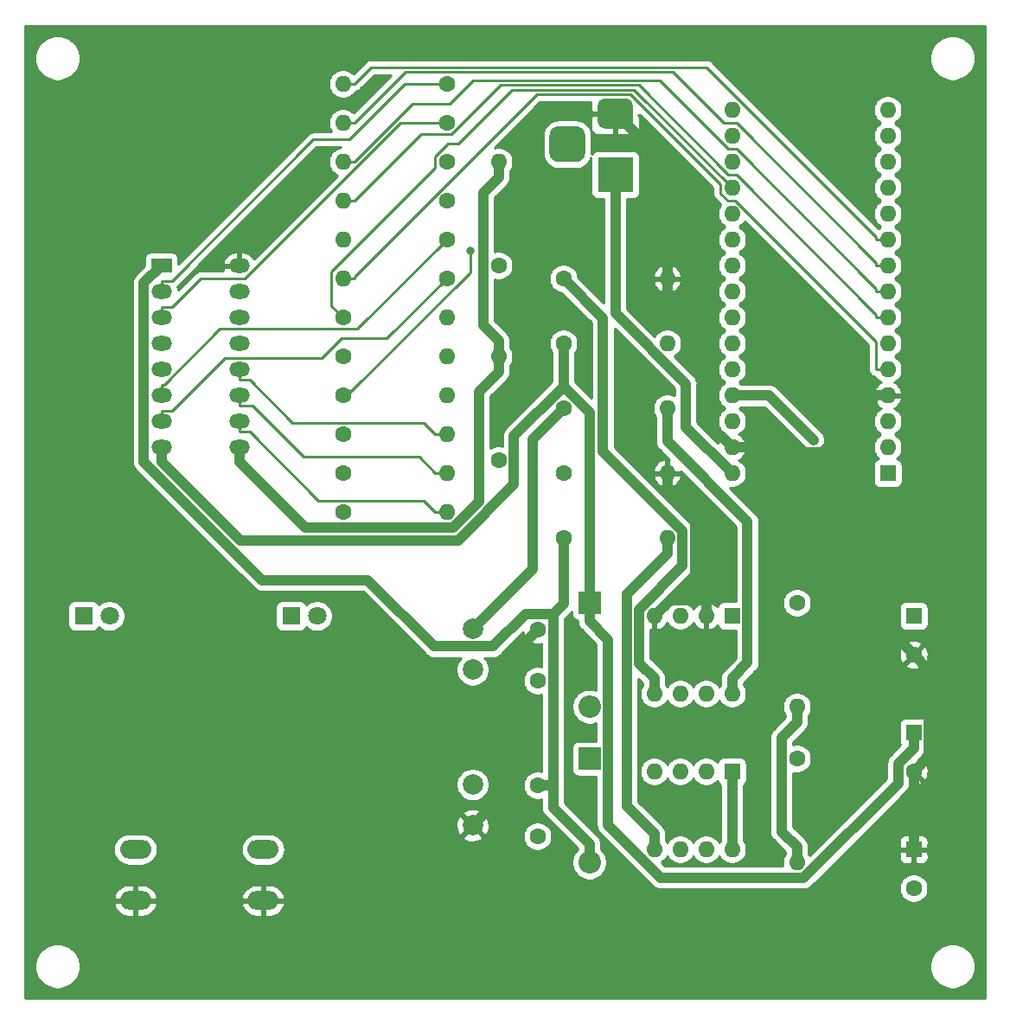
<source format=gbr>
G04 #@! TF.GenerationSoftware,KiCad,Pcbnew,(5.1.6)-1*
G04 #@! TF.CreationDate,2020-09-03T19:38:07+03:00*
G04 #@! TF.ProjectId,4116 dram tester,34313136-2064-4726-916d-207465737465,rev?*
G04 #@! TF.SameCoordinates,Original*
G04 #@! TF.FileFunction,Copper,L1,Top*
G04 #@! TF.FilePolarity,Positive*
%FSLAX46Y46*%
G04 Gerber Fmt 4.6, Leading zero omitted, Abs format (unit mm)*
G04 Created by KiCad (PCBNEW (5.1.6)-1) date 2020-09-03 19:38:07*
%MOMM*%
%LPD*%
G01*
G04 APERTURE LIST*
G04 #@! TA.AperFunction,ComponentPad*
%ADD10O,1.600000X1.600000*%
G04 #@! TD*
G04 #@! TA.AperFunction,ComponentPad*
%ADD11C,1.600000*%
G04 #@! TD*
G04 #@! TA.AperFunction,ComponentPad*
%ADD12R,1.600000X1.600000*%
G04 #@! TD*
G04 #@! TA.AperFunction,ComponentPad*
%ADD13R,1.800000X1.800000*%
G04 #@! TD*
G04 #@! TA.AperFunction,ComponentPad*
%ADD14C,1.800000*%
G04 #@! TD*
G04 #@! TA.AperFunction,ComponentPad*
%ADD15R,2.200000X2.200000*%
G04 #@! TD*
G04 #@! TA.AperFunction,ComponentPad*
%ADD16O,2.200000X2.200000*%
G04 #@! TD*
G04 #@! TA.AperFunction,ComponentPad*
%ADD17O,2.000000X1.440000*%
G04 #@! TD*
G04 #@! TA.AperFunction,ComponentPad*
%ADD18R,2.000000X1.440000*%
G04 #@! TD*
G04 #@! TA.AperFunction,ComponentPad*
%ADD19C,2.000000*%
G04 #@! TD*
G04 #@! TA.AperFunction,ComponentPad*
%ADD20O,3.048000X1.850000*%
G04 #@! TD*
G04 #@! TA.AperFunction,ComponentPad*
%ADD21R,3.500000X3.500000*%
G04 #@! TD*
G04 #@! TA.AperFunction,ViaPad*
%ADD22C,0.800000*%
G04 #@! TD*
G04 #@! TA.AperFunction,Conductor*
%ADD23C,0.250000*%
G04 #@! TD*
G04 #@! TA.AperFunction,Conductor*
%ADD24C,1.000000*%
G04 #@! TD*
G04 #@! TA.AperFunction,Conductor*
%ADD25C,0.254000*%
G04 #@! TD*
G04 APERTURE END LIST*
D10*
X104140000Y-93980000D03*
D11*
X93980000Y-93980000D03*
D10*
X104140000Y-90170000D03*
D11*
X93980000Y-90170000D03*
D10*
X104140000Y-86360000D03*
D11*
X93980000Y-86360000D03*
D10*
X104140000Y-82550000D03*
D11*
X93980000Y-82550000D03*
D10*
X104140000Y-78740000D03*
D11*
X93980000Y-78740000D03*
D10*
X104140000Y-74930000D03*
D11*
X93980000Y-74930000D03*
D10*
X93980000Y-71120000D03*
D11*
X104140000Y-71120000D03*
D10*
X93980000Y-67310000D03*
D11*
X104140000Y-67310000D03*
D10*
X93980000Y-63500000D03*
D11*
X104140000Y-63500000D03*
D10*
X93980000Y-59690000D03*
D11*
X104140000Y-59690000D03*
D10*
X93980000Y-55880000D03*
D11*
X104140000Y-55880000D03*
D10*
X93980000Y-52070000D03*
D11*
X104140000Y-52070000D03*
D12*
X147320000Y-90170000D03*
D10*
X132080000Y-57150000D03*
X147320000Y-87630000D03*
X132080000Y-59690000D03*
X147320000Y-85090000D03*
X132080000Y-62230000D03*
X147320000Y-82550000D03*
X132080000Y-64770000D03*
X147320000Y-80010000D03*
X132080000Y-67310000D03*
X147320000Y-77470000D03*
X132080000Y-69850000D03*
X147320000Y-74930000D03*
X132080000Y-72390000D03*
X147320000Y-72390000D03*
X132080000Y-74930000D03*
X147320000Y-69850000D03*
X132080000Y-77470000D03*
X147320000Y-67310000D03*
X132080000Y-80010000D03*
X147320000Y-64770000D03*
X132080000Y-82550000D03*
X147320000Y-62230000D03*
X132080000Y-85090000D03*
X147320000Y-59690000D03*
X132080000Y-87630000D03*
X147320000Y-57150000D03*
X132080000Y-90170000D03*
X147320000Y-54610000D03*
X132080000Y-54610000D03*
D12*
X149860000Y-104140000D03*
D11*
X149860000Y-107940000D03*
X113030000Y-105490000D03*
X113030000Y-110490000D03*
D12*
X149860000Y-115570000D03*
D11*
X149860000Y-119370000D03*
X113030000Y-125730000D03*
X113030000Y-120730000D03*
X149860000Y-130800000D03*
D12*
X149860000Y-127000000D03*
D13*
X68580000Y-104140000D03*
D14*
X71120000Y-104140000D03*
X91440000Y-104140000D03*
D13*
X88900000Y-104140000D03*
D15*
X118110000Y-102870000D03*
D16*
X118110000Y-113030000D03*
X118110000Y-128270000D03*
D15*
X118110000Y-118110000D03*
D17*
X83820000Y-87630000D03*
X76200000Y-87630000D03*
X83820000Y-85090000D03*
X76200000Y-85090000D03*
X83820000Y-82550000D03*
X76200000Y-82550000D03*
X83820000Y-80010000D03*
X76200000Y-80010000D03*
X83820000Y-77470000D03*
X76200000Y-77470000D03*
X83820000Y-74930000D03*
X76200000Y-74930000D03*
X83820000Y-72390000D03*
X76200000Y-72390000D03*
X83820000Y-69850000D03*
D18*
X76200000Y-69850000D03*
D19*
X106680000Y-105410000D03*
X106680000Y-109410000D03*
X106680000Y-124650000D03*
X106680000Y-120650000D03*
D10*
X109220000Y-59690000D03*
D11*
X109220000Y-69850000D03*
X109220000Y-88900000D03*
D10*
X109220000Y-78740000D03*
X138430000Y-113030000D03*
D11*
X138430000Y-102870000D03*
D10*
X125730000Y-71120000D03*
D11*
X115570000Y-71120000D03*
X115570000Y-77470000D03*
D10*
X125730000Y-77470000D03*
D11*
X115570000Y-83820000D03*
D10*
X125730000Y-83820000D03*
D11*
X138430000Y-118110000D03*
D10*
X138430000Y-128270000D03*
X125730000Y-90170000D03*
D11*
X115570000Y-90170000D03*
X115570000Y-96520000D03*
D10*
X125730000Y-96520000D03*
D20*
X86160000Y-127000000D03*
X86160000Y-132000000D03*
X73660000Y-127000000D03*
X73660000Y-132000000D03*
D10*
X132080000Y-111760000D03*
X124460000Y-104140000D03*
X129540000Y-111760000D03*
X127000000Y-104140000D03*
X127000000Y-111760000D03*
X129540000Y-104140000D03*
X124460000Y-111760000D03*
D12*
X132080000Y-104140000D03*
X132080000Y-119380000D03*
D10*
X124460000Y-127000000D03*
X129540000Y-119380000D03*
X127000000Y-127000000D03*
X127000000Y-119380000D03*
X129540000Y-127000000D03*
X124460000Y-119380000D03*
X132080000Y-127000000D03*
D21*
X120650000Y-60960000D03*
G04 #@! TA.AperFunction,ComponentPad*
G36*
G01*
X119650000Y-53460000D02*
X121650000Y-53460000D01*
G75*
G02*
X122400000Y-54210000I0J-750000D01*
G01*
X122400000Y-55710000D01*
G75*
G02*
X121650000Y-56460000I-750000J0D01*
G01*
X119650000Y-56460000D01*
G75*
G02*
X118900000Y-55710000I0J750000D01*
G01*
X118900000Y-54210000D01*
G75*
G02*
X119650000Y-53460000I750000J0D01*
G01*
G37*
G04 #@! TD.AperFunction*
G04 #@! TA.AperFunction,ComponentPad*
G36*
G01*
X115075000Y-56210000D02*
X116825000Y-56210000D01*
G75*
G02*
X117700000Y-57085000I0J-875000D01*
G01*
X117700000Y-58835000D01*
G75*
G02*
X116825000Y-59710000I-875000J0D01*
G01*
X115075000Y-59710000D01*
G75*
G02*
X114200000Y-58835000I0J875000D01*
G01*
X114200000Y-57085000D01*
G75*
G02*
X115075000Y-56210000I875000J0D01*
G01*
G37*
G04 #@! TD.AperFunction*
D22*
X106434100Y-68443400D03*
X140068400Y-86930100D03*
D23*
X93980000Y-74930000D02*
X92854600Y-73804600D01*
X92854600Y-73804600D02*
X92854600Y-70445200D01*
X92854600Y-70445200D02*
X103014600Y-60285200D01*
X103014600Y-60285200D02*
X103014600Y-59179400D01*
X103014600Y-59179400D02*
X104307400Y-57886600D01*
X104307400Y-57886600D02*
X105262900Y-57886600D01*
X105262900Y-57886600D02*
X110511400Y-52638100D01*
X110511400Y-52638100D02*
X122488100Y-52638100D01*
X122488100Y-52638100D02*
X132080000Y-62230000D01*
D24*
X113030000Y-105490000D02*
X108979600Y-109540400D01*
X108979600Y-109540400D02*
X108979600Y-122350400D01*
X108979600Y-122350400D02*
X106680000Y-124650000D01*
X140904800Y-88149800D02*
X140904800Y-98984800D01*
X140904800Y-98984800D02*
X149860000Y-107940000D01*
X145819700Y-82550000D02*
X145819700Y-83234900D01*
X145819700Y-83234900D02*
X140904800Y-88149800D01*
X140904800Y-88149800D02*
X134100100Y-88149800D01*
X134100100Y-88149800D02*
X133580300Y-87630000D01*
X132080000Y-87630000D02*
X133580300Y-87630000D01*
X147320000Y-82550000D02*
X145819700Y-82550000D01*
X149860000Y-107940000D02*
X151360400Y-109440400D01*
X151360400Y-109440400D02*
X151360400Y-117869600D01*
X151360400Y-117869600D02*
X149860000Y-119370000D01*
X125730000Y-72620300D02*
X129758700Y-76649000D01*
X129758700Y-76649000D02*
X129758700Y-85308700D01*
X129758700Y-85308700D02*
X132080000Y-87630000D01*
X149860000Y-119370000D02*
X149860000Y-125499700D01*
X149860000Y-127000000D02*
X149860000Y-125499700D01*
X125730000Y-71120000D02*
X125730000Y-72620300D01*
X120650000Y-54960000D02*
X125730000Y-60040000D01*
X125730000Y-60040000D02*
X125730000Y-71120000D01*
X129540000Y-104140000D02*
X129540000Y-102639700D01*
X128484000Y-102611600D02*
X125988400Y-102611600D01*
X125988400Y-102611600D02*
X124460000Y-104140000D01*
X129540000Y-102639700D02*
X128512100Y-102639700D01*
X128512100Y-102639700D02*
X128484000Y-102611600D01*
X128484000Y-102611600D02*
X128484000Y-94424300D01*
X128484000Y-94424300D02*
X125730000Y-91670300D01*
X125730000Y-90170000D02*
X125730000Y-91670300D01*
D23*
X93980000Y-71120000D02*
X95105300Y-71120000D01*
X147320000Y-80010000D02*
X146194700Y-80010000D01*
X146194700Y-80010000D02*
X146194700Y-77287200D01*
X146194700Y-77287200D02*
X132407500Y-63500000D01*
X132407500Y-63500000D02*
X131681000Y-63500000D01*
X131681000Y-63500000D02*
X130954700Y-62773700D01*
X130954700Y-62773700D02*
X130954700Y-61919300D01*
X130954700Y-61919300D02*
X122128400Y-53093000D01*
X122128400Y-53093000D02*
X112952600Y-53093000D01*
X112952600Y-53093000D02*
X95105300Y-70940300D01*
X95105300Y-70940300D02*
X95105300Y-71120000D01*
X106434100Y-68443400D02*
X106434100Y-70484200D01*
X106434100Y-70484200D02*
X94368300Y-82550000D01*
X94368300Y-82550000D02*
X93980000Y-82550000D01*
X93980000Y-63500000D02*
X95105300Y-63500000D01*
X147320000Y-74930000D02*
X146194700Y-74930000D01*
X146194700Y-74930000D02*
X146194700Y-74648700D01*
X146194700Y-74648700D02*
X132506000Y-60960000D01*
X132506000Y-60960000D02*
X131720600Y-60960000D01*
X131720600Y-60960000D02*
X122948300Y-52187700D01*
X122948300Y-52187700D02*
X109423800Y-52187700D01*
X109423800Y-52187700D02*
X104606100Y-57005400D01*
X104606100Y-57005400D02*
X101599900Y-57005400D01*
X101599900Y-57005400D02*
X95105300Y-63500000D01*
X93980000Y-59690000D02*
X95105300Y-59690000D01*
X147320000Y-72390000D02*
X146194700Y-72390000D01*
X146194700Y-72390000D02*
X146194700Y-72108700D01*
X146194700Y-72108700D02*
X132506000Y-58420000D01*
X132506000Y-58420000D02*
X131732100Y-58420000D01*
X131732100Y-58420000D02*
X125049400Y-51737300D01*
X125049400Y-51737300D02*
X106691200Y-51737300D01*
X106691200Y-51737300D02*
X104453500Y-53975000D01*
X104453500Y-53975000D02*
X100820300Y-53975000D01*
X100820300Y-53975000D02*
X95105300Y-59690000D01*
X93980000Y-55880000D02*
X95105300Y-55880000D01*
X95105300Y-55880000D02*
X100080300Y-50905000D01*
X100080300Y-50905000D02*
X126271100Y-50905000D01*
X126271100Y-50905000D02*
X131246100Y-55880000D01*
X131246100Y-55880000D02*
X132506000Y-55880000D01*
X132506000Y-55880000D02*
X146194700Y-69568700D01*
X146194700Y-69568700D02*
X146194700Y-69850000D01*
X147320000Y-69850000D02*
X146194700Y-69850000D01*
X93980000Y-52070000D02*
X95105300Y-52070000D01*
X147320000Y-67310000D02*
X146194700Y-67310000D01*
X146194700Y-67310000D02*
X146194700Y-67028700D01*
X146194700Y-67028700D02*
X129601600Y-50435600D01*
X129601600Y-50435600D02*
X96739700Y-50435600D01*
X96739700Y-50435600D02*
X95105300Y-52070000D01*
D24*
X109220000Y-77239700D02*
X107702700Y-75722400D01*
X107702700Y-75722400D02*
X107702700Y-62707600D01*
X107702700Y-62707600D02*
X109220000Y-61190300D01*
X83820000Y-89050300D02*
X90254700Y-95485000D01*
X90254700Y-95485000D02*
X104757000Y-95485000D01*
X104757000Y-95485000D02*
X107278500Y-92963500D01*
X107278500Y-92963500D02*
X107278500Y-82181800D01*
X107278500Y-82181800D02*
X109220000Y-80240300D01*
X140068400Y-86930100D02*
X135688300Y-82550000D01*
X135688300Y-82550000D02*
X132080000Y-82550000D01*
X109220000Y-78740000D02*
X109220000Y-80240300D01*
X83820000Y-87630000D02*
X83820000Y-89050300D01*
X109220000Y-59690000D02*
X109220000Y-61190300D01*
X109220000Y-78740000D02*
X109220000Y-77239700D01*
X138430000Y-113030000D02*
X138430000Y-114530300D01*
X138430000Y-128270000D02*
X138430000Y-126769700D01*
X138430000Y-126769700D02*
X136919900Y-125259600D01*
X136919900Y-125259600D02*
X136919900Y-116040400D01*
X136919900Y-116040400D02*
X138430000Y-114530300D01*
X118110000Y-102870000D02*
X118110000Y-104670300D01*
X118110000Y-104670300D02*
X119910300Y-106470600D01*
X119910300Y-106470600D02*
X119910300Y-124601100D01*
X119910300Y-124601100D02*
X125083000Y-129773800D01*
X125083000Y-129773800D02*
X139101700Y-129773800D01*
X139101700Y-129773800D02*
X148359700Y-120515800D01*
X148359700Y-120515800D02*
X148359700Y-118570600D01*
X148359700Y-118570600D02*
X149860000Y-117070300D01*
X115577800Y-81684500D02*
X118110000Y-84216700D01*
X118110000Y-84216700D02*
X118110000Y-102870000D01*
X149860000Y-115570000D02*
X149860000Y-117070300D01*
X76200000Y-89050300D02*
X83916300Y-96766600D01*
X83916300Y-96766600D02*
X105245000Y-96766600D01*
X105245000Y-96766600D02*
X110720400Y-91291200D01*
X110720400Y-91291200D02*
X110720400Y-86541900D01*
X110720400Y-86541900D02*
X115577800Y-81684500D01*
X115570000Y-77470000D02*
X115570000Y-81676700D01*
X115570000Y-81676700D02*
X115577800Y-81684500D01*
X76200000Y-87630000D02*
X76200000Y-89050300D01*
X114557300Y-120730000D02*
X114557300Y-122917000D01*
X114557300Y-122917000D02*
X118110000Y-126469700D01*
X114557300Y-103937600D02*
X114557300Y-120730000D01*
X114557300Y-120730000D02*
X113030000Y-120730000D01*
X118110000Y-128270000D02*
X118110000Y-126469700D01*
X115570000Y-96520000D02*
X115570000Y-102924900D01*
X115570000Y-102924900D02*
X114557300Y-103937600D01*
X76200000Y-69850000D02*
X74485100Y-71564900D01*
X74485100Y-71564900D02*
X74485100Y-89038700D01*
X74485100Y-89038700D02*
X86101900Y-100655500D01*
X86101900Y-100655500D02*
X96432400Y-100655500D01*
X96432400Y-100655500D02*
X102896400Y-107119500D01*
X102896400Y-107119500D02*
X108678500Y-107119500D01*
X108678500Y-107119500D02*
X111860400Y-103937600D01*
X111860400Y-103937600D02*
X114557300Y-103937600D01*
X106680000Y-105410000D02*
X112570700Y-99519300D01*
X112570700Y-99519300D02*
X112570700Y-86819300D01*
X112570700Y-86819300D02*
X115570000Y-83820000D01*
X124460000Y-111760000D02*
X124460000Y-110259700D01*
X124460000Y-110259700D02*
X122959600Y-108759300D01*
X122959600Y-108759300D02*
X122959600Y-103513600D01*
X122959600Y-103513600D02*
X127233800Y-99239400D01*
X127233800Y-99239400D02*
X127233800Y-95847600D01*
X127233800Y-95847600D02*
X119449600Y-88063400D01*
X119449600Y-88063400D02*
X119449600Y-74999600D01*
X119449600Y-74999600D02*
X115570000Y-71120000D01*
X132080000Y-111760000D02*
X132080000Y-110259700D01*
X132080000Y-110259700D02*
X133599200Y-108740500D01*
X133599200Y-108740500D02*
X133599200Y-94933900D01*
X133599200Y-94933900D02*
X125730000Y-87064700D01*
X125730000Y-87064700D02*
X125730000Y-83820000D01*
X132080000Y-127000000D02*
X132080000Y-119380000D01*
X125730000Y-96520000D02*
X125730000Y-98020300D01*
X124460000Y-127000000D02*
X124460000Y-125499700D01*
X124460000Y-125499700D02*
X121759200Y-122798900D01*
X121759200Y-122798900D02*
X121759200Y-101991100D01*
X121759200Y-101991100D02*
X125730000Y-98020300D01*
D23*
X104140000Y-93980000D02*
X103014700Y-93980000D01*
X83820000Y-85090000D02*
X83820000Y-86135300D01*
X83820000Y-86135300D02*
X84865300Y-86135300D01*
X84865300Y-86135300D02*
X91584700Y-92854700D01*
X91584700Y-92854700D02*
X101889400Y-92854700D01*
X101889400Y-92854700D02*
X103014700Y-93980000D01*
X76200000Y-85090000D02*
X76200000Y-84044700D01*
X76200000Y-84044700D02*
X77245300Y-84044700D01*
X77245300Y-84044700D02*
X82390700Y-78899300D01*
X82390700Y-78899300D02*
X91895300Y-78899300D01*
X91895300Y-78899300D02*
X93813100Y-76981500D01*
X93813100Y-76981500D02*
X98278500Y-76981500D01*
X98278500Y-76981500D02*
X104140000Y-71120000D01*
X103014700Y-90170000D02*
X101439100Y-88594400D01*
X101439100Y-88594400D02*
X90128200Y-88594400D01*
X90128200Y-88594400D02*
X85129100Y-83595300D01*
X85129100Y-83595300D02*
X83820000Y-83595300D01*
X104140000Y-90170000D02*
X103014700Y-90170000D01*
X83820000Y-82550000D02*
X83820000Y-83595300D01*
X104140000Y-67310000D02*
X95394600Y-76055400D01*
X95394600Y-76055400D02*
X81943300Y-76055400D01*
X81943300Y-76055400D02*
X76494000Y-81504700D01*
X76494000Y-81504700D02*
X76200000Y-81504700D01*
X76200000Y-82550000D02*
X76200000Y-81504700D01*
X104140000Y-86360000D02*
X103014700Y-86360000D01*
X83820000Y-80010000D02*
X83820000Y-81055300D01*
X83820000Y-81055300D02*
X84865300Y-81055300D01*
X84865300Y-81055300D02*
X89044700Y-85234700D01*
X89044700Y-85234700D02*
X101889400Y-85234700D01*
X101889400Y-85234700D02*
X103014700Y-86360000D01*
X76200000Y-73884700D02*
X77245300Y-73884700D01*
X77245300Y-73884700D02*
X80010000Y-71120000D01*
X80010000Y-71120000D02*
X84357900Y-71120000D01*
X84357900Y-71120000D02*
X99597900Y-55880000D01*
X99597900Y-55880000D02*
X104140000Y-55880000D01*
X76200000Y-74930000D02*
X76200000Y-73884700D01*
X76200000Y-72390000D02*
X76200000Y-71344700D01*
X76200000Y-71344700D02*
X77245300Y-71344700D01*
X77245300Y-71344700D02*
X91076900Y-57513100D01*
X91076900Y-57513100D02*
X94589300Y-57513100D01*
X94589300Y-57513100D02*
X100032400Y-52070000D01*
X100032400Y-52070000D02*
X104140000Y-52070000D01*
D24*
X120650000Y-60960000D02*
X120650000Y-74514700D01*
X120650000Y-74514700D02*
X127552200Y-81416900D01*
X127552200Y-81416900D02*
X127552200Y-85642200D01*
X127552200Y-85642200D02*
X132080000Y-90170000D01*
D25*
G36*
X156820000Y-141580000D02*
G01*
X62890000Y-141580000D01*
X62890000Y-138209872D01*
X63805000Y-138209872D01*
X63805000Y-138650128D01*
X63890890Y-139081925D01*
X64059369Y-139488669D01*
X64303962Y-139854729D01*
X64615271Y-140166038D01*
X64981331Y-140410631D01*
X65388075Y-140579110D01*
X65819872Y-140665000D01*
X66260128Y-140665000D01*
X66691925Y-140579110D01*
X67098669Y-140410631D01*
X67464729Y-140166038D01*
X67776038Y-139854729D01*
X68020631Y-139488669D01*
X68189110Y-139081925D01*
X68275000Y-138650128D01*
X68275000Y-138209872D01*
X151435000Y-138209872D01*
X151435000Y-138650128D01*
X151520890Y-139081925D01*
X151689369Y-139488669D01*
X151933962Y-139854729D01*
X152245271Y-140166038D01*
X152611331Y-140410631D01*
X153018075Y-140579110D01*
X153449872Y-140665000D01*
X153890128Y-140665000D01*
X154321925Y-140579110D01*
X154728669Y-140410631D01*
X155094729Y-140166038D01*
X155406038Y-139854729D01*
X155650631Y-139488669D01*
X155819110Y-139081925D01*
X155905000Y-138650128D01*
X155905000Y-138209872D01*
X155819110Y-137778075D01*
X155650631Y-137371331D01*
X155406038Y-137005271D01*
X155094729Y-136693962D01*
X154728669Y-136449369D01*
X154321925Y-136280890D01*
X153890128Y-136195000D01*
X153449872Y-136195000D01*
X153018075Y-136280890D01*
X152611331Y-136449369D01*
X152245271Y-136693962D01*
X151933962Y-137005271D01*
X151689369Y-137371331D01*
X151520890Y-137778075D01*
X151435000Y-138209872D01*
X68275000Y-138209872D01*
X68189110Y-137778075D01*
X68020631Y-137371331D01*
X67776038Y-137005271D01*
X67464729Y-136693962D01*
X67098669Y-136449369D01*
X66691925Y-136280890D01*
X66260128Y-136195000D01*
X65819872Y-136195000D01*
X65388075Y-136280890D01*
X64981331Y-136449369D01*
X64615271Y-136693962D01*
X64303962Y-137005271D01*
X64059369Y-137371331D01*
X63890890Y-137778075D01*
X63805000Y-138209872D01*
X62890000Y-138209872D01*
X62890000Y-132368664D01*
X71545188Y-132368664D01*
X71571147Y-132479655D01*
X71693350Y-132761094D01*
X71868111Y-133013285D01*
X72088714Y-133226536D01*
X72346681Y-133392652D01*
X72632099Y-133505249D01*
X72934000Y-133560000D01*
X73533000Y-133560000D01*
X73533000Y-132127000D01*
X73787000Y-132127000D01*
X73787000Y-133560000D01*
X74386000Y-133560000D01*
X74687901Y-133505249D01*
X74973319Y-133392652D01*
X75231286Y-133226536D01*
X75451889Y-133013285D01*
X75626650Y-132761094D01*
X75748853Y-132479655D01*
X75774812Y-132368664D01*
X84045188Y-132368664D01*
X84071147Y-132479655D01*
X84193350Y-132761094D01*
X84368111Y-133013285D01*
X84588714Y-133226536D01*
X84846681Y-133392652D01*
X85132099Y-133505249D01*
X85434000Y-133560000D01*
X86033000Y-133560000D01*
X86033000Y-132127000D01*
X86287000Y-132127000D01*
X86287000Y-133560000D01*
X86886000Y-133560000D01*
X87187901Y-133505249D01*
X87473319Y-133392652D01*
X87731286Y-133226536D01*
X87951889Y-133013285D01*
X88126650Y-132761094D01*
X88248853Y-132479655D01*
X88274812Y-132368664D01*
X88154483Y-132127000D01*
X86287000Y-132127000D01*
X86033000Y-132127000D01*
X84165517Y-132127000D01*
X84045188Y-132368664D01*
X75774812Y-132368664D01*
X75654483Y-132127000D01*
X73787000Y-132127000D01*
X73533000Y-132127000D01*
X71665517Y-132127000D01*
X71545188Y-132368664D01*
X62890000Y-132368664D01*
X62890000Y-131631336D01*
X71545188Y-131631336D01*
X71665517Y-131873000D01*
X73533000Y-131873000D01*
X73533000Y-130440000D01*
X73787000Y-130440000D01*
X73787000Y-131873000D01*
X75654483Y-131873000D01*
X75774812Y-131631336D01*
X84045188Y-131631336D01*
X84165517Y-131873000D01*
X86033000Y-131873000D01*
X86033000Y-130440000D01*
X86287000Y-130440000D01*
X86287000Y-131873000D01*
X88154483Y-131873000D01*
X88274812Y-131631336D01*
X88248853Y-131520345D01*
X88126650Y-131238906D01*
X87951889Y-130986715D01*
X87731286Y-130773464D01*
X87473319Y-130607348D01*
X87187901Y-130494751D01*
X86886000Y-130440000D01*
X86287000Y-130440000D01*
X86033000Y-130440000D01*
X85434000Y-130440000D01*
X85132099Y-130494751D01*
X84846681Y-130607348D01*
X84588714Y-130773464D01*
X84368111Y-130986715D01*
X84193350Y-131238906D01*
X84071147Y-131520345D01*
X84045188Y-131631336D01*
X75774812Y-131631336D01*
X75748853Y-131520345D01*
X75626650Y-131238906D01*
X75451889Y-130986715D01*
X75231286Y-130773464D01*
X74973319Y-130607348D01*
X74687901Y-130494751D01*
X74386000Y-130440000D01*
X73787000Y-130440000D01*
X73533000Y-130440000D01*
X72934000Y-130440000D01*
X72632099Y-130494751D01*
X72346681Y-130607348D01*
X72088714Y-130773464D01*
X71868111Y-130986715D01*
X71693350Y-131238906D01*
X71571147Y-131520345D01*
X71545188Y-131631336D01*
X62890000Y-131631336D01*
X62890000Y-127000000D01*
X71493452Y-127000000D01*
X71523572Y-127305813D01*
X71612774Y-127599875D01*
X71757631Y-127870883D01*
X71952576Y-128108424D01*
X72190117Y-128303369D01*
X72461125Y-128448226D01*
X72755187Y-128537428D01*
X72984364Y-128560000D01*
X74335636Y-128560000D01*
X74564813Y-128537428D01*
X74858875Y-128448226D01*
X75129883Y-128303369D01*
X75367424Y-128108424D01*
X75562369Y-127870883D01*
X75707226Y-127599875D01*
X75796428Y-127305813D01*
X75826548Y-127000000D01*
X83993452Y-127000000D01*
X84023572Y-127305813D01*
X84112774Y-127599875D01*
X84257631Y-127870883D01*
X84452576Y-128108424D01*
X84690117Y-128303369D01*
X84961125Y-128448226D01*
X85255187Y-128537428D01*
X85484364Y-128560000D01*
X86835636Y-128560000D01*
X87064813Y-128537428D01*
X87358875Y-128448226D01*
X87629883Y-128303369D01*
X87867424Y-128108424D01*
X88062369Y-127870883D01*
X88207226Y-127599875D01*
X88296428Y-127305813D01*
X88326548Y-127000000D01*
X88296428Y-126694187D01*
X88207226Y-126400125D01*
X88062369Y-126129117D01*
X87867424Y-125891576D01*
X87738065Y-125785413D01*
X105724192Y-125785413D01*
X105819956Y-126049814D01*
X106109571Y-126190704D01*
X106421108Y-126272384D01*
X106742595Y-126291718D01*
X107061675Y-126247961D01*
X107366088Y-126142795D01*
X107540044Y-126049814D01*
X107635808Y-125785413D01*
X106680000Y-124829605D01*
X105724192Y-125785413D01*
X87738065Y-125785413D01*
X87629883Y-125696631D01*
X87358875Y-125551774D01*
X87064813Y-125462572D01*
X86835636Y-125440000D01*
X85484364Y-125440000D01*
X85255187Y-125462572D01*
X84961125Y-125551774D01*
X84690117Y-125696631D01*
X84452576Y-125891576D01*
X84257631Y-126129117D01*
X84112774Y-126400125D01*
X84023572Y-126694187D01*
X83993452Y-127000000D01*
X75826548Y-127000000D01*
X75796428Y-126694187D01*
X75707226Y-126400125D01*
X75562369Y-126129117D01*
X75367424Y-125891576D01*
X75129883Y-125696631D01*
X74858875Y-125551774D01*
X74564813Y-125462572D01*
X74335636Y-125440000D01*
X72984364Y-125440000D01*
X72755187Y-125462572D01*
X72461125Y-125551774D01*
X72190117Y-125696631D01*
X71952576Y-125891576D01*
X71757631Y-126129117D01*
X71612774Y-126400125D01*
X71523572Y-126694187D01*
X71493452Y-127000000D01*
X62890000Y-127000000D01*
X62890000Y-124712595D01*
X105038282Y-124712595D01*
X105082039Y-125031675D01*
X105187205Y-125336088D01*
X105280186Y-125510044D01*
X105544587Y-125605808D01*
X106500395Y-124650000D01*
X106859605Y-124650000D01*
X107815413Y-125605808D01*
X107862744Y-125588665D01*
X111595000Y-125588665D01*
X111595000Y-125871335D01*
X111650147Y-126148574D01*
X111758320Y-126409727D01*
X111915363Y-126644759D01*
X112115241Y-126844637D01*
X112350273Y-127001680D01*
X112611426Y-127109853D01*
X112888665Y-127165000D01*
X113171335Y-127165000D01*
X113448574Y-127109853D01*
X113709727Y-127001680D01*
X113944759Y-126844637D01*
X114144637Y-126644759D01*
X114301680Y-126409727D01*
X114409853Y-126148574D01*
X114465000Y-125871335D01*
X114465000Y-125588665D01*
X114409853Y-125311426D01*
X114301680Y-125050273D01*
X114144637Y-124815241D01*
X113944759Y-124615363D01*
X113709727Y-124458320D01*
X113448574Y-124350147D01*
X113171335Y-124295000D01*
X112888665Y-124295000D01*
X112611426Y-124350147D01*
X112350273Y-124458320D01*
X112115241Y-124615363D01*
X111915363Y-124815241D01*
X111758320Y-125050273D01*
X111650147Y-125311426D01*
X111595000Y-125588665D01*
X107862744Y-125588665D01*
X108079814Y-125510044D01*
X108220704Y-125220429D01*
X108302384Y-124908892D01*
X108321718Y-124587405D01*
X108277961Y-124268325D01*
X108172795Y-123963912D01*
X108079814Y-123789956D01*
X107815413Y-123694192D01*
X106859605Y-124650000D01*
X106500395Y-124650000D01*
X105544587Y-123694192D01*
X105280186Y-123789956D01*
X105139296Y-124079571D01*
X105057616Y-124391108D01*
X105038282Y-124712595D01*
X62890000Y-124712595D01*
X62890000Y-123514587D01*
X105724192Y-123514587D01*
X106680000Y-124470395D01*
X107635808Y-123514587D01*
X107540044Y-123250186D01*
X107250429Y-123109296D01*
X106938892Y-123027616D01*
X106617405Y-123008282D01*
X106298325Y-123052039D01*
X105993912Y-123157205D01*
X105819956Y-123250186D01*
X105724192Y-123514587D01*
X62890000Y-123514587D01*
X62890000Y-120488967D01*
X105045000Y-120488967D01*
X105045000Y-120811033D01*
X105107832Y-121126912D01*
X105231082Y-121424463D01*
X105410013Y-121692252D01*
X105637748Y-121919987D01*
X105905537Y-122098918D01*
X106203088Y-122222168D01*
X106518967Y-122285000D01*
X106841033Y-122285000D01*
X107156912Y-122222168D01*
X107454463Y-122098918D01*
X107722252Y-121919987D01*
X107949987Y-121692252D01*
X108128918Y-121424463D01*
X108252168Y-121126912D01*
X108315000Y-120811033D01*
X108315000Y-120488967D01*
X108252168Y-120173088D01*
X108128918Y-119875537D01*
X107949987Y-119607748D01*
X107722252Y-119380013D01*
X107454463Y-119201082D01*
X107156912Y-119077832D01*
X106841033Y-119015000D01*
X106518967Y-119015000D01*
X106203088Y-119077832D01*
X105905537Y-119201082D01*
X105637748Y-119380013D01*
X105410013Y-119607748D01*
X105231082Y-119875537D01*
X105107832Y-120173088D01*
X105045000Y-120488967D01*
X62890000Y-120488967D01*
X62890000Y-103240000D01*
X67041928Y-103240000D01*
X67041928Y-105040000D01*
X67054188Y-105164482D01*
X67090498Y-105284180D01*
X67149463Y-105394494D01*
X67228815Y-105491185D01*
X67325506Y-105570537D01*
X67435820Y-105629502D01*
X67555518Y-105665812D01*
X67680000Y-105678072D01*
X69480000Y-105678072D01*
X69604482Y-105665812D01*
X69724180Y-105629502D01*
X69834494Y-105570537D01*
X69931185Y-105491185D01*
X70010537Y-105394494D01*
X70069502Y-105284180D01*
X70075056Y-105265873D01*
X70141495Y-105332312D01*
X70392905Y-105500299D01*
X70672257Y-105616011D01*
X70968816Y-105675000D01*
X71271184Y-105675000D01*
X71567743Y-105616011D01*
X71847095Y-105500299D01*
X72098505Y-105332312D01*
X72312312Y-105118505D01*
X72480299Y-104867095D01*
X72596011Y-104587743D01*
X72655000Y-104291184D01*
X72655000Y-103988816D01*
X72596011Y-103692257D01*
X72480299Y-103412905D01*
X72364768Y-103240000D01*
X87361928Y-103240000D01*
X87361928Y-105040000D01*
X87374188Y-105164482D01*
X87410498Y-105284180D01*
X87469463Y-105394494D01*
X87548815Y-105491185D01*
X87645506Y-105570537D01*
X87755820Y-105629502D01*
X87875518Y-105665812D01*
X88000000Y-105678072D01*
X89800000Y-105678072D01*
X89924482Y-105665812D01*
X90044180Y-105629502D01*
X90154494Y-105570537D01*
X90251185Y-105491185D01*
X90330537Y-105394494D01*
X90389502Y-105284180D01*
X90395056Y-105265873D01*
X90461495Y-105332312D01*
X90712905Y-105500299D01*
X90992257Y-105616011D01*
X91288816Y-105675000D01*
X91591184Y-105675000D01*
X91887743Y-105616011D01*
X92167095Y-105500299D01*
X92418505Y-105332312D01*
X92632312Y-105118505D01*
X92800299Y-104867095D01*
X92916011Y-104587743D01*
X92975000Y-104291184D01*
X92975000Y-103988816D01*
X92916011Y-103692257D01*
X92800299Y-103412905D01*
X92632312Y-103161495D01*
X92418505Y-102947688D01*
X92167095Y-102779701D01*
X91887743Y-102663989D01*
X91591184Y-102605000D01*
X91288816Y-102605000D01*
X90992257Y-102663989D01*
X90712905Y-102779701D01*
X90461495Y-102947688D01*
X90395056Y-103014127D01*
X90389502Y-102995820D01*
X90330537Y-102885506D01*
X90251185Y-102788815D01*
X90154494Y-102709463D01*
X90044180Y-102650498D01*
X89924482Y-102614188D01*
X89800000Y-102601928D01*
X88000000Y-102601928D01*
X87875518Y-102614188D01*
X87755820Y-102650498D01*
X87645506Y-102709463D01*
X87548815Y-102788815D01*
X87469463Y-102885506D01*
X87410498Y-102995820D01*
X87374188Y-103115518D01*
X87361928Y-103240000D01*
X72364768Y-103240000D01*
X72312312Y-103161495D01*
X72098505Y-102947688D01*
X71847095Y-102779701D01*
X71567743Y-102663989D01*
X71271184Y-102605000D01*
X70968816Y-102605000D01*
X70672257Y-102663989D01*
X70392905Y-102779701D01*
X70141495Y-102947688D01*
X70075056Y-103014127D01*
X70069502Y-102995820D01*
X70010537Y-102885506D01*
X69931185Y-102788815D01*
X69834494Y-102709463D01*
X69724180Y-102650498D01*
X69604482Y-102614188D01*
X69480000Y-102601928D01*
X67680000Y-102601928D01*
X67555518Y-102614188D01*
X67435820Y-102650498D01*
X67325506Y-102709463D01*
X67228815Y-102788815D01*
X67149463Y-102885506D01*
X67090498Y-102995820D01*
X67054188Y-103115518D01*
X67041928Y-103240000D01*
X62890000Y-103240000D01*
X62890000Y-71564900D01*
X73344609Y-71564900D01*
X73350100Y-71620651D01*
X73350101Y-88982938D01*
X73344609Y-89038700D01*
X73366523Y-89261198D01*
X73431424Y-89475146D01*
X73437625Y-89486747D01*
X73536817Y-89672323D01*
X73678652Y-89845149D01*
X73721960Y-89880691D01*
X85259909Y-101418641D01*
X85295451Y-101461949D01*
X85468277Y-101603784D01*
X85665453Y-101709176D01*
X85817710Y-101755363D01*
X85879400Y-101774077D01*
X86101899Y-101795991D01*
X86157651Y-101790500D01*
X95962269Y-101790500D01*
X102054409Y-107882641D01*
X102089951Y-107925949D01*
X102262777Y-108067784D01*
X102459953Y-108173176D01*
X102673901Y-108238077D01*
X102840648Y-108254500D01*
X102840657Y-108254500D01*
X102896399Y-108259990D01*
X102952141Y-108254500D01*
X105523261Y-108254500D01*
X105410013Y-108367748D01*
X105231082Y-108635537D01*
X105107832Y-108933088D01*
X105045000Y-109248967D01*
X105045000Y-109571033D01*
X105107832Y-109886912D01*
X105231082Y-110184463D01*
X105410013Y-110452252D01*
X105637748Y-110679987D01*
X105905537Y-110858918D01*
X106203088Y-110982168D01*
X106518967Y-111045000D01*
X106841033Y-111045000D01*
X107156912Y-110982168D01*
X107454463Y-110858918D01*
X107722252Y-110679987D01*
X107949987Y-110452252D01*
X108128918Y-110184463D01*
X108252168Y-109886912D01*
X108315000Y-109571033D01*
X108315000Y-109248967D01*
X108252168Y-108933088D01*
X108128918Y-108635537D01*
X107949987Y-108367748D01*
X107836739Y-108254500D01*
X108622749Y-108254500D01*
X108678500Y-108259991D01*
X108734251Y-108254500D01*
X108734252Y-108254500D01*
X108900999Y-108238077D01*
X109114947Y-108173176D01*
X109312123Y-108067784D01*
X109484949Y-107925949D01*
X109520496Y-107882635D01*
X111622411Y-105780721D01*
X111631213Y-105840130D01*
X111726397Y-106106292D01*
X111793329Y-106231514D01*
X112037298Y-106303097D01*
X112850395Y-105490000D01*
X112836253Y-105475858D01*
X113015858Y-105296253D01*
X113030000Y-105310395D01*
X113044143Y-105296253D01*
X113223748Y-105475858D01*
X113209605Y-105490000D01*
X113223748Y-105504143D01*
X113044143Y-105683748D01*
X113030000Y-105669605D01*
X112216903Y-106482702D01*
X112288486Y-106726671D01*
X112543996Y-106847571D01*
X112818184Y-106916300D01*
X113100512Y-106930217D01*
X113380130Y-106888787D01*
X113422300Y-106873706D01*
X113422300Y-109104921D01*
X113171335Y-109055000D01*
X112888665Y-109055000D01*
X112611426Y-109110147D01*
X112350273Y-109218320D01*
X112115241Y-109375363D01*
X111915363Y-109575241D01*
X111758320Y-109810273D01*
X111650147Y-110071426D01*
X111595000Y-110348665D01*
X111595000Y-110631335D01*
X111650147Y-110908574D01*
X111758320Y-111169727D01*
X111915363Y-111404759D01*
X112115241Y-111604637D01*
X112350273Y-111761680D01*
X112611426Y-111869853D01*
X112888665Y-111925000D01*
X113171335Y-111925000D01*
X113422300Y-111875079D01*
X113422301Y-119344921D01*
X113171335Y-119295000D01*
X112888665Y-119295000D01*
X112611426Y-119350147D01*
X112350273Y-119458320D01*
X112115241Y-119615363D01*
X111915363Y-119815241D01*
X111758320Y-120050273D01*
X111650147Y-120311426D01*
X111595000Y-120588665D01*
X111595000Y-120871335D01*
X111650147Y-121148574D01*
X111758320Y-121409727D01*
X111915363Y-121644759D01*
X112115241Y-121844637D01*
X112350273Y-122001680D01*
X112611426Y-122109853D01*
X112888665Y-122165000D01*
X113171335Y-122165000D01*
X113422301Y-122115079D01*
X113422301Y-122861239D01*
X113416809Y-122917000D01*
X113438723Y-123139498D01*
X113503624Y-123353446D01*
X113503625Y-123353447D01*
X113609017Y-123550623D01*
X113750852Y-123723449D01*
X113794160Y-123758991D01*
X116975000Y-126939833D01*
X116975000Y-126951339D01*
X116762337Y-127164002D01*
X116572463Y-127448169D01*
X116441675Y-127763919D01*
X116375000Y-128099117D01*
X116375000Y-128440883D01*
X116441675Y-128776081D01*
X116572463Y-129091831D01*
X116762337Y-129375998D01*
X117004002Y-129617663D01*
X117288169Y-129807537D01*
X117603919Y-129938325D01*
X117939117Y-130005000D01*
X118280883Y-130005000D01*
X118616081Y-129938325D01*
X118931831Y-129807537D01*
X119215998Y-129617663D01*
X119457663Y-129375998D01*
X119647537Y-129091831D01*
X119778325Y-128776081D01*
X119845000Y-128440883D01*
X119845000Y-128099117D01*
X119778325Y-127763919D01*
X119647537Y-127448169D01*
X119457663Y-127164002D01*
X119245000Y-126951339D01*
X119245000Y-126525452D01*
X119250491Y-126469700D01*
X119232962Y-126291718D01*
X119228577Y-126247201D01*
X119163676Y-126033253D01*
X119058284Y-125836077D01*
X118969850Y-125728320D01*
X118951989Y-125706556D01*
X118951987Y-125706554D01*
X118916449Y-125663251D01*
X118873146Y-125627713D01*
X115692300Y-122446869D01*
X115692300Y-120785752D01*
X115697791Y-120730000D01*
X115692300Y-120674248D01*
X115692300Y-104407731D01*
X116333140Y-103766892D01*
X116371928Y-103735059D01*
X116371928Y-103970000D01*
X116384188Y-104094482D01*
X116420498Y-104214180D01*
X116479463Y-104324494D01*
X116558815Y-104421185D01*
X116655506Y-104500537D01*
X116765820Y-104559502D01*
X116885518Y-104595812D01*
X116975000Y-104604625D01*
X116975000Y-104614549D01*
X116969509Y-104670300D01*
X116991423Y-104892798D01*
X117056324Y-105106746D01*
X117074029Y-105139870D01*
X117161717Y-105303923D01*
X117303552Y-105476749D01*
X117346860Y-105512291D01*
X118775300Y-106940733D01*
X118775300Y-111427626D01*
X118616081Y-111361675D01*
X118280883Y-111295000D01*
X117939117Y-111295000D01*
X117603919Y-111361675D01*
X117288169Y-111492463D01*
X117004002Y-111682337D01*
X116762337Y-111924002D01*
X116572463Y-112208169D01*
X116441675Y-112523919D01*
X116375000Y-112859117D01*
X116375000Y-113200883D01*
X116441675Y-113536081D01*
X116572463Y-113851831D01*
X116762337Y-114135998D01*
X117004002Y-114377663D01*
X117288169Y-114567537D01*
X117603919Y-114698325D01*
X117939117Y-114765000D01*
X118280883Y-114765000D01*
X118616081Y-114698325D01*
X118775300Y-114632374D01*
X118775301Y-116371928D01*
X117010000Y-116371928D01*
X116885518Y-116384188D01*
X116765820Y-116420498D01*
X116655506Y-116479463D01*
X116558815Y-116558815D01*
X116479463Y-116655506D01*
X116420498Y-116765820D01*
X116384188Y-116885518D01*
X116371928Y-117010000D01*
X116371928Y-119210000D01*
X116384188Y-119334482D01*
X116420498Y-119454180D01*
X116479463Y-119564494D01*
X116558815Y-119661185D01*
X116655506Y-119740537D01*
X116765820Y-119799502D01*
X116885518Y-119835812D01*
X117010000Y-119848072D01*
X118775301Y-119848072D01*
X118775301Y-124545338D01*
X118769809Y-124601100D01*
X118791723Y-124823598D01*
X118856624Y-125037546D01*
X118856625Y-125037547D01*
X118962017Y-125234723D01*
X119103852Y-125407549D01*
X119147160Y-125443091D01*
X124241009Y-130536941D01*
X124276551Y-130580249D01*
X124449377Y-130722084D01*
X124646553Y-130827476D01*
X124860501Y-130892377D01*
X125027248Y-130908800D01*
X125027257Y-130908800D01*
X125082999Y-130914290D01*
X125138741Y-130908800D01*
X139045949Y-130908800D01*
X139101700Y-130914291D01*
X139157451Y-130908800D01*
X139157452Y-130908800D01*
X139324199Y-130892377D01*
X139538147Y-130827476D01*
X139735323Y-130722084D01*
X139812599Y-130658665D01*
X148425000Y-130658665D01*
X148425000Y-130941335D01*
X148480147Y-131218574D01*
X148588320Y-131479727D01*
X148745363Y-131714759D01*
X148945241Y-131914637D01*
X149180273Y-132071680D01*
X149441426Y-132179853D01*
X149718665Y-132235000D01*
X150001335Y-132235000D01*
X150278574Y-132179853D01*
X150539727Y-132071680D01*
X150774759Y-131914637D01*
X150974637Y-131714759D01*
X151131680Y-131479727D01*
X151239853Y-131218574D01*
X151295000Y-130941335D01*
X151295000Y-130658665D01*
X151239853Y-130381426D01*
X151131680Y-130120273D01*
X150974637Y-129885241D01*
X150774759Y-129685363D01*
X150539727Y-129528320D01*
X150278574Y-129420147D01*
X150001335Y-129365000D01*
X149718665Y-129365000D01*
X149441426Y-129420147D01*
X149180273Y-129528320D01*
X148945241Y-129685363D01*
X148745363Y-129885241D01*
X148588320Y-130120273D01*
X148480147Y-130381426D01*
X148425000Y-130658665D01*
X139812599Y-130658665D01*
X139908149Y-130580249D01*
X139943696Y-130536935D01*
X142680631Y-127800000D01*
X148421928Y-127800000D01*
X148434188Y-127924482D01*
X148470498Y-128044180D01*
X148529463Y-128154494D01*
X148608815Y-128251185D01*
X148705506Y-128330537D01*
X148815820Y-128389502D01*
X148935518Y-128425812D01*
X149060000Y-128438072D01*
X149574250Y-128435000D01*
X149733000Y-128276250D01*
X149733000Y-127127000D01*
X149987000Y-127127000D01*
X149987000Y-128276250D01*
X150145750Y-128435000D01*
X150660000Y-128438072D01*
X150784482Y-128425812D01*
X150904180Y-128389502D01*
X151014494Y-128330537D01*
X151111185Y-128251185D01*
X151190537Y-128154494D01*
X151249502Y-128044180D01*
X151285812Y-127924482D01*
X151298072Y-127800000D01*
X151295000Y-127285750D01*
X151136250Y-127127000D01*
X149987000Y-127127000D01*
X149733000Y-127127000D01*
X148583750Y-127127000D01*
X148425000Y-127285750D01*
X148421928Y-127800000D01*
X142680631Y-127800000D01*
X144280631Y-126200000D01*
X148421928Y-126200000D01*
X148425000Y-126714250D01*
X148583750Y-126873000D01*
X149733000Y-126873000D01*
X149733000Y-125723750D01*
X149987000Y-125723750D01*
X149987000Y-126873000D01*
X151136250Y-126873000D01*
X151295000Y-126714250D01*
X151298072Y-126200000D01*
X151285812Y-126075518D01*
X151249502Y-125955820D01*
X151190537Y-125845506D01*
X151111185Y-125748815D01*
X151014494Y-125669463D01*
X150904180Y-125610498D01*
X150784482Y-125574188D01*
X150660000Y-125561928D01*
X150145750Y-125565000D01*
X149987000Y-125723750D01*
X149733000Y-125723750D01*
X149574250Y-125565000D01*
X149060000Y-125561928D01*
X148935518Y-125574188D01*
X148815820Y-125610498D01*
X148705506Y-125669463D01*
X148608815Y-125748815D01*
X148529463Y-125845506D01*
X148470498Y-125955820D01*
X148434188Y-126075518D01*
X148421928Y-126200000D01*
X144280631Y-126200000D01*
X149122841Y-121357791D01*
X149166149Y-121322249D01*
X149307984Y-121149423D01*
X149413376Y-120952247D01*
X149468812Y-120769502D01*
X149473933Y-120752621D01*
X149648184Y-120796300D01*
X149930512Y-120810217D01*
X150210130Y-120768787D01*
X150476292Y-120673603D01*
X150601514Y-120606671D01*
X150673097Y-120362702D01*
X149860000Y-119549605D01*
X149845858Y-119563748D01*
X149666253Y-119384143D01*
X149680395Y-119370000D01*
X150039605Y-119370000D01*
X150852702Y-120183097D01*
X151096671Y-120111514D01*
X151217571Y-119856004D01*
X151286300Y-119581816D01*
X151300217Y-119299488D01*
X151258787Y-119019870D01*
X151163603Y-118753708D01*
X151096671Y-118628486D01*
X150852702Y-118556903D01*
X150039605Y-119370000D01*
X149680395Y-119370000D01*
X149666253Y-119355858D01*
X149845858Y-119176253D01*
X149860000Y-119190395D01*
X150673097Y-118377298D01*
X150601514Y-118133329D01*
X150466153Y-118069280D01*
X150623146Y-117912287D01*
X150666449Y-117876749D01*
X150808284Y-117703923D01*
X150913676Y-117506747D01*
X150978577Y-117292799D01*
X150995000Y-117126052D01*
X151000491Y-117070300D01*
X150995000Y-117014548D01*
X150995000Y-116910957D01*
X151014494Y-116900537D01*
X151111185Y-116821185D01*
X151190537Y-116724494D01*
X151249502Y-116614180D01*
X151285812Y-116494482D01*
X151298072Y-116370000D01*
X151298072Y-114770000D01*
X151285812Y-114645518D01*
X151249502Y-114525820D01*
X151190537Y-114415506D01*
X151111185Y-114318815D01*
X151014494Y-114239463D01*
X150904180Y-114180498D01*
X150784482Y-114144188D01*
X150660000Y-114131928D01*
X149060000Y-114131928D01*
X148935518Y-114144188D01*
X148815820Y-114180498D01*
X148705506Y-114239463D01*
X148608815Y-114318815D01*
X148529463Y-114415506D01*
X148470498Y-114525820D01*
X148434188Y-114645518D01*
X148421928Y-114770000D01*
X148421928Y-116370000D01*
X148434188Y-116494482D01*
X148470498Y-116614180D01*
X148529463Y-116724494D01*
X148561561Y-116763606D01*
X147596560Y-117728609D01*
X147553252Y-117764151D01*
X147411417Y-117936977D01*
X147355084Y-118042370D01*
X147306024Y-118134154D01*
X147241123Y-118348102D01*
X147219209Y-118570600D01*
X147224701Y-118626361D01*
X147224700Y-120045668D01*
X139693035Y-127577334D01*
X139565000Y-127385716D01*
X139565000Y-126825451D01*
X139570491Y-126769700D01*
X139548577Y-126547201D01*
X139483676Y-126333253D01*
X139378284Y-126136077D01*
X139320813Y-126066049D01*
X139236449Y-125963251D01*
X139193140Y-125927708D01*
X138054900Y-124789469D01*
X138054900Y-119498501D01*
X138288665Y-119545000D01*
X138571335Y-119545000D01*
X138848574Y-119489853D01*
X139109727Y-119381680D01*
X139344759Y-119224637D01*
X139544637Y-119024759D01*
X139701680Y-118789727D01*
X139809853Y-118528574D01*
X139865000Y-118251335D01*
X139865000Y-117968665D01*
X139809853Y-117691426D01*
X139701680Y-117430273D01*
X139544637Y-117195241D01*
X139344759Y-116995363D01*
X139109727Y-116838320D01*
X138848574Y-116730147D01*
X138571335Y-116675000D01*
X138288665Y-116675000D01*
X138054900Y-116721499D01*
X138054900Y-116510531D01*
X139193140Y-115372292D01*
X139236449Y-115336749D01*
X139378284Y-115163923D01*
X139483676Y-114966747D01*
X139548577Y-114752799D01*
X139565000Y-114586052D01*
X139570491Y-114530300D01*
X139565000Y-114474549D01*
X139565000Y-113914284D01*
X139701680Y-113709727D01*
X139809853Y-113448574D01*
X139865000Y-113171335D01*
X139865000Y-112888665D01*
X139809853Y-112611426D01*
X139701680Y-112350273D01*
X139544637Y-112115241D01*
X139344759Y-111915363D01*
X139109727Y-111758320D01*
X138848574Y-111650147D01*
X138571335Y-111595000D01*
X138288665Y-111595000D01*
X138011426Y-111650147D01*
X137750273Y-111758320D01*
X137515241Y-111915363D01*
X137315363Y-112115241D01*
X137158320Y-112350273D01*
X137050147Y-112611426D01*
X136995000Y-112888665D01*
X136995000Y-113171335D01*
X137050147Y-113448574D01*
X137158320Y-113709727D01*
X137295000Y-113914284D01*
X137295000Y-114060168D01*
X136156760Y-115198409D01*
X136113452Y-115233951D01*
X135971617Y-115406777D01*
X135933236Y-115478584D01*
X135866224Y-115603954D01*
X135801323Y-115817902D01*
X135779409Y-116040400D01*
X135784901Y-116096161D01*
X135784900Y-125203848D01*
X135779409Y-125259600D01*
X135784900Y-125315351D01*
X135801323Y-125482098D01*
X135866224Y-125696046D01*
X135971616Y-125893223D01*
X136113451Y-126066049D01*
X136156765Y-126101596D01*
X137295000Y-127239832D01*
X137295000Y-127385716D01*
X137158320Y-127590273D01*
X137050147Y-127851426D01*
X136995000Y-128128665D01*
X136995000Y-128411335D01*
X137040246Y-128638800D01*
X125553132Y-128638800D01*
X125167473Y-128253141D01*
X125374759Y-128114637D01*
X125574637Y-127914759D01*
X125730000Y-127682241D01*
X125885363Y-127914759D01*
X126085241Y-128114637D01*
X126320273Y-128271680D01*
X126581426Y-128379853D01*
X126858665Y-128435000D01*
X127141335Y-128435000D01*
X127418574Y-128379853D01*
X127679727Y-128271680D01*
X127914759Y-128114637D01*
X128114637Y-127914759D01*
X128270000Y-127682241D01*
X128425363Y-127914759D01*
X128625241Y-128114637D01*
X128860273Y-128271680D01*
X129121426Y-128379853D01*
X129398665Y-128435000D01*
X129681335Y-128435000D01*
X129958574Y-128379853D01*
X130219727Y-128271680D01*
X130454759Y-128114637D01*
X130654637Y-127914759D01*
X130810000Y-127682241D01*
X130965363Y-127914759D01*
X131165241Y-128114637D01*
X131400273Y-128271680D01*
X131661426Y-128379853D01*
X131938665Y-128435000D01*
X132221335Y-128435000D01*
X132498574Y-128379853D01*
X132759727Y-128271680D01*
X132994759Y-128114637D01*
X133194637Y-127914759D01*
X133351680Y-127679727D01*
X133459853Y-127418574D01*
X133515000Y-127141335D01*
X133515000Y-126858665D01*
X133459853Y-126581426D01*
X133351680Y-126320273D01*
X133215000Y-126115716D01*
X133215000Y-120720957D01*
X133234494Y-120710537D01*
X133331185Y-120631185D01*
X133410537Y-120534494D01*
X133469502Y-120424180D01*
X133505812Y-120304482D01*
X133518072Y-120180000D01*
X133518072Y-118580000D01*
X133505812Y-118455518D01*
X133469502Y-118335820D01*
X133410537Y-118225506D01*
X133331185Y-118128815D01*
X133234494Y-118049463D01*
X133124180Y-117990498D01*
X133004482Y-117954188D01*
X132880000Y-117941928D01*
X131280000Y-117941928D01*
X131155518Y-117954188D01*
X131035820Y-117990498D01*
X130925506Y-118049463D01*
X130828815Y-118128815D01*
X130749463Y-118225506D01*
X130690498Y-118335820D01*
X130654188Y-118455518D01*
X130653357Y-118463961D01*
X130454759Y-118265363D01*
X130219727Y-118108320D01*
X129958574Y-118000147D01*
X129681335Y-117945000D01*
X129398665Y-117945000D01*
X129121426Y-118000147D01*
X128860273Y-118108320D01*
X128625241Y-118265363D01*
X128425363Y-118465241D01*
X128270000Y-118697759D01*
X128114637Y-118465241D01*
X127914759Y-118265363D01*
X127679727Y-118108320D01*
X127418574Y-118000147D01*
X127141335Y-117945000D01*
X126858665Y-117945000D01*
X126581426Y-118000147D01*
X126320273Y-118108320D01*
X126085241Y-118265363D01*
X125885363Y-118465241D01*
X125730000Y-118697759D01*
X125574637Y-118465241D01*
X125374759Y-118265363D01*
X125139727Y-118108320D01*
X124878574Y-118000147D01*
X124601335Y-117945000D01*
X124318665Y-117945000D01*
X124041426Y-118000147D01*
X123780273Y-118108320D01*
X123545241Y-118265363D01*
X123345363Y-118465241D01*
X123188320Y-118700273D01*
X123080147Y-118961426D01*
X123025000Y-119238665D01*
X123025000Y-119521335D01*
X123080147Y-119798574D01*
X123188320Y-120059727D01*
X123345363Y-120294759D01*
X123545241Y-120494637D01*
X123780273Y-120651680D01*
X124041426Y-120759853D01*
X124318665Y-120815000D01*
X124601335Y-120815000D01*
X124878574Y-120759853D01*
X125139727Y-120651680D01*
X125374759Y-120494637D01*
X125574637Y-120294759D01*
X125730000Y-120062241D01*
X125885363Y-120294759D01*
X126085241Y-120494637D01*
X126320273Y-120651680D01*
X126581426Y-120759853D01*
X126858665Y-120815000D01*
X127141335Y-120815000D01*
X127418574Y-120759853D01*
X127679727Y-120651680D01*
X127914759Y-120494637D01*
X128114637Y-120294759D01*
X128270000Y-120062241D01*
X128425363Y-120294759D01*
X128625241Y-120494637D01*
X128860273Y-120651680D01*
X129121426Y-120759853D01*
X129398665Y-120815000D01*
X129681335Y-120815000D01*
X129958574Y-120759853D01*
X130219727Y-120651680D01*
X130454759Y-120494637D01*
X130653357Y-120296039D01*
X130654188Y-120304482D01*
X130690498Y-120424180D01*
X130749463Y-120534494D01*
X130828815Y-120631185D01*
X130925506Y-120710537D01*
X130945001Y-120720957D01*
X130945000Y-126115716D01*
X130810000Y-126317759D01*
X130654637Y-126085241D01*
X130454759Y-125885363D01*
X130219727Y-125728320D01*
X129958574Y-125620147D01*
X129681335Y-125565000D01*
X129398665Y-125565000D01*
X129121426Y-125620147D01*
X128860273Y-125728320D01*
X128625241Y-125885363D01*
X128425363Y-126085241D01*
X128270000Y-126317759D01*
X128114637Y-126085241D01*
X127914759Y-125885363D01*
X127679727Y-125728320D01*
X127418574Y-125620147D01*
X127141335Y-125565000D01*
X126858665Y-125565000D01*
X126581426Y-125620147D01*
X126320273Y-125728320D01*
X126085241Y-125885363D01*
X125885363Y-126085241D01*
X125730000Y-126317759D01*
X125595000Y-126115716D01*
X125595000Y-125555451D01*
X125600491Y-125499700D01*
X125578577Y-125277201D01*
X125513676Y-125063253D01*
X125496797Y-125031675D01*
X125408284Y-124866077D01*
X125266449Y-124693251D01*
X125223141Y-124657709D01*
X122894200Y-122328769D01*
X122894200Y-110299031D01*
X123325000Y-110729832D01*
X123325000Y-110875716D01*
X123188320Y-111080273D01*
X123080147Y-111341426D01*
X123025000Y-111618665D01*
X123025000Y-111901335D01*
X123080147Y-112178574D01*
X123188320Y-112439727D01*
X123345363Y-112674759D01*
X123545241Y-112874637D01*
X123780273Y-113031680D01*
X124041426Y-113139853D01*
X124318665Y-113195000D01*
X124601335Y-113195000D01*
X124878574Y-113139853D01*
X125139727Y-113031680D01*
X125374759Y-112874637D01*
X125574637Y-112674759D01*
X125730000Y-112442241D01*
X125885363Y-112674759D01*
X126085241Y-112874637D01*
X126320273Y-113031680D01*
X126581426Y-113139853D01*
X126858665Y-113195000D01*
X127141335Y-113195000D01*
X127418574Y-113139853D01*
X127679727Y-113031680D01*
X127914759Y-112874637D01*
X128114637Y-112674759D01*
X128270000Y-112442241D01*
X128425363Y-112674759D01*
X128625241Y-112874637D01*
X128860273Y-113031680D01*
X129121426Y-113139853D01*
X129398665Y-113195000D01*
X129681335Y-113195000D01*
X129958574Y-113139853D01*
X130219727Y-113031680D01*
X130454759Y-112874637D01*
X130654637Y-112674759D01*
X130810000Y-112442241D01*
X130965363Y-112674759D01*
X131165241Y-112874637D01*
X131400273Y-113031680D01*
X131661426Y-113139853D01*
X131938665Y-113195000D01*
X132221335Y-113195000D01*
X132498574Y-113139853D01*
X132759727Y-113031680D01*
X132994759Y-112874637D01*
X133194637Y-112674759D01*
X133351680Y-112439727D01*
X133459853Y-112178574D01*
X133515000Y-111901335D01*
X133515000Y-111618665D01*
X133459853Y-111341426D01*
X133351680Y-111080273D01*
X133215000Y-110875716D01*
X133215000Y-110729831D01*
X134362340Y-109582491D01*
X134405649Y-109546949D01*
X134547484Y-109374123D01*
X134652876Y-109176947D01*
X134717777Y-108962999D01*
X134720760Y-108932702D01*
X149046903Y-108932702D01*
X149118486Y-109176671D01*
X149373996Y-109297571D01*
X149648184Y-109366300D01*
X149930512Y-109380217D01*
X150210130Y-109338787D01*
X150476292Y-109243603D01*
X150601514Y-109176671D01*
X150673097Y-108932702D01*
X149860000Y-108119605D01*
X149046903Y-108932702D01*
X134720760Y-108932702D01*
X134734200Y-108796252D01*
X134734200Y-108796243D01*
X134739690Y-108740501D01*
X134734200Y-108684759D01*
X134734200Y-108010512D01*
X148419783Y-108010512D01*
X148461213Y-108290130D01*
X148556397Y-108556292D01*
X148623329Y-108681514D01*
X148867298Y-108753097D01*
X149680395Y-107940000D01*
X150039605Y-107940000D01*
X150852702Y-108753097D01*
X151096671Y-108681514D01*
X151217571Y-108426004D01*
X151286300Y-108151816D01*
X151300217Y-107869488D01*
X151258787Y-107589870D01*
X151163603Y-107323708D01*
X151096671Y-107198486D01*
X150852702Y-107126903D01*
X150039605Y-107940000D01*
X149680395Y-107940000D01*
X148867298Y-107126903D01*
X148623329Y-107198486D01*
X148502429Y-107453996D01*
X148433700Y-107728184D01*
X148419783Y-108010512D01*
X134734200Y-108010512D01*
X134734200Y-106947298D01*
X149046903Y-106947298D01*
X149860000Y-107760395D01*
X150673097Y-106947298D01*
X150601514Y-106703329D01*
X150346004Y-106582429D01*
X150071816Y-106513700D01*
X149789488Y-106499783D01*
X149509870Y-106541213D01*
X149243708Y-106636397D01*
X149118486Y-106703329D01*
X149046903Y-106947298D01*
X134734200Y-106947298D01*
X134734200Y-102728665D01*
X136995000Y-102728665D01*
X136995000Y-103011335D01*
X137050147Y-103288574D01*
X137158320Y-103549727D01*
X137315363Y-103784759D01*
X137515241Y-103984637D01*
X137750273Y-104141680D01*
X138011426Y-104249853D01*
X138288665Y-104305000D01*
X138571335Y-104305000D01*
X138848574Y-104249853D01*
X139109727Y-104141680D01*
X139344759Y-103984637D01*
X139544637Y-103784759D01*
X139701680Y-103549727D01*
X139788551Y-103340000D01*
X148421928Y-103340000D01*
X148421928Y-104940000D01*
X148434188Y-105064482D01*
X148470498Y-105184180D01*
X148529463Y-105294494D01*
X148608815Y-105391185D01*
X148705506Y-105470537D01*
X148815820Y-105529502D01*
X148935518Y-105565812D01*
X149060000Y-105578072D01*
X150660000Y-105578072D01*
X150784482Y-105565812D01*
X150904180Y-105529502D01*
X151014494Y-105470537D01*
X151111185Y-105391185D01*
X151190537Y-105294494D01*
X151249502Y-105184180D01*
X151285812Y-105064482D01*
X151298072Y-104940000D01*
X151298072Y-103340000D01*
X151285812Y-103215518D01*
X151249502Y-103095820D01*
X151190537Y-102985506D01*
X151111185Y-102888815D01*
X151014494Y-102809463D01*
X150904180Y-102750498D01*
X150784482Y-102714188D01*
X150660000Y-102701928D01*
X149060000Y-102701928D01*
X148935518Y-102714188D01*
X148815820Y-102750498D01*
X148705506Y-102809463D01*
X148608815Y-102888815D01*
X148529463Y-102985506D01*
X148470498Y-103095820D01*
X148434188Y-103215518D01*
X148421928Y-103340000D01*
X139788551Y-103340000D01*
X139809853Y-103288574D01*
X139865000Y-103011335D01*
X139865000Y-102728665D01*
X139809853Y-102451426D01*
X139701680Y-102190273D01*
X139544637Y-101955241D01*
X139344759Y-101755363D01*
X139109727Y-101598320D01*
X138848574Y-101490147D01*
X138571335Y-101435000D01*
X138288665Y-101435000D01*
X138011426Y-101490147D01*
X137750273Y-101598320D01*
X137515241Y-101755363D01*
X137315363Y-101955241D01*
X137158320Y-102190273D01*
X137050147Y-102451426D01*
X136995000Y-102728665D01*
X134734200Y-102728665D01*
X134734200Y-94989641D01*
X134739690Y-94933899D01*
X134734200Y-94878157D01*
X134734200Y-94878148D01*
X134717777Y-94711401D01*
X134652876Y-94497453D01*
X134547484Y-94300277D01*
X134405649Y-94127451D01*
X134362341Y-94091909D01*
X131859730Y-91589299D01*
X131938665Y-91605000D01*
X132221335Y-91605000D01*
X132498574Y-91549853D01*
X132759727Y-91441680D01*
X132994759Y-91284637D01*
X133194637Y-91084759D01*
X133351680Y-90849727D01*
X133459853Y-90588574D01*
X133515000Y-90311335D01*
X133515000Y-90028665D01*
X133459853Y-89751426D01*
X133351680Y-89490273D01*
X133271317Y-89370000D01*
X145881928Y-89370000D01*
X145881928Y-90970000D01*
X145894188Y-91094482D01*
X145930498Y-91214180D01*
X145989463Y-91324494D01*
X146068815Y-91421185D01*
X146165506Y-91500537D01*
X146275820Y-91559502D01*
X146395518Y-91595812D01*
X146520000Y-91608072D01*
X148120000Y-91608072D01*
X148244482Y-91595812D01*
X148364180Y-91559502D01*
X148474494Y-91500537D01*
X148571185Y-91421185D01*
X148650537Y-91324494D01*
X148709502Y-91214180D01*
X148745812Y-91094482D01*
X148758072Y-90970000D01*
X148758072Y-89370000D01*
X148745812Y-89245518D01*
X148709502Y-89125820D01*
X148650537Y-89015506D01*
X148571185Y-88918815D01*
X148474494Y-88839463D01*
X148364180Y-88780498D01*
X148244482Y-88744188D01*
X148236039Y-88743357D01*
X148434637Y-88544759D01*
X148591680Y-88309727D01*
X148699853Y-88048574D01*
X148755000Y-87771335D01*
X148755000Y-87488665D01*
X148699853Y-87211426D01*
X148591680Y-86950273D01*
X148434637Y-86715241D01*
X148234759Y-86515363D01*
X148002241Y-86360000D01*
X148234759Y-86204637D01*
X148434637Y-86004759D01*
X148591680Y-85769727D01*
X148699853Y-85508574D01*
X148755000Y-85231335D01*
X148755000Y-84948665D01*
X148699853Y-84671426D01*
X148591680Y-84410273D01*
X148434637Y-84175241D01*
X148234759Y-83975363D01*
X147999727Y-83818320D01*
X147989135Y-83813933D01*
X148175131Y-83702385D01*
X148383519Y-83513414D01*
X148551037Y-83287420D01*
X148671246Y-83033087D01*
X148711904Y-82899039D01*
X148589915Y-82677000D01*
X147447000Y-82677000D01*
X147447000Y-82697000D01*
X147193000Y-82697000D01*
X147193000Y-82677000D01*
X146050085Y-82677000D01*
X145928096Y-82899039D01*
X145968754Y-83033087D01*
X146088963Y-83287420D01*
X146256481Y-83513414D01*
X146464869Y-83702385D01*
X146650865Y-83813933D01*
X146640273Y-83818320D01*
X146405241Y-83975363D01*
X146205363Y-84175241D01*
X146048320Y-84410273D01*
X145940147Y-84671426D01*
X145885000Y-84948665D01*
X145885000Y-85231335D01*
X145940147Y-85508574D01*
X146048320Y-85769727D01*
X146205363Y-86004759D01*
X146405241Y-86204637D01*
X146637759Y-86360000D01*
X146405241Y-86515363D01*
X146205363Y-86715241D01*
X146048320Y-86950273D01*
X145940147Y-87211426D01*
X145885000Y-87488665D01*
X145885000Y-87771335D01*
X145940147Y-88048574D01*
X146048320Y-88309727D01*
X146205363Y-88544759D01*
X146403961Y-88743357D01*
X146395518Y-88744188D01*
X146275820Y-88780498D01*
X146165506Y-88839463D01*
X146068815Y-88918815D01*
X145989463Y-89015506D01*
X145930498Y-89125820D01*
X145894188Y-89245518D01*
X145881928Y-89370000D01*
X133271317Y-89370000D01*
X133194637Y-89255241D01*
X132994759Y-89055363D01*
X132759727Y-88898320D01*
X132749135Y-88893933D01*
X132935131Y-88782385D01*
X133143519Y-88593414D01*
X133311037Y-88367420D01*
X133431246Y-88113087D01*
X133471904Y-87979039D01*
X133349915Y-87757000D01*
X132207000Y-87757000D01*
X132207000Y-87777000D01*
X131953000Y-87777000D01*
X131953000Y-87757000D01*
X131933000Y-87757000D01*
X131933000Y-87503000D01*
X131953000Y-87503000D01*
X131953000Y-87483000D01*
X132207000Y-87483000D01*
X132207000Y-87503000D01*
X133349915Y-87503000D01*
X133471904Y-87280961D01*
X133431246Y-87146913D01*
X133311037Y-86892580D01*
X133143519Y-86666586D01*
X132935131Y-86477615D01*
X132749135Y-86366067D01*
X132759727Y-86361680D01*
X132994759Y-86204637D01*
X133194637Y-86004759D01*
X133351680Y-85769727D01*
X133459853Y-85508574D01*
X133515000Y-85231335D01*
X133515000Y-84948665D01*
X133459853Y-84671426D01*
X133351680Y-84410273D01*
X133194637Y-84175241D01*
X132994759Y-83975363D01*
X132762241Y-83820000D01*
X132964284Y-83685000D01*
X135218169Y-83685000D01*
X139305256Y-87772088D01*
X139434777Y-87878384D01*
X139631953Y-87983776D01*
X139845901Y-88048677D01*
X140068400Y-88070591D01*
X140290899Y-88048677D01*
X140504846Y-87983776D01*
X140702022Y-87878384D01*
X140874849Y-87736549D01*
X141016684Y-87563722D01*
X141122076Y-87366546D01*
X141186977Y-87152599D01*
X141208891Y-86930100D01*
X141186977Y-86707601D01*
X141122076Y-86493653D01*
X141016684Y-86296477D01*
X140910388Y-86166956D01*
X136530296Y-81786865D01*
X136494749Y-81743551D01*
X136321923Y-81601716D01*
X136124747Y-81496324D01*
X135910799Y-81431423D01*
X135744052Y-81415000D01*
X135744051Y-81415000D01*
X135688300Y-81409509D01*
X135632549Y-81415000D01*
X132964284Y-81415000D01*
X132762241Y-81280000D01*
X132994759Y-81124637D01*
X133194637Y-80924759D01*
X133351680Y-80689727D01*
X133459853Y-80428574D01*
X133515000Y-80151335D01*
X133515000Y-79868665D01*
X133459853Y-79591426D01*
X133351680Y-79330273D01*
X133194637Y-79095241D01*
X132994759Y-78895363D01*
X132762241Y-78740000D01*
X132994759Y-78584637D01*
X133194637Y-78384759D01*
X133351680Y-78149727D01*
X133459853Y-77888574D01*
X133515000Y-77611335D01*
X133515000Y-77328665D01*
X133459853Y-77051426D01*
X133351680Y-76790273D01*
X133194637Y-76555241D01*
X132994759Y-76355363D01*
X132762241Y-76200000D01*
X132994759Y-76044637D01*
X133194637Y-75844759D01*
X133351680Y-75609727D01*
X133459853Y-75348574D01*
X133515000Y-75071335D01*
X133515000Y-74788665D01*
X133459853Y-74511426D01*
X133351680Y-74250273D01*
X133194637Y-74015241D01*
X132994759Y-73815363D01*
X132762241Y-73660000D01*
X132994759Y-73504637D01*
X133194637Y-73304759D01*
X133351680Y-73069727D01*
X133459853Y-72808574D01*
X133515000Y-72531335D01*
X133515000Y-72248665D01*
X133459853Y-71971426D01*
X133351680Y-71710273D01*
X133194637Y-71475241D01*
X132994759Y-71275363D01*
X132762241Y-71120000D01*
X132994759Y-70964637D01*
X133194637Y-70764759D01*
X133351680Y-70529727D01*
X133459853Y-70268574D01*
X133515000Y-69991335D01*
X133515000Y-69708665D01*
X133459853Y-69431426D01*
X133351680Y-69170273D01*
X133194637Y-68935241D01*
X132994759Y-68735363D01*
X132762241Y-68580000D01*
X132994759Y-68424637D01*
X133194637Y-68224759D01*
X133351680Y-67989727D01*
X133459853Y-67728574D01*
X133515000Y-67451335D01*
X133515000Y-67168665D01*
X133459853Y-66891426D01*
X133351680Y-66630273D01*
X133194637Y-66395241D01*
X132994759Y-66195363D01*
X132762241Y-66040000D01*
X132994759Y-65884637D01*
X133194637Y-65684759D01*
X133323941Y-65491242D01*
X145434701Y-77602003D01*
X145434700Y-79972667D01*
X145431023Y-80010000D01*
X145445697Y-80158986D01*
X145489154Y-80302247D01*
X145559726Y-80434276D01*
X145654699Y-80550001D01*
X145770424Y-80644974D01*
X145902453Y-80715546D01*
X146045714Y-80759003D01*
X146098053Y-80764158D01*
X146205363Y-80924759D01*
X146405241Y-81124637D01*
X146640273Y-81281680D01*
X146650865Y-81286067D01*
X146464869Y-81397615D01*
X146256481Y-81586586D01*
X146088963Y-81812580D01*
X145968754Y-82066913D01*
X145928096Y-82200961D01*
X146050085Y-82423000D01*
X147193000Y-82423000D01*
X147193000Y-82403000D01*
X147447000Y-82403000D01*
X147447000Y-82423000D01*
X148589915Y-82423000D01*
X148711904Y-82200961D01*
X148671246Y-82066913D01*
X148551037Y-81812580D01*
X148383519Y-81586586D01*
X148175131Y-81397615D01*
X147989135Y-81286067D01*
X147999727Y-81281680D01*
X148234759Y-81124637D01*
X148434637Y-80924759D01*
X148591680Y-80689727D01*
X148699853Y-80428574D01*
X148755000Y-80151335D01*
X148755000Y-79868665D01*
X148699853Y-79591426D01*
X148591680Y-79330273D01*
X148434637Y-79095241D01*
X148234759Y-78895363D01*
X148002241Y-78740000D01*
X148234759Y-78584637D01*
X148434637Y-78384759D01*
X148591680Y-78149727D01*
X148699853Y-77888574D01*
X148755000Y-77611335D01*
X148755000Y-77328665D01*
X148699853Y-77051426D01*
X148591680Y-76790273D01*
X148434637Y-76555241D01*
X148234759Y-76355363D01*
X148002241Y-76200000D01*
X148234759Y-76044637D01*
X148434637Y-75844759D01*
X148591680Y-75609727D01*
X148699853Y-75348574D01*
X148755000Y-75071335D01*
X148755000Y-74788665D01*
X148699853Y-74511426D01*
X148591680Y-74250273D01*
X148434637Y-74015241D01*
X148234759Y-73815363D01*
X148002241Y-73660000D01*
X148234759Y-73504637D01*
X148434637Y-73304759D01*
X148591680Y-73069727D01*
X148699853Y-72808574D01*
X148755000Y-72531335D01*
X148755000Y-72248665D01*
X148699853Y-71971426D01*
X148591680Y-71710273D01*
X148434637Y-71475241D01*
X148234759Y-71275363D01*
X148002241Y-71120000D01*
X148234759Y-70964637D01*
X148434637Y-70764759D01*
X148591680Y-70529727D01*
X148699853Y-70268574D01*
X148755000Y-69991335D01*
X148755000Y-69708665D01*
X148699853Y-69431426D01*
X148591680Y-69170273D01*
X148434637Y-68935241D01*
X148234759Y-68735363D01*
X148002241Y-68580000D01*
X148234759Y-68424637D01*
X148434637Y-68224759D01*
X148591680Y-67989727D01*
X148699853Y-67728574D01*
X148755000Y-67451335D01*
X148755000Y-67168665D01*
X148699853Y-66891426D01*
X148591680Y-66630273D01*
X148434637Y-66395241D01*
X148234759Y-66195363D01*
X148002241Y-66040000D01*
X148234759Y-65884637D01*
X148434637Y-65684759D01*
X148591680Y-65449727D01*
X148699853Y-65188574D01*
X148755000Y-64911335D01*
X148755000Y-64628665D01*
X148699853Y-64351426D01*
X148591680Y-64090273D01*
X148434637Y-63855241D01*
X148234759Y-63655363D01*
X148002241Y-63500000D01*
X148234759Y-63344637D01*
X148434637Y-63144759D01*
X148591680Y-62909727D01*
X148699853Y-62648574D01*
X148755000Y-62371335D01*
X148755000Y-62088665D01*
X148699853Y-61811426D01*
X148591680Y-61550273D01*
X148434637Y-61315241D01*
X148234759Y-61115363D01*
X148002241Y-60960000D01*
X148234759Y-60804637D01*
X148434637Y-60604759D01*
X148591680Y-60369727D01*
X148699853Y-60108574D01*
X148755000Y-59831335D01*
X148755000Y-59548665D01*
X148699853Y-59271426D01*
X148591680Y-59010273D01*
X148434637Y-58775241D01*
X148234759Y-58575363D01*
X148002241Y-58420000D01*
X148234759Y-58264637D01*
X148434637Y-58064759D01*
X148591680Y-57829727D01*
X148699853Y-57568574D01*
X148755000Y-57291335D01*
X148755000Y-57008665D01*
X148699853Y-56731426D01*
X148591680Y-56470273D01*
X148434637Y-56235241D01*
X148234759Y-56035363D01*
X148002241Y-55880000D01*
X148234759Y-55724637D01*
X148434637Y-55524759D01*
X148591680Y-55289727D01*
X148699853Y-55028574D01*
X148755000Y-54751335D01*
X148755000Y-54468665D01*
X148699853Y-54191426D01*
X148591680Y-53930273D01*
X148434637Y-53695241D01*
X148234759Y-53495363D01*
X147999727Y-53338320D01*
X147738574Y-53230147D01*
X147461335Y-53175000D01*
X147178665Y-53175000D01*
X146901426Y-53230147D01*
X146640273Y-53338320D01*
X146405241Y-53495363D01*
X146205363Y-53695241D01*
X146048320Y-53930273D01*
X145940147Y-54191426D01*
X145885000Y-54468665D01*
X145885000Y-54751335D01*
X145940147Y-55028574D01*
X146048320Y-55289727D01*
X146205363Y-55524759D01*
X146405241Y-55724637D01*
X146637759Y-55880000D01*
X146405241Y-56035363D01*
X146205363Y-56235241D01*
X146048320Y-56470273D01*
X145940147Y-56731426D01*
X145885000Y-57008665D01*
X145885000Y-57291335D01*
X145940147Y-57568574D01*
X146048320Y-57829727D01*
X146205363Y-58064759D01*
X146405241Y-58264637D01*
X146637759Y-58420000D01*
X146405241Y-58575363D01*
X146205363Y-58775241D01*
X146048320Y-59010273D01*
X145940147Y-59271426D01*
X145885000Y-59548665D01*
X145885000Y-59831335D01*
X145940147Y-60108574D01*
X146048320Y-60369727D01*
X146205363Y-60604759D01*
X146405241Y-60804637D01*
X146637759Y-60960000D01*
X146405241Y-61115363D01*
X146205363Y-61315241D01*
X146048320Y-61550273D01*
X145940147Y-61811426D01*
X145885000Y-62088665D01*
X145885000Y-62371335D01*
X145940147Y-62648574D01*
X146048320Y-62909727D01*
X146205363Y-63144759D01*
X146405241Y-63344637D01*
X146637759Y-63500000D01*
X146405241Y-63655363D01*
X146205363Y-63855241D01*
X146048320Y-64090273D01*
X145940147Y-64351426D01*
X145885000Y-64628665D01*
X145885000Y-64911335D01*
X145940147Y-65188574D01*
X146048320Y-65449727D01*
X146205363Y-65684759D01*
X146405241Y-65884637D01*
X146637759Y-66040000D01*
X146423779Y-66182977D01*
X130165404Y-49924603D01*
X130141601Y-49895599D01*
X130025876Y-49800626D01*
X129893847Y-49730054D01*
X129750586Y-49686597D01*
X129638933Y-49675600D01*
X129638922Y-49675600D01*
X129601600Y-49671924D01*
X129564278Y-49675600D01*
X96777025Y-49675600D01*
X96739700Y-49671924D01*
X96702375Y-49675600D01*
X96702367Y-49675600D01*
X96590714Y-49686597D01*
X96447453Y-49730054D01*
X96315424Y-49800626D01*
X96199699Y-49895599D01*
X96175901Y-49924597D01*
X95019947Y-51080551D01*
X94894759Y-50955363D01*
X94659727Y-50798320D01*
X94398574Y-50690147D01*
X94121335Y-50635000D01*
X93838665Y-50635000D01*
X93561426Y-50690147D01*
X93300273Y-50798320D01*
X93065241Y-50955363D01*
X92865363Y-51155241D01*
X92708320Y-51390273D01*
X92600147Y-51651426D01*
X92545000Y-51928665D01*
X92545000Y-52211335D01*
X92600147Y-52488574D01*
X92708320Y-52749727D01*
X92865363Y-52984759D01*
X93065241Y-53184637D01*
X93300273Y-53341680D01*
X93561426Y-53449853D01*
X93838665Y-53505000D01*
X94121335Y-53505000D01*
X94398574Y-53449853D01*
X94659727Y-53341680D01*
X94894759Y-53184637D01*
X95094637Y-52984759D01*
X95201947Y-52824158D01*
X95254286Y-52819003D01*
X95397547Y-52775546D01*
X95529576Y-52704974D01*
X95645301Y-52610001D01*
X95669104Y-52580997D01*
X97054502Y-51195600D01*
X98714897Y-51195600D01*
X95019947Y-54890551D01*
X94894759Y-54765363D01*
X94659727Y-54608320D01*
X94398574Y-54500147D01*
X94121335Y-54445000D01*
X93838665Y-54445000D01*
X93561426Y-54500147D01*
X93300273Y-54608320D01*
X93065241Y-54765363D01*
X92865363Y-54965241D01*
X92708320Y-55200273D01*
X92600147Y-55461426D01*
X92545000Y-55738665D01*
X92545000Y-56021335D01*
X92600147Y-56298574D01*
X92708320Y-56559727D01*
X92837527Y-56753100D01*
X91114222Y-56753100D01*
X91076899Y-56749424D01*
X91039576Y-56753100D01*
X91039567Y-56753100D01*
X90927914Y-56764097D01*
X90784653Y-56807554D01*
X90652624Y-56878126D01*
X90536899Y-56973099D01*
X90513101Y-57002097D01*
X77838072Y-69677127D01*
X77838072Y-69130000D01*
X77825812Y-69005518D01*
X77789502Y-68885820D01*
X77730537Y-68775506D01*
X77651185Y-68678815D01*
X77554494Y-68599463D01*
X77444180Y-68540498D01*
X77324482Y-68504188D01*
X77200000Y-68491928D01*
X75200000Y-68491928D01*
X75075518Y-68504188D01*
X74955820Y-68540498D01*
X74845506Y-68599463D01*
X74748815Y-68678815D01*
X74669463Y-68775506D01*
X74610498Y-68885820D01*
X74574188Y-69005518D01*
X74561928Y-69130000D01*
X74561928Y-69882940D01*
X73721965Y-70722904D01*
X73678651Y-70758451D01*
X73536816Y-70931277D01*
X73457230Y-71080174D01*
X73431424Y-71128454D01*
X73366523Y-71342402D01*
X73344609Y-71564900D01*
X62890000Y-71564900D01*
X62890000Y-49309872D01*
X63805000Y-49309872D01*
X63805000Y-49750128D01*
X63890890Y-50181925D01*
X64059369Y-50588669D01*
X64303962Y-50954729D01*
X64615271Y-51266038D01*
X64981331Y-51510631D01*
X65388075Y-51679110D01*
X65819872Y-51765000D01*
X66260128Y-51765000D01*
X66691925Y-51679110D01*
X67098669Y-51510631D01*
X67464729Y-51266038D01*
X67776038Y-50954729D01*
X68020631Y-50588669D01*
X68189110Y-50181925D01*
X68275000Y-49750128D01*
X68275000Y-49309872D01*
X151435000Y-49309872D01*
X151435000Y-49750128D01*
X151520890Y-50181925D01*
X151689369Y-50588669D01*
X151933962Y-50954729D01*
X152245271Y-51266038D01*
X152611331Y-51510631D01*
X153018075Y-51679110D01*
X153449872Y-51765000D01*
X153890128Y-51765000D01*
X154321925Y-51679110D01*
X154728669Y-51510631D01*
X155094729Y-51266038D01*
X155406038Y-50954729D01*
X155650631Y-50588669D01*
X155819110Y-50181925D01*
X155905000Y-49750128D01*
X155905000Y-49309872D01*
X155819110Y-48878075D01*
X155650631Y-48471331D01*
X155406038Y-48105271D01*
X155094729Y-47793962D01*
X154728669Y-47549369D01*
X154321925Y-47380890D01*
X153890128Y-47295000D01*
X153449872Y-47295000D01*
X153018075Y-47380890D01*
X152611331Y-47549369D01*
X152245271Y-47793962D01*
X151933962Y-48105271D01*
X151689369Y-48471331D01*
X151520890Y-48878075D01*
X151435000Y-49309872D01*
X68275000Y-49309872D01*
X68189110Y-48878075D01*
X68020631Y-48471331D01*
X67776038Y-48105271D01*
X67464729Y-47793962D01*
X67098669Y-47549369D01*
X66691925Y-47380890D01*
X66260128Y-47295000D01*
X65819872Y-47295000D01*
X65388075Y-47380890D01*
X64981331Y-47549369D01*
X64615271Y-47793962D01*
X64303962Y-48105271D01*
X64059369Y-48471331D01*
X63890890Y-48878075D01*
X63805000Y-49309872D01*
X62890000Y-49309872D01*
X62890000Y-46380000D01*
X156820001Y-46380000D01*
X156820000Y-141580000D01*
G37*
X156820000Y-141580000D02*
X62890000Y-141580000D01*
X62890000Y-138209872D01*
X63805000Y-138209872D01*
X63805000Y-138650128D01*
X63890890Y-139081925D01*
X64059369Y-139488669D01*
X64303962Y-139854729D01*
X64615271Y-140166038D01*
X64981331Y-140410631D01*
X65388075Y-140579110D01*
X65819872Y-140665000D01*
X66260128Y-140665000D01*
X66691925Y-140579110D01*
X67098669Y-140410631D01*
X67464729Y-140166038D01*
X67776038Y-139854729D01*
X68020631Y-139488669D01*
X68189110Y-139081925D01*
X68275000Y-138650128D01*
X68275000Y-138209872D01*
X151435000Y-138209872D01*
X151435000Y-138650128D01*
X151520890Y-139081925D01*
X151689369Y-139488669D01*
X151933962Y-139854729D01*
X152245271Y-140166038D01*
X152611331Y-140410631D01*
X153018075Y-140579110D01*
X153449872Y-140665000D01*
X153890128Y-140665000D01*
X154321925Y-140579110D01*
X154728669Y-140410631D01*
X155094729Y-140166038D01*
X155406038Y-139854729D01*
X155650631Y-139488669D01*
X155819110Y-139081925D01*
X155905000Y-138650128D01*
X155905000Y-138209872D01*
X155819110Y-137778075D01*
X155650631Y-137371331D01*
X155406038Y-137005271D01*
X155094729Y-136693962D01*
X154728669Y-136449369D01*
X154321925Y-136280890D01*
X153890128Y-136195000D01*
X153449872Y-136195000D01*
X153018075Y-136280890D01*
X152611331Y-136449369D01*
X152245271Y-136693962D01*
X151933962Y-137005271D01*
X151689369Y-137371331D01*
X151520890Y-137778075D01*
X151435000Y-138209872D01*
X68275000Y-138209872D01*
X68189110Y-137778075D01*
X68020631Y-137371331D01*
X67776038Y-137005271D01*
X67464729Y-136693962D01*
X67098669Y-136449369D01*
X66691925Y-136280890D01*
X66260128Y-136195000D01*
X65819872Y-136195000D01*
X65388075Y-136280890D01*
X64981331Y-136449369D01*
X64615271Y-136693962D01*
X64303962Y-137005271D01*
X64059369Y-137371331D01*
X63890890Y-137778075D01*
X63805000Y-138209872D01*
X62890000Y-138209872D01*
X62890000Y-132368664D01*
X71545188Y-132368664D01*
X71571147Y-132479655D01*
X71693350Y-132761094D01*
X71868111Y-133013285D01*
X72088714Y-133226536D01*
X72346681Y-133392652D01*
X72632099Y-133505249D01*
X72934000Y-133560000D01*
X73533000Y-133560000D01*
X73533000Y-132127000D01*
X73787000Y-132127000D01*
X73787000Y-133560000D01*
X74386000Y-133560000D01*
X74687901Y-133505249D01*
X74973319Y-133392652D01*
X75231286Y-133226536D01*
X75451889Y-133013285D01*
X75626650Y-132761094D01*
X75748853Y-132479655D01*
X75774812Y-132368664D01*
X84045188Y-132368664D01*
X84071147Y-132479655D01*
X84193350Y-132761094D01*
X84368111Y-133013285D01*
X84588714Y-133226536D01*
X84846681Y-133392652D01*
X85132099Y-133505249D01*
X85434000Y-133560000D01*
X86033000Y-133560000D01*
X86033000Y-132127000D01*
X86287000Y-132127000D01*
X86287000Y-133560000D01*
X86886000Y-133560000D01*
X87187901Y-133505249D01*
X87473319Y-133392652D01*
X87731286Y-133226536D01*
X87951889Y-133013285D01*
X88126650Y-132761094D01*
X88248853Y-132479655D01*
X88274812Y-132368664D01*
X88154483Y-132127000D01*
X86287000Y-132127000D01*
X86033000Y-132127000D01*
X84165517Y-132127000D01*
X84045188Y-132368664D01*
X75774812Y-132368664D01*
X75654483Y-132127000D01*
X73787000Y-132127000D01*
X73533000Y-132127000D01*
X71665517Y-132127000D01*
X71545188Y-132368664D01*
X62890000Y-132368664D01*
X62890000Y-131631336D01*
X71545188Y-131631336D01*
X71665517Y-131873000D01*
X73533000Y-131873000D01*
X73533000Y-130440000D01*
X73787000Y-130440000D01*
X73787000Y-131873000D01*
X75654483Y-131873000D01*
X75774812Y-131631336D01*
X84045188Y-131631336D01*
X84165517Y-131873000D01*
X86033000Y-131873000D01*
X86033000Y-130440000D01*
X86287000Y-130440000D01*
X86287000Y-131873000D01*
X88154483Y-131873000D01*
X88274812Y-131631336D01*
X88248853Y-131520345D01*
X88126650Y-131238906D01*
X87951889Y-130986715D01*
X87731286Y-130773464D01*
X87473319Y-130607348D01*
X87187901Y-130494751D01*
X86886000Y-130440000D01*
X86287000Y-130440000D01*
X86033000Y-130440000D01*
X85434000Y-130440000D01*
X85132099Y-130494751D01*
X84846681Y-130607348D01*
X84588714Y-130773464D01*
X84368111Y-130986715D01*
X84193350Y-131238906D01*
X84071147Y-131520345D01*
X84045188Y-131631336D01*
X75774812Y-131631336D01*
X75748853Y-131520345D01*
X75626650Y-131238906D01*
X75451889Y-130986715D01*
X75231286Y-130773464D01*
X74973319Y-130607348D01*
X74687901Y-130494751D01*
X74386000Y-130440000D01*
X73787000Y-130440000D01*
X73533000Y-130440000D01*
X72934000Y-130440000D01*
X72632099Y-130494751D01*
X72346681Y-130607348D01*
X72088714Y-130773464D01*
X71868111Y-130986715D01*
X71693350Y-131238906D01*
X71571147Y-131520345D01*
X71545188Y-131631336D01*
X62890000Y-131631336D01*
X62890000Y-127000000D01*
X71493452Y-127000000D01*
X71523572Y-127305813D01*
X71612774Y-127599875D01*
X71757631Y-127870883D01*
X71952576Y-128108424D01*
X72190117Y-128303369D01*
X72461125Y-128448226D01*
X72755187Y-128537428D01*
X72984364Y-128560000D01*
X74335636Y-128560000D01*
X74564813Y-128537428D01*
X74858875Y-128448226D01*
X75129883Y-128303369D01*
X75367424Y-128108424D01*
X75562369Y-127870883D01*
X75707226Y-127599875D01*
X75796428Y-127305813D01*
X75826548Y-127000000D01*
X83993452Y-127000000D01*
X84023572Y-127305813D01*
X84112774Y-127599875D01*
X84257631Y-127870883D01*
X84452576Y-128108424D01*
X84690117Y-128303369D01*
X84961125Y-128448226D01*
X85255187Y-128537428D01*
X85484364Y-128560000D01*
X86835636Y-128560000D01*
X87064813Y-128537428D01*
X87358875Y-128448226D01*
X87629883Y-128303369D01*
X87867424Y-128108424D01*
X88062369Y-127870883D01*
X88207226Y-127599875D01*
X88296428Y-127305813D01*
X88326548Y-127000000D01*
X88296428Y-126694187D01*
X88207226Y-126400125D01*
X88062369Y-126129117D01*
X87867424Y-125891576D01*
X87738065Y-125785413D01*
X105724192Y-125785413D01*
X105819956Y-126049814D01*
X106109571Y-126190704D01*
X106421108Y-126272384D01*
X106742595Y-126291718D01*
X107061675Y-126247961D01*
X107366088Y-126142795D01*
X107540044Y-126049814D01*
X107635808Y-125785413D01*
X106680000Y-124829605D01*
X105724192Y-125785413D01*
X87738065Y-125785413D01*
X87629883Y-125696631D01*
X87358875Y-125551774D01*
X87064813Y-125462572D01*
X86835636Y-125440000D01*
X85484364Y-125440000D01*
X85255187Y-125462572D01*
X84961125Y-125551774D01*
X84690117Y-125696631D01*
X84452576Y-125891576D01*
X84257631Y-126129117D01*
X84112774Y-126400125D01*
X84023572Y-126694187D01*
X83993452Y-127000000D01*
X75826548Y-127000000D01*
X75796428Y-126694187D01*
X75707226Y-126400125D01*
X75562369Y-126129117D01*
X75367424Y-125891576D01*
X75129883Y-125696631D01*
X74858875Y-125551774D01*
X74564813Y-125462572D01*
X74335636Y-125440000D01*
X72984364Y-125440000D01*
X72755187Y-125462572D01*
X72461125Y-125551774D01*
X72190117Y-125696631D01*
X71952576Y-125891576D01*
X71757631Y-126129117D01*
X71612774Y-126400125D01*
X71523572Y-126694187D01*
X71493452Y-127000000D01*
X62890000Y-127000000D01*
X62890000Y-124712595D01*
X105038282Y-124712595D01*
X105082039Y-125031675D01*
X105187205Y-125336088D01*
X105280186Y-125510044D01*
X105544587Y-125605808D01*
X106500395Y-124650000D01*
X106859605Y-124650000D01*
X107815413Y-125605808D01*
X107862744Y-125588665D01*
X111595000Y-125588665D01*
X111595000Y-125871335D01*
X111650147Y-126148574D01*
X111758320Y-126409727D01*
X111915363Y-126644759D01*
X112115241Y-126844637D01*
X112350273Y-127001680D01*
X112611426Y-127109853D01*
X112888665Y-127165000D01*
X113171335Y-127165000D01*
X113448574Y-127109853D01*
X113709727Y-127001680D01*
X113944759Y-126844637D01*
X114144637Y-126644759D01*
X114301680Y-126409727D01*
X114409853Y-126148574D01*
X114465000Y-125871335D01*
X114465000Y-125588665D01*
X114409853Y-125311426D01*
X114301680Y-125050273D01*
X114144637Y-124815241D01*
X113944759Y-124615363D01*
X113709727Y-124458320D01*
X113448574Y-124350147D01*
X113171335Y-124295000D01*
X112888665Y-124295000D01*
X112611426Y-124350147D01*
X112350273Y-124458320D01*
X112115241Y-124615363D01*
X111915363Y-124815241D01*
X111758320Y-125050273D01*
X111650147Y-125311426D01*
X111595000Y-125588665D01*
X107862744Y-125588665D01*
X108079814Y-125510044D01*
X108220704Y-125220429D01*
X108302384Y-124908892D01*
X108321718Y-124587405D01*
X108277961Y-124268325D01*
X108172795Y-123963912D01*
X108079814Y-123789956D01*
X107815413Y-123694192D01*
X106859605Y-124650000D01*
X106500395Y-124650000D01*
X105544587Y-123694192D01*
X105280186Y-123789956D01*
X105139296Y-124079571D01*
X105057616Y-124391108D01*
X105038282Y-124712595D01*
X62890000Y-124712595D01*
X62890000Y-123514587D01*
X105724192Y-123514587D01*
X106680000Y-124470395D01*
X107635808Y-123514587D01*
X107540044Y-123250186D01*
X107250429Y-123109296D01*
X106938892Y-123027616D01*
X106617405Y-123008282D01*
X106298325Y-123052039D01*
X105993912Y-123157205D01*
X105819956Y-123250186D01*
X105724192Y-123514587D01*
X62890000Y-123514587D01*
X62890000Y-120488967D01*
X105045000Y-120488967D01*
X105045000Y-120811033D01*
X105107832Y-121126912D01*
X105231082Y-121424463D01*
X105410013Y-121692252D01*
X105637748Y-121919987D01*
X105905537Y-122098918D01*
X106203088Y-122222168D01*
X106518967Y-122285000D01*
X106841033Y-122285000D01*
X107156912Y-122222168D01*
X107454463Y-122098918D01*
X107722252Y-121919987D01*
X107949987Y-121692252D01*
X108128918Y-121424463D01*
X108252168Y-121126912D01*
X108315000Y-120811033D01*
X108315000Y-120488967D01*
X108252168Y-120173088D01*
X108128918Y-119875537D01*
X107949987Y-119607748D01*
X107722252Y-119380013D01*
X107454463Y-119201082D01*
X107156912Y-119077832D01*
X106841033Y-119015000D01*
X106518967Y-119015000D01*
X106203088Y-119077832D01*
X105905537Y-119201082D01*
X105637748Y-119380013D01*
X105410013Y-119607748D01*
X105231082Y-119875537D01*
X105107832Y-120173088D01*
X105045000Y-120488967D01*
X62890000Y-120488967D01*
X62890000Y-103240000D01*
X67041928Y-103240000D01*
X67041928Y-105040000D01*
X67054188Y-105164482D01*
X67090498Y-105284180D01*
X67149463Y-105394494D01*
X67228815Y-105491185D01*
X67325506Y-105570537D01*
X67435820Y-105629502D01*
X67555518Y-105665812D01*
X67680000Y-105678072D01*
X69480000Y-105678072D01*
X69604482Y-105665812D01*
X69724180Y-105629502D01*
X69834494Y-105570537D01*
X69931185Y-105491185D01*
X70010537Y-105394494D01*
X70069502Y-105284180D01*
X70075056Y-105265873D01*
X70141495Y-105332312D01*
X70392905Y-105500299D01*
X70672257Y-105616011D01*
X70968816Y-105675000D01*
X71271184Y-105675000D01*
X71567743Y-105616011D01*
X71847095Y-105500299D01*
X72098505Y-105332312D01*
X72312312Y-105118505D01*
X72480299Y-104867095D01*
X72596011Y-104587743D01*
X72655000Y-104291184D01*
X72655000Y-103988816D01*
X72596011Y-103692257D01*
X72480299Y-103412905D01*
X72364768Y-103240000D01*
X87361928Y-103240000D01*
X87361928Y-105040000D01*
X87374188Y-105164482D01*
X87410498Y-105284180D01*
X87469463Y-105394494D01*
X87548815Y-105491185D01*
X87645506Y-105570537D01*
X87755820Y-105629502D01*
X87875518Y-105665812D01*
X88000000Y-105678072D01*
X89800000Y-105678072D01*
X89924482Y-105665812D01*
X90044180Y-105629502D01*
X90154494Y-105570537D01*
X90251185Y-105491185D01*
X90330537Y-105394494D01*
X90389502Y-105284180D01*
X90395056Y-105265873D01*
X90461495Y-105332312D01*
X90712905Y-105500299D01*
X90992257Y-105616011D01*
X91288816Y-105675000D01*
X91591184Y-105675000D01*
X91887743Y-105616011D01*
X92167095Y-105500299D01*
X92418505Y-105332312D01*
X92632312Y-105118505D01*
X92800299Y-104867095D01*
X92916011Y-104587743D01*
X92975000Y-104291184D01*
X92975000Y-103988816D01*
X92916011Y-103692257D01*
X92800299Y-103412905D01*
X92632312Y-103161495D01*
X92418505Y-102947688D01*
X92167095Y-102779701D01*
X91887743Y-102663989D01*
X91591184Y-102605000D01*
X91288816Y-102605000D01*
X90992257Y-102663989D01*
X90712905Y-102779701D01*
X90461495Y-102947688D01*
X90395056Y-103014127D01*
X90389502Y-102995820D01*
X90330537Y-102885506D01*
X90251185Y-102788815D01*
X90154494Y-102709463D01*
X90044180Y-102650498D01*
X89924482Y-102614188D01*
X89800000Y-102601928D01*
X88000000Y-102601928D01*
X87875518Y-102614188D01*
X87755820Y-102650498D01*
X87645506Y-102709463D01*
X87548815Y-102788815D01*
X87469463Y-102885506D01*
X87410498Y-102995820D01*
X87374188Y-103115518D01*
X87361928Y-103240000D01*
X72364768Y-103240000D01*
X72312312Y-103161495D01*
X72098505Y-102947688D01*
X71847095Y-102779701D01*
X71567743Y-102663989D01*
X71271184Y-102605000D01*
X70968816Y-102605000D01*
X70672257Y-102663989D01*
X70392905Y-102779701D01*
X70141495Y-102947688D01*
X70075056Y-103014127D01*
X70069502Y-102995820D01*
X70010537Y-102885506D01*
X69931185Y-102788815D01*
X69834494Y-102709463D01*
X69724180Y-102650498D01*
X69604482Y-102614188D01*
X69480000Y-102601928D01*
X67680000Y-102601928D01*
X67555518Y-102614188D01*
X67435820Y-102650498D01*
X67325506Y-102709463D01*
X67228815Y-102788815D01*
X67149463Y-102885506D01*
X67090498Y-102995820D01*
X67054188Y-103115518D01*
X67041928Y-103240000D01*
X62890000Y-103240000D01*
X62890000Y-71564900D01*
X73344609Y-71564900D01*
X73350100Y-71620651D01*
X73350101Y-88982938D01*
X73344609Y-89038700D01*
X73366523Y-89261198D01*
X73431424Y-89475146D01*
X73437625Y-89486747D01*
X73536817Y-89672323D01*
X73678652Y-89845149D01*
X73721960Y-89880691D01*
X85259909Y-101418641D01*
X85295451Y-101461949D01*
X85468277Y-101603784D01*
X85665453Y-101709176D01*
X85817710Y-101755363D01*
X85879400Y-101774077D01*
X86101899Y-101795991D01*
X86157651Y-101790500D01*
X95962269Y-101790500D01*
X102054409Y-107882641D01*
X102089951Y-107925949D01*
X102262777Y-108067784D01*
X102459953Y-108173176D01*
X102673901Y-108238077D01*
X102840648Y-108254500D01*
X102840657Y-108254500D01*
X102896399Y-108259990D01*
X102952141Y-108254500D01*
X105523261Y-108254500D01*
X105410013Y-108367748D01*
X105231082Y-108635537D01*
X105107832Y-108933088D01*
X105045000Y-109248967D01*
X105045000Y-109571033D01*
X105107832Y-109886912D01*
X105231082Y-110184463D01*
X105410013Y-110452252D01*
X105637748Y-110679987D01*
X105905537Y-110858918D01*
X106203088Y-110982168D01*
X106518967Y-111045000D01*
X106841033Y-111045000D01*
X107156912Y-110982168D01*
X107454463Y-110858918D01*
X107722252Y-110679987D01*
X107949987Y-110452252D01*
X108128918Y-110184463D01*
X108252168Y-109886912D01*
X108315000Y-109571033D01*
X108315000Y-109248967D01*
X108252168Y-108933088D01*
X108128918Y-108635537D01*
X107949987Y-108367748D01*
X107836739Y-108254500D01*
X108622749Y-108254500D01*
X108678500Y-108259991D01*
X108734251Y-108254500D01*
X108734252Y-108254500D01*
X108900999Y-108238077D01*
X109114947Y-108173176D01*
X109312123Y-108067784D01*
X109484949Y-107925949D01*
X109520496Y-107882635D01*
X111622411Y-105780721D01*
X111631213Y-105840130D01*
X111726397Y-106106292D01*
X111793329Y-106231514D01*
X112037298Y-106303097D01*
X112850395Y-105490000D01*
X112836253Y-105475858D01*
X113015858Y-105296253D01*
X113030000Y-105310395D01*
X113044143Y-105296253D01*
X113223748Y-105475858D01*
X113209605Y-105490000D01*
X113223748Y-105504143D01*
X113044143Y-105683748D01*
X113030000Y-105669605D01*
X112216903Y-106482702D01*
X112288486Y-106726671D01*
X112543996Y-106847571D01*
X112818184Y-106916300D01*
X113100512Y-106930217D01*
X113380130Y-106888787D01*
X113422300Y-106873706D01*
X113422300Y-109104921D01*
X113171335Y-109055000D01*
X112888665Y-109055000D01*
X112611426Y-109110147D01*
X112350273Y-109218320D01*
X112115241Y-109375363D01*
X111915363Y-109575241D01*
X111758320Y-109810273D01*
X111650147Y-110071426D01*
X111595000Y-110348665D01*
X111595000Y-110631335D01*
X111650147Y-110908574D01*
X111758320Y-111169727D01*
X111915363Y-111404759D01*
X112115241Y-111604637D01*
X112350273Y-111761680D01*
X112611426Y-111869853D01*
X112888665Y-111925000D01*
X113171335Y-111925000D01*
X113422300Y-111875079D01*
X113422301Y-119344921D01*
X113171335Y-119295000D01*
X112888665Y-119295000D01*
X112611426Y-119350147D01*
X112350273Y-119458320D01*
X112115241Y-119615363D01*
X111915363Y-119815241D01*
X111758320Y-120050273D01*
X111650147Y-120311426D01*
X111595000Y-120588665D01*
X111595000Y-120871335D01*
X111650147Y-121148574D01*
X111758320Y-121409727D01*
X111915363Y-121644759D01*
X112115241Y-121844637D01*
X112350273Y-122001680D01*
X112611426Y-122109853D01*
X112888665Y-122165000D01*
X113171335Y-122165000D01*
X113422301Y-122115079D01*
X113422301Y-122861239D01*
X113416809Y-122917000D01*
X113438723Y-123139498D01*
X113503624Y-123353446D01*
X113503625Y-123353447D01*
X113609017Y-123550623D01*
X113750852Y-123723449D01*
X113794160Y-123758991D01*
X116975000Y-126939833D01*
X116975000Y-126951339D01*
X116762337Y-127164002D01*
X116572463Y-127448169D01*
X116441675Y-127763919D01*
X116375000Y-128099117D01*
X116375000Y-128440883D01*
X116441675Y-128776081D01*
X116572463Y-129091831D01*
X116762337Y-129375998D01*
X117004002Y-129617663D01*
X117288169Y-129807537D01*
X117603919Y-129938325D01*
X117939117Y-130005000D01*
X118280883Y-130005000D01*
X118616081Y-129938325D01*
X118931831Y-129807537D01*
X119215998Y-129617663D01*
X119457663Y-129375998D01*
X119647537Y-129091831D01*
X119778325Y-128776081D01*
X119845000Y-128440883D01*
X119845000Y-128099117D01*
X119778325Y-127763919D01*
X119647537Y-127448169D01*
X119457663Y-127164002D01*
X119245000Y-126951339D01*
X119245000Y-126525452D01*
X119250491Y-126469700D01*
X119232962Y-126291718D01*
X119228577Y-126247201D01*
X119163676Y-126033253D01*
X119058284Y-125836077D01*
X118969850Y-125728320D01*
X118951989Y-125706556D01*
X118951987Y-125706554D01*
X118916449Y-125663251D01*
X118873146Y-125627713D01*
X115692300Y-122446869D01*
X115692300Y-120785752D01*
X115697791Y-120730000D01*
X115692300Y-120674248D01*
X115692300Y-104407731D01*
X116333140Y-103766892D01*
X116371928Y-103735059D01*
X116371928Y-103970000D01*
X116384188Y-104094482D01*
X116420498Y-104214180D01*
X116479463Y-104324494D01*
X116558815Y-104421185D01*
X116655506Y-104500537D01*
X116765820Y-104559502D01*
X116885518Y-104595812D01*
X116975000Y-104604625D01*
X116975000Y-104614549D01*
X116969509Y-104670300D01*
X116991423Y-104892798D01*
X117056324Y-105106746D01*
X117074029Y-105139870D01*
X117161717Y-105303923D01*
X117303552Y-105476749D01*
X117346860Y-105512291D01*
X118775300Y-106940733D01*
X118775300Y-111427626D01*
X118616081Y-111361675D01*
X118280883Y-111295000D01*
X117939117Y-111295000D01*
X117603919Y-111361675D01*
X117288169Y-111492463D01*
X117004002Y-111682337D01*
X116762337Y-111924002D01*
X116572463Y-112208169D01*
X116441675Y-112523919D01*
X116375000Y-112859117D01*
X116375000Y-113200883D01*
X116441675Y-113536081D01*
X116572463Y-113851831D01*
X116762337Y-114135998D01*
X117004002Y-114377663D01*
X117288169Y-114567537D01*
X117603919Y-114698325D01*
X117939117Y-114765000D01*
X118280883Y-114765000D01*
X118616081Y-114698325D01*
X118775300Y-114632374D01*
X118775301Y-116371928D01*
X117010000Y-116371928D01*
X116885518Y-116384188D01*
X116765820Y-116420498D01*
X116655506Y-116479463D01*
X116558815Y-116558815D01*
X116479463Y-116655506D01*
X116420498Y-116765820D01*
X116384188Y-116885518D01*
X116371928Y-117010000D01*
X116371928Y-119210000D01*
X116384188Y-119334482D01*
X116420498Y-119454180D01*
X116479463Y-119564494D01*
X116558815Y-119661185D01*
X116655506Y-119740537D01*
X116765820Y-119799502D01*
X116885518Y-119835812D01*
X117010000Y-119848072D01*
X118775301Y-119848072D01*
X118775301Y-124545338D01*
X118769809Y-124601100D01*
X118791723Y-124823598D01*
X118856624Y-125037546D01*
X118856625Y-125037547D01*
X118962017Y-125234723D01*
X119103852Y-125407549D01*
X119147160Y-125443091D01*
X124241009Y-130536941D01*
X124276551Y-130580249D01*
X124449377Y-130722084D01*
X124646553Y-130827476D01*
X124860501Y-130892377D01*
X125027248Y-130908800D01*
X125027257Y-130908800D01*
X125082999Y-130914290D01*
X125138741Y-130908800D01*
X139045949Y-130908800D01*
X139101700Y-130914291D01*
X139157451Y-130908800D01*
X139157452Y-130908800D01*
X139324199Y-130892377D01*
X139538147Y-130827476D01*
X139735323Y-130722084D01*
X139812599Y-130658665D01*
X148425000Y-130658665D01*
X148425000Y-130941335D01*
X148480147Y-131218574D01*
X148588320Y-131479727D01*
X148745363Y-131714759D01*
X148945241Y-131914637D01*
X149180273Y-132071680D01*
X149441426Y-132179853D01*
X149718665Y-132235000D01*
X150001335Y-132235000D01*
X150278574Y-132179853D01*
X150539727Y-132071680D01*
X150774759Y-131914637D01*
X150974637Y-131714759D01*
X151131680Y-131479727D01*
X151239853Y-131218574D01*
X151295000Y-130941335D01*
X151295000Y-130658665D01*
X151239853Y-130381426D01*
X151131680Y-130120273D01*
X150974637Y-129885241D01*
X150774759Y-129685363D01*
X150539727Y-129528320D01*
X150278574Y-129420147D01*
X150001335Y-129365000D01*
X149718665Y-129365000D01*
X149441426Y-129420147D01*
X149180273Y-129528320D01*
X148945241Y-129685363D01*
X148745363Y-129885241D01*
X148588320Y-130120273D01*
X148480147Y-130381426D01*
X148425000Y-130658665D01*
X139812599Y-130658665D01*
X139908149Y-130580249D01*
X139943696Y-130536935D01*
X142680631Y-127800000D01*
X148421928Y-127800000D01*
X148434188Y-127924482D01*
X148470498Y-128044180D01*
X148529463Y-128154494D01*
X148608815Y-128251185D01*
X148705506Y-128330537D01*
X148815820Y-128389502D01*
X148935518Y-128425812D01*
X149060000Y-128438072D01*
X149574250Y-128435000D01*
X149733000Y-128276250D01*
X149733000Y-127127000D01*
X149987000Y-127127000D01*
X149987000Y-128276250D01*
X150145750Y-128435000D01*
X150660000Y-128438072D01*
X150784482Y-128425812D01*
X150904180Y-128389502D01*
X151014494Y-128330537D01*
X151111185Y-128251185D01*
X151190537Y-128154494D01*
X151249502Y-128044180D01*
X151285812Y-127924482D01*
X151298072Y-127800000D01*
X151295000Y-127285750D01*
X151136250Y-127127000D01*
X149987000Y-127127000D01*
X149733000Y-127127000D01*
X148583750Y-127127000D01*
X148425000Y-127285750D01*
X148421928Y-127800000D01*
X142680631Y-127800000D01*
X144280631Y-126200000D01*
X148421928Y-126200000D01*
X148425000Y-126714250D01*
X148583750Y-126873000D01*
X149733000Y-126873000D01*
X149733000Y-125723750D01*
X149987000Y-125723750D01*
X149987000Y-126873000D01*
X151136250Y-126873000D01*
X151295000Y-126714250D01*
X151298072Y-126200000D01*
X151285812Y-126075518D01*
X151249502Y-125955820D01*
X151190537Y-125845506D01*
X151111185Y-125748815D01*
X151014494Y-125669463D01*
X150904180Y-125610498D01*
X150784482Y-125574188D01*
X150660000Y-125561928D01*
X150145750Y-125565000D01*
X149987000Y-125723750D01*
X149733000Y-125723750D01*
X149574250Y-125565000D01*
X149060000Y-125561928D01*
X148935518Y-125574188D01*
X148815820Y-125610498D01*
X148705506Y-125669463D01*
X148608815Y-125748815D01*
X148529463Y-125845506D01*
X148470498Y-125955820D01*
X148434188Y-126075518D01*
X148421928Y-126200000D01*
X144280631Y-126200000D01*
X149122841Y-121357791D01*
X149166149Y-121322249D01*
X149307984Y-121149423D01*
X149413376Y-120952247D01*
X149468812Y-120769502D01*
X149473933Y-120752621D01*
X149648184Y-120796300D01*
X149930512Y-120810217D01*
X150210130Y-120768787D01*
X150476292Y-120673603D01*
X150601514Y-120606671D01*
X150673097Y-120362702D01*
X149860000Y-119549605D01*
X149845858Y-119563748D01*
X149666253Y-119384143D01*
X149680395Y-119370000D01*
X150039605Y-119370000D01*
X150852702Y-120183097D01*
X151096671Y-120111514D01*
X151217571Y-119856004D01*
X151286300Y-119581816D01*
X151300217Y-119299488D01*
X151258787Y-119019870D01*
X151163603Y-118753708D01*
X151096671Y-118628486D01*
X150852702Y-118556903D01*
X150039605Y-119370000D01*
X149680395Y-119370000D01*
X149666253Y-119355858D01*
X149845858Y-119176253D01*
X149860000Y-119190395D01*
X150673097Y-118377298D01*
X150601514Y-118133329D01*
X150466153Y-118069280D01*
X150623146Y-117912287D01*
X150666449Y-117876749D01*
X150808284Y-117703923D01*
X150913676Y-117506747D01*
X150978577Y-117292799D01*
X150995000Y-117126052D01*
X151000491Y-117070300D01*
X150995000Y-117014548D01*
X150995000Y-116910957D01*
X151014494Y-116900537D01*
X151111185Y-116821185D01*
X151190537Y-116724494D01*
X151249502Y-116614180D01*
X151285812Y-116494482D01*
X151298072Y-116370000D01*
X151298072Y-114770000D01*
X151285812Y-114645518D01*
X151249502Y-114525820D01*
X151190537Y-114415506D01*
X151111185Y-114318815D01*
X151014494Y-114239463D01*
X150904180Y-114180498D01*
X150784482Y-114144188D01*
X150660000Y-114131928D01*
X149060000Y-114131928D01*
X148935518Y-114144188D01*
X148815820Y-114180498D01*
X148705506Y-114239463D01*
X148608815Y-114318815D01*
X148529463Y-114415506D01*
X148470498Y-114525820D01*
X148434188Y-114645518D01*
X148421928Y-114770000D01*
X148421928Y-116370000D01*
X148434188Y-116494482D01*
X148470498Y-116614180D01*
X148529463Y-116724494D01*
X148561561Y-116763606D01*
X147596560Y-117728609D01*
X147553252Y-117764151D01*
X147411417Y-117936977D01*
X147355084Y-118042370D01*
X147306024Y-118134154D01*
X147241123Y-118348102D01*
X147219209Y-118570600D01*
X147224701Y-118626361D01*
X147224700Y-120045668D01*
X139693035Y-127577334D01*
X139565000Y-127385716D01*
X139565000Y-126825451D01*
X139570491Y-126769700D01*
X139548577Y-126547201D01*
X139483676Y-126333253D01*
X139378284Y-126136077D01*
X139320813Y-126066049D01*
X139236449Y-125963251D01*
X139193140Y-125927708D01*
X138054900Y-124789469D01*
X138054900Y-119498501D01*
X138288665Y-119545000D01*
X138571335Y-119545000D01*
X138848574Y-119489853D01*
X139109727Y-119381680D01*
X139344759Y-119224637D01*
X139544637Y-119024759D01*
X139701680Y-118789727D01*
X139809853Y-118528574D01*
X139865000Y-118251335D01*
X139865000Y-117968665D01*
X139809853Y-117691426D01*
X139701680Y-117430273D01*
X139544637Y-117195241D01*
X139344759Y-116995363D01*
X139109727Y-116838320D01*
X138848574Y-116730147D01*
X138571335Y-116675000D01*
X138288665Y-116675000D01*
X138054900Y-116721499D01*
X138054900Y-116510531D01*
X139193140Y-115372292D01*
X139236449Y-115336749D01*
X139378284Y-115163923D01*
X139483676Y-114966747D01*
X139548577Y-114752799D01*
X139565000Y-114586052D01*
X139570491Y-114530300D01*
X139565000Y-114474549D01*
X139565000Y-113914284D01*
X139701680Y-113709727D01*
X139809853Y-113448574D01*
X139865000Y-113171335D01*
X139865000Y-112888665D01*
X139809853Y-112611426D01*
X139701680Y-112350273D01*
X139544637Y-112115241D01*
X139344759Y-111915363D01*
X139109727Y-111758320D01*
X138848574Y-111650147D01*
X138571335Y-111595000D01*
X138288665Y-111595000D01*
X138011426Y-111650147D01*
X137750273Y-111758320D01*
X137515241Y-111915363D01*
X137315363Y-112115241D01*
X137158320Y-112350273D01*
X137050147Y-112611426D01*
X136995000Y-112888665D01*
X136995000Y-113171335D01*
X137050147Y-113448574D01*
X137158320Y-113709727D01*
X137295000Y-113914284D01*
X137295000Y-114060168D01*
X136156760Y-115198409D01*
X136113452Y-115233951D01*
X135971617Y-115406777D01*
X135933236Y-115478584D01*
X135866224Y-115603954D01*
X135801323Y-115817902D01*
X135779409Y-116040400D01*
X135784901Y-116096161D01*
X135784900Y-125203848D01*
X135779409Y-125259600D01*
X135784900Y-125315351D01*
X135801323Y-125482098D01*
X135866224Y-125696046D01*
X135971616Y-125893223D01*
X136113451Y-126066049D01*
X136156765Y-126101596D01*
X137295000Y-127239832D01*
X137295000Y-127385716D01*
X137158320Y-127590273D01*
X137050147Y-127851426D01*
X136995000Y-128128665D01*
X136995000Y-128411335D01*
X137040246Y-128638800D01*
X125553132Y-128638800D01*
X125167473Y-128253141D01*
X125374759Y-128114637D01*
X125574637Y-127914759D01*
X125730000Y-127682241D01*
X125885363Y-127914759D01*
X126085241Y-128114637D01*
X126320273Y-128271680D01*
X126581426Y-128379853D01*
X126858665Y-128435000D01*
X127141335Y-128435000D01*
X127418574Y-128379853D01*
X127679727Y-128271680D01*
X127914759Y-128114637D01*
X128114637Y-127914759D01*
X128270000Y-127682241D01*
X128425363Y-127914759D01*
X128625241Y-128114637D01*
X128860273Y-128271680D01*
X129121426Y-128379853D01*
X129398665Y-128435000D01*
X129681335Y-128435000D01*
X129958574Y-128379853D01*
X130219727Y-128271680D01*
X130454759Y-128114637D01*
X130654637Y-127914759D01*
X130810000Y-127682241D01*
X130965363Y-127914759D01*
X131165241Y-128114637D01*
X131400273Y-128271680D01*
X131661426Y-128379853D01*
X131938665Y-128435000D01*
X132221335Y-128435000D01*
X132498574Y-128379853D01*
X132759727Y-128271680D01*
X132994759Y-128114637D01*
X133194637Y-127914759D01*
X133351680Y-127679727D01*
X133459853Y-127418574D01*
X133515000Y-127141335D01*
X133515000Y-126858665D01*
X133459853Y-126581426D01*
X133351680Y-126320273D01*
X133215000Y-126115716D01*
X133215000Y-120720957D01*
X133234494Y-120710537D01*
X133331185Y-120631185D01*
X133410537Y-120534494D01*
X133469502Y-120424180D01*
X133505812Y-120304482D01*
X133518072Y-120180000D01*
X133518072Y-118580000D01*
X133505812Y-118455518D01*
X133469502Y-118335820D01*
X133410537Y-118225506D01*
X133331185Y-118128815D01*
X133234494Y-118049463D01*
X133124180Y-117990498D01*
X133004482Y-117954188D01*
X132880000Y-117941928D01*
X131280000Y-117941928D01*
X131155518Y-117954188D01*
X131035820Y-117990498D01*
X130925506Y-118049463D01*
X130828815Y-118128815D01*
X130749463Y-118225506D01*
X130690498Y-118335820D01*
X130654188Y-118455518D01*
X130653357Y-118463961D01*
X130454759Y-118265363D01*
X130219727Y-118108320D01*
X129958574Y-118000147D01*
X129681335Y-117945000D01*
X129398665Y-117945000D01*
X129121426Y-118000147D01*
X128860273Y-118108320D01*
X128625241Y-118265363D01*
X128425363Y-118465241D01*
X128270000Y-118697759D01*
X128114637Y-118465241D01*
X127914759Y-118265363D01*
X127679727Y-118108320D01*
X127418574Y-118000147D01*
X127141335Y-117945000D01*
X126858665Y-117945000D01*
X126581426Y-118000147D01*
X126320273Y-118108320D01*
X126085241Y-118265363D01*
X125885363Y-118465241D01*
X125730000Y-118697759D01*
X125574637Y-118465241D01*
X125374759Y-118265363D01*
X125139727Y-118108320D01*
X124878574Y-118000147D01*
X124601335Y-117945000D01*
X124318665Y-117945000D01*
X124041426Y-118000147D01*
X123780273Y-118108320D01*
X123545241Y-118265363D01*
X123345363Y-118465241D01*
X123188320Y-118700273D01*
X123080147Y-118961426D01*
X123025000Y-119238665D01*
X123025000Y-119521335D01*
X123080147Y-119798574D01*
X123188320Y-120059727D01*
X123345363Y-120294759D01*
X123545241Y-120494637D01*
X123780273Y-120651680D01*
X124041426Y-120759853D01*
X124318665Y-120815000D01*
X124601335Y-120815000D01*
X124878574Y-120759853D01*
X125139727Y-120651680D01*
X125374759Y-120494637D01*
X125574637Y-120294759D01*
X125730000Y-120062241D01*
X125885363Y-120294759D01*
X126085241Y-120494637D01*
X126320273Y-120651680D01*
X126581426Y-120759853D01*
X126858665Y-120815000D01*
X127141335Y-120815000D01*
X127418574Y-120759853D01*
X127679727Y-120651680D01*
X127914759Y-120494637D01*
X128114637Y-120294759D01*
X128270000Y-120062241D01*
X128425363Y-120294759D01*
X128625241Y-120494637D01*
X128860273Y-120651680D01*
X129121426Y-120759853D01*
X129398665Y-120815000D01*
X129681335Y-120815000D01*
X129958574Y-120759853D01*
X130219727Y-120651680D01*
X130454759Y-120494637D01*
X130653357Y-120296039D01*
X130654188Y-120304482D01*
X130690498Y-120424180D01*
X130749463Y-120534494D01*
X130828815Y-120631185D01*
X130925506Y-120710537D01*
X130945001Y-120720957D01*
X130945000Y-126115716D01*
X130810000Y-126317759D01*
X130654637Y-126085241D01*
X130454759Y-125885363D01*
X130219727Y-125728320D01*
X129958574Y-125620147D01*
X129681335Y-125565000D01*
X129398665Y-125565000D01*
X129121426Y-125620147D01*
X128860273Y-125728320D01*
X128625241Y-125885363D01*
X128425363Y-126085241D01*
X128270000Y-126317759D01*
X128114637Y-126085241D01*
X127914759Y-125885363D01*
X127679727Y-125728320D01*
X127418574Y-125620147D01*
X127141335Y-125565000D01*
X126858665Y-125565000D01*
X126581426Y-125620147D01*
X126320273Y-125728320D01*
X126085241Y-125885363D01*
X125885363Y-126085241D01*
X125730000Y-126317759D01*
X125595000Y-126115716D01*
X125595000Y-125555451D01*
X125600491Y-125499700D01*
X125578577Y-125277201D01*
X125513676Y-125063253D01*
X125496797Y-125031675D01*
X125408284Y-124866077D01*
X125266449Y-124693251D01*
X125223141Y-124657709D01*
X122894200Y-122328769D01*
X122894200Y-110299031D01*
X123325000Y-110729832D01*
X123325000Y-110875716D01*
X123188320Y-111080273D01*
X123080147Y-111341426D01*
X123025000Y-111618665D01*
X123025000Y-111901335D01*
X123080147Y-112178574D01*
X123188320Y-112439727D01*
X123345363Y-112674759D01*
X123545241Y-112874637D01*
X123780273Y-113031680D01*
X124041426Y-113139853D01*
X124318665Y-113195000D01*
X124601335Y-113195000D01*
X124878574Y-113139853D01*
X125139727Y-113031680D01*
X125374759Y-112874637D01*
X125574637Y-112674759D01*
X125730000Y-112442241D01*
X125885363Y-112674759D01*
X126085241Y-112874637D01*
X126320273Y-113031680D01*
X126581426Y-113139853D01*
X126858665Y-113195000D01*
X127141335Y-113195000D01*
X127418574Y-113139853D01*
X127679727Y-113031680D01*
X127914759Y-112874637D01*
X128114637Y-112674759D01*
X128270000Y-112442241D01*
X128425363Y-112674759D01*
X128625241Y-112874637D01*
X128860273Y-113031680D01*
X129121426Y-113139853D01*
X129398665Y-113195000D01*
X129681335Y-113195000D01*
X129958574Y-113139853D01*
X130219727Y-113031680D01*
X130454759Y-112874637D01*
X130654637Y-112674759D01*
X130810000Y-112442241D01*
X130965363Y-112674759D01*
X131165241Y-112874637D01*
X131400273Y-113031680D01*
X131661426Y-113139853D01*
X131938665Y-113195000D01*
X132221335Y-113195000D01*
X132498574Y-113139853D01*
X132759727Y-113031680D01*
X132994759Y-112874637D01*
X133194637Y-112674759D01*
X133351680Y-112439727D01*
X133459853Y-112178574D01*
X133515000Y-111901335D01*
X133515000Y-111618665D01*
X133459853Y-111341426D01*
X133351680Y-111080273D01*
X133215000Y-110875716D01*
X133215000Y-110729831D01*
X134362340Y-109582491D01*
X134405649Y-109546949D01*
X134547484Y-109374123D01*
X134652876Y-109176947D01*
X134717777Y-108962999D01*
X134720760Y-108932702D01*
X149046903Y-108932702D01*
X149118486Y-109176671D01*
X149373996Y-109297571D01*
X149648184Y-109366300D01*
X149930512Y-109380217D01*
X150210130Y-109338787D01*
X150476292Y-109243603D01*
X150601514Y-109176671D01*
X150673097Y-108932702D01*
X149860000Y-108119605D01*
X149046903Y-108932702D01*
X134720760Y-108932702D01*
X134734200Y-108796252D01*
X134734200Y-108796243D01*
X134739690Y-108740501D01*
X134734200Y-108684759D01*
X134734200Y-108010512D01*
X148419783Y-108010512D01*
X148461213Y-108290130D01*
X148556397Y-108556292D01*
X148623329Y-108681514D01*
X148867298Y-108753097D01*
X149680395Y-107940000D01*
X150039605Y-107940000D01*
X150852702Y-108753097D01*
X151096671Y-108681514D01*
X151217571Y-108426004D01*
X151286300Y-108151816D01*
X151300217Y-107869488D01*
X151258787Y-107589870D01*
X151163603Y-107323708D01*
X151096671Y-107198486D01*
X150852702Y-107126903D01*
X150039605Y-107940000D01*
X149680395Y-107940000D01*
X148867298Y-107126903D01*
X148623329Y-107198486D01*
X148502429Y-107453996D01*
X148433700Y-107728184D01*
X148419783Y-108010512D01*
X134734200Y-108010512D01*
X134734200Y-106947298D01*
X149046903Y-106947298D01*
X149860000Y-107760395D01*
X150673097Y-106947298D01*
X150601514Y-106703329D01*
X150346004Y-106582429D01*
X150071816Y-106513700D01*
X149789488Y-106499783D01*
X149509870Y-106541213D01*
X149243708Y-106636397D01*
X149118486Y-106703329D01*
X149046903Y-106947298D01*
X134734200Y-106947298D01*
X134734200Y-102728665D01*
X136995000Y-102728665D01*
X136995000Y-103011335D01*
X137050147Y-103288574D01*
X137158320Y-103549727D01*
X137315363Y-103784759D01*
X137515241Y-103984637D01*
X137750273Y-104141680D01*
X138011426Y-104249853D01*
X138288665Y-104305000D01*
X138571335Y-104305000D01*
X138848574Y-104249853D01*
X139109727Y-104141680D01*
X139344759Y-103984637D01*
X139544637Y-103784759D01*
X139701680Y-103549727D01*
X139788551Y-103340000D01*
X148421928Y-103340000D01*
X148421928Y-104940000D01*
X148434188Y-105064482D01*
X148470498Y-105184180D01*
X148529463Y-105294494D01*
X148608815Y-105391185D01*
X148705506Y-105470537D01*
X148815820Y-105529502D01*
X148935518Y-105565812D01*
X149060000Y-105578072D01*
X150660000Y-105578072D01*
X150784482Y-105565812D01*
X150904180Y-105529502D01*
X151014494Y-105470537D01*
X151111185Y-105391185D01*
X151190537Y-105294494D01*
X151249502Y-105184180D01*
X151285812Y-105064482D01*
X151298072Y-104940000D01*
X151298072Y-103340000D01*
X151285812Y-103215518D01*
X151249502Y-103095820D01*
X151190537Y-102985506D01*
X151111185Y-102888815D01*
X151014494Y-102809463D01*
X150904180Y-102750498D01*
X150784482Y-102714188D01*
X150660000Y-102701928D01*
X149060000Y-102701928D01*
X148935518Y-102714188D01*
X148815820Y-102750498D01*
X148705506Y-102809463D01*
X148608815Y-102888815D01*
X148529463Y-102985506D01*
X148470498Y-103095820D01*
X148434188Y-103215518D01*
X148421928Y-103340000D01*
X139788551Y-103340000D01*
X139809853Y-103288574D01*
X139865000Y-103011335D01*
X139865000Y-102728665D01*
X139809853Y-102451426D01*
X139701680Y-102190273D01*
X139544637Y-101955241D01*
X139344759Y-101755363D01*
X139109727Y-101598320D01*
X138848574Y-101490147D01*
X138571335Y-101435000D01*
X138288665Y-101435000D01*
X138011426Y-101490147D01*
X137750273Y-101598320D01*
X137515241Y-101755363D01*
X137315363Y-101955241D01*
X137158320Y-102190273D01*
X137050147Y-102451426D01*
X136995000Y-102728665D01*
X134734200Y-102728665D01*
X134734200Y-94989641D01*
X134739690Y-94933899D01*
X134734200Y-94878157D01*
X134734200Y-94878148D01*
X134717777Y-94711401D01*
X134652876Y-94497453D01*
X134547484Y-94300277D01*
X134405649Y-94127451D01*
X134362341Y-94091909D01*
X131859730Y-91589299D01*
X131938665Y-91605000D01*
X132221335Y-91605000D01*
X132498574Y-91549853D01*
X132759727Y-91441680D01*
X132994759Y-91284637D01*
X133194637Y-91084759D01*
X133351680Y-90849727D01*
X133459853Y-90588574D01*
X133515000Y-90311335D01*
X133515000Y-90028665D01*
X133459853Y-89751426D01*
X133351680Y-89490273D01*
X133271317Y-89370000D01*
X145881928Y-89370000D01*
X145881928Y-90970000D01*
X145894188Y-91094482D01*
X145930498Y-91214180D01*
X145989463Y-91324494D01*
X146068815Y-91421185D01*
X146165506Y-91500537D01*
X146275820Y-91559502D01*
X146395518Y-91595812D01*
X146520000Y-91608072D01*
X148120000Y-91608072D01*
X148244482Y-91595812D01*
X148364180Y-91559502D01*
X148474494Y-91500537D01*
X148571185Y-91421185D01*
X148650537Y-91324494D01*
X148709502Y-91214180D01*
X148745812Y-91094482D01*
X148758072Y-90970000D01*
X148758072Y-89370000D01*
X148745812Y-89245518D01*
X148709502Y-89125820D01*
X148650537Y-89015506D01*
X148571185Y-88918815D01*
X148474494Y-88839463D01*
X148364180Y-88780498D01*
X148244482Y-88744188D01*
X148236039Y-88743357D01*
X148434637Y-88544759D01*
X148591680Y-88309727D01*
X148699853Y-88048574D01*
X148755000Y-87771335D01*
X148755000Y-87488665D01*
X148699853Y-87211426D01*
X148591680Y-86950273D01*
X148434637Y-86715241D01*
X148234759Y-86515363D01*
X148002241Y-86360000D01*
X148234759Y-86204637D01*
X148434637Y-86004759D01*
X148591680Y-85769727D01*
X148699853Y-85508574D01*
X148755000Y-85231335D01*
X148755000Y-84948665D01*
X148699853Y-84671426D01*
X148591680Y-84410273D01*
X148434637Y-84175241D01*
X148234759Y-83975363D01*
X147999727Y-83818320D01*
X147989135Y-83813933D01*
X148175131Y-83702385D01*
X148383519Y-83513414D01*
X148551037Y-83287420D01*
X148671246Y-83033087D01*
X148711904Y-82899039D01*
X148589915Y-82677000D01*
X147447000Y-82677000D01*
X147447000Y-82697000D01*
X147193000Y-82697000D01*
X147193000Y-82677000D01*
X146050085Y-82677000D01*
X145928096Y-82899039D01*
X145968754Y-83033087D01*
X146088963Y-83287420D01*
X146256481Y-83513414D01*
X146464869Y-83702385D01*
X146650865Y-83813933D01*
X146640273Y-83818320D01*
X146405241Y-83975363D01*
X146205363Y-84175241D01*
X146048320Y-84410273D01*
X145940147Y-84671426D01*
X145885000Y-84948665D01*
X145885000Y-85231335D01*
X145940147Y-85508574D01*
X146048320Y-85769727D01*
X146205363Y-86004759D01*
X146405241Y-86204637D01*
X146637759Y-86360000D01*
X146405241Y-86515363D01*
X146205363Y-86715241D01*
X146048320Y-86950273D01*
X145940147Y-87211426D01*
X145885000Y-87488665D01*
X145885000Y-87771335D01*
X145940147Y-88048574D01*
X146048320Y-88309727D01*
X146205363Y-88544759D01*
X146403961Y-88743357D01*
X146395518Y-88744188D01*
X146275820Y-88780498D01*
X146165506Y-88839463D01*
X146068815Y-88918815D01*
X145989463Y-89015506D01*
X145930498Y-89125820D01*
X145894188Y-89245518D01*
X145881928Y-89370000D01*
X133271317Y-89370000D01*
X133194637Y-89255241D01*
X132994759Y-89055363D01*
X132759727Y-88898320D01*
X132749135Y-88893933D01*
X132935131Y-88782385D01*
X133143519Y-88593414D01*
X133311037Y-88367420D01*
X133431246Y-88113087D01*
X133471904Y-87979039D01*
X133349915Y-87757000D01*
X132207000Y-87757000D01*
X132207000Y-87777000D01*
X131953000Y-87777000D01*
X131953000Y-87757000D01*
X131933000Y-87757000D01*
X131933000Y-87503000D01*
X131953000Y-87503000D01*
X131953000Y-87483000D01*
X132207000Y-87483000D01*
X132207000Y-87503000D01*
X133349915Y-87503000D01*
X133471904Y-87280961D01*
X133431246Y-87146913D01*
X133311037Y-86892580D01*
X133143519Y-86666586D01*
X132935131Y-86477615D01*
X132749135Y-86366067D01*
X132759727Y-86361680D01*
X132994759Y-86204637D01*
X133194637Y-86004759D01*
X133351680Y-85769727D01*
X133459853Y-85508574D01*
X133515000Y-85231335D01*
X133515000Y-84948665D01*
X133459853Y-84671426D01*
X133351680Y-84410273D01*
X133194637Y-84175241D01*
X132994759Y-83975363D01*
X132762241Y-83820000D01*
X132964284Y-83685000D01*
X135218169Y-83685000D01*
X139305256Y-87772088D01*
X139434777Y-87878384D01*
X139631953Y-87983776D01*
X139845901Y-88048677D01*
X140068400Y-88070591D01*
X140290899Y-88048677D01*
X140504846Y-87983776D01*
X140702022Y-87878384D01*
X140874849Y-87736549D01*
X141016684Y-87563722D01*
X141122076Y-87366546D01*
X141186977Y-87152599D01*
X141208891Y-86930100D01*
X141186977Y-86707601D01*
X141122076Y-86493653D01*
X141016684Y-86296477D01*
X140910388Y-86166956D01*
X136530296Y-81786865D01*
X136494749Y-81743551D01*
X136321923Y-81601716D01*
X136124747Y-81496324D01*
X135910799Y-81431423D01*
X135744052Y-81415000D01*
X135744051Y-81415000D01*
X135688300Y-81409509D01*
X135632549Y-81415000D01*
X132964284Y-81415000D01*
X132762241Y-81280000D01*
X132994759Y-81124637D01*
X133194637Y-80924759D01*
X133351680Y-80689727D01*
X133459853Y-80428574D01*
X133515000Y-80151335D01*
X133515000Y-79868665D01*
X133459853Y-79591426D01*
X133351680Y-79330273D01*
X133194637Y-79095241D01*
X132994759Y-78895363D01*
X132762241Y-78740000D01*
X132994759Y-78584637D01*
X133194637Y-78384759D01*
X133351680Y-78149727D01*
X133459853Y-77888574D01*
X133515000Y-77611335D01*
X133515000Y-77328665D01*
X133459853Y-77051426D01*
X133351680Y-76790273D01*
X133194637Y-76555241D01*
X132994759Y-76355363D01*
X132762241Y-76200000D01*
X132994759Y-76044637D01*
X133194637Y-75844759D01*
X133351680Y-75609727D01*
X133459853Y-75348574D01*
X133515000Y-75071335D01*
X133515000Y-74788665D01*
X133459853Y-74511426D01*
X133351680Y-74250273D01*
X133194637Y-74015241D01*
X132994759Y-73815363D01*
X132762241Y-73660000D01*
X132994759Y-73504637D01*
X133194637Y-73304759D01*
X133351680Y-73069727D01*
X133459853Y-72808574D01*
X133515000Y-72531335D01*
X133515000Y-72248665D01*
X133459853Y-71971426D01*
X133351680Y-71710273D01*
X133194637Y-71475241D01*
X132994759Y-71275363D01*
X132762241Y-71120000D01*
X132994759Y-70964637D01*
X133194637Y-70764759D01*
X133351680Y-70529727D01*
X133459853Y-70268574D01*
X133515000Y-69991335D01*
X133515000Y-69708665D01*
X133459853Y-69431426D01*
X133351680Y-69170273D01*
X133194637Y-68935241D01*
X132994759Y-68735363D01*
X132762241Y-68580000D01*
X132994759Y-68424637D01*
X133194637Y-68224759D01*
X133351680Y-67989727D01*
X133459853Y-67728574D01*
X133515000Y-67451335D01*
X133515000Y-67168665D01*
X133459853Y-66891426D01*
X133351680Y-66630273D01*
X133194637Y-66395241D01*
X132994759Y-66195363D01*
X132762241Y-66040000D01*
X132994759Y-65884637D01*
X133194637Y-65684759D01*
X133323941Y-65491242D01*
X145434701Y-77602003D01*
X145434700Y-79972667D01*
X145431023Y-80010000D01*
X145445697Y-80158986D01*
X145489154Y-80302247D01*
X145559726Y-80434276D01*
X145654699Y-80550001D01*
X145770424Y-80644974D01*
X145902453Y-80715546D01*
X146045714Y-80759003D01*
X146098053Y-80764158D01*
X146205363Y-80924759D01*
X146405241Y-81124637D01*
X146640273Y-81281680D01*
X146650865Y-81286067D01*
X146464869Y-81397615D01*
X146256481Y-81586586D01*
X146088963Y-81812580D01*
X145968754Y-82066913D01*
X145928096Y-82200961D01*
X146050085Y-82423000D01*
X147193000Y-82423000D01*
X147193000Y-82403000D01*
X147447000Y-82403000D01*
X147447000Y-82423000D01*
X148589915Y-82423000D01*
X148711904Y-82200961D01*
X148671246Y-82066913D01*
X148551037Y-81812580D01*
X148383519Y-81586586D01*
X148175131Y-81397615D01*
X147989135Y-81286067D01*
X147999727Y-81281680D01*
X148234759Y-81124637D01*
X148434637Y-80924759D01*
X148591680Y-80689727D01*
X148699853Y-80428574D01*
X148755000Y-80151335D01*
X148755000Y-79868665D01*
X148699853Y-79591426D01*
X148591680Y-79330273D01*
X148434637Y-79095241D01*
X148234759Y-78895363D01*
X148002241Y-78740000D01*
X148234759Y-78584637D01*
X148434637Y-78384759D01*
X148591680Y-78149727D01*
X148699853Y-77888574D01*
X148755000Y-77611335D01*
X148755000Y-77328665D01*
X148699853Y-77051426D01*
X148591680Y-76790273D01*
X148434637Y-76555241D01*
X148234759Y-76355363D01*
X148002241Y-76200000D01*
X148234759Y-76044637D01*
X148434637Y-75844759D01*
X148591680Y-75609727D01*
X148699853Y-75348574D01*
X148755000Y-75071335D01*
X148755000Y-74788665D01*
X148699853Y-74511426D01*
X148591680Y-74250273D01*
X148434637Y-74015241D01*
X148234759Y-73815363D01*
X148002241Y-73660000D01*
X148234759Y-73504637D01*
X148434637Y-73304759D01*
X148591680Y-73069727D01*
X148699853Y-72808574D01*
X148755000Y-72531335D01*
X148755000Y-72248665D01*
X148699853Y-71971426D01*
X148591680Y-71710273D01*
X148434637Y-71475241D01*
X148234759Y-71275363D01*
X148002241Y-71120000D01*
X148234759Y-70964637D01*
X148434637Y-70764759D01*
X148591680Y-70529727D01*
X148699853Y-70268574D01*
X148755000Y-69991335D01*
X148755000Y-69708665D01*
X148699853Y-69431426D01*
X148591680Y-69170273D01*
X148434637Y-68935241D01*
X148234759Y-68735363D01*
X148002241Y-68580000D01*
X148234759Y-68424637D01*
X148434637Y-68224759D01*
X148591680Y-67989727D01*
X148699853Y-67728574D01*
X148755000Y-67451335D01*
X148755000Y-67168665D01*
X148699853Y-66891426D01*
X148591680Y-66630273D01*
X148434637Y-66395241D01*
X148234759Y-66195363D01*
X148002241Y-66040000D01*
X148234759Y-65884637D01*
X148434637Y-65684759D01*
X148591680Y-65449727D01*
X148699853Y-65188574D01*
X148755000Y-64911335D01*
X148755000Y-64628665D01*
X148699853Y-64351426D01*
X148591680Y-64090273D01*
X148434637Y-63855241D01*
X148234759Y-63655363D01*
X148002241Y-63500000D01*
X148234759Y-63344637D01*
X148434637Y-63144759D01*
X148591680Y-62909727D01*
X148699853Y-62648574D01*
X148755000Y-62371335D01*
X148755000Y-62088665D01*
X148699853Y-61811426D01*
X148591680Y-61550273D01*
X148434637Y-61315241D01*
X148234759Y-61115363D01*
X148002241Y-60960000D01*
X148234759Y-60804637D01*
X148434637Y-60604759D01*
X148591680Y-60369727D01*
X148699853Y-60108574D01*
X148755000Y-59831335D01*
X148755000Y-59548665D01*
X148699853Y-59271426D01*
X148591680Y-59010273D01*
X148434637Y-58775241D01*
X148234759Y-58575363D01*
X148002241Y-58420000D01*
X148234759Y-58264637D01*
X148434637Y-58064759D01*
X148591680Y-57829727D01*
X148699853Y-57568574D01*
X148755000Y-57291335D01*
X148755000Y-57008665D01*
X148699853Y-56731426D01*
X148591680Y-56470273D01*
X148434637Y-56235241D01*
X148234759Y-56035363D01*
X148002241Y-55880000D01*
X148234759Y-55724637D01*
X148434637Y-55524759D01*
X148591680Y-55289727D01*
X148699853Y-55028574D01*
X148755000Y-54751335D01*
X148755000Y-54468665D01*
X148699853Y-54191426D01*
X148591680Y-53930273D01*
X148434637Y-53695241D01*
X148234759Y-53495363D01*
X147999727Y-53338320D01*
X147738574Y-53230147D01*
X147461335Y-53175000D01*
X147178665Y-53175000D01*
X146901426Y-53230147D01*
X146640273Y-53338320D01*
X146405241Y-53495363D01*
X146205363Y-53695241D01*
X146048320Y-53930273D01*
X145940147Y-54191426D01*
X145885000Y-54468665D01*
X145885000Y-54751335D01*
X145940147Y-55028574D01*
X146048320Y-55289727D01*
X146205363Y-55524759D01*
X146405241Y-55724637D01*
X146637759Y-55880000D01*
X146405241Y-56035363D01*
X146205363Y-56235241D01*
X146048320Y-56470273D01*
X145940147Y-56731426D01*
X145885000Y-57008665D01*
X145885000Y-57291335D01*
X145940147Y-57568574D01*
X146048320Y-57829727D01*
X146205363Y-58064759D01*
X146405241Y-58264637D01*
X146637759Y-58420000D01*
X146405241Y-58575363D01*
X146205363Y-58775241D01*
X146048320Y-59010273D01*
X145940147Y-59271426D01*
X145885000Y-59548665D01*
X145885000Y-59831335D01*
X145940147Y-60108574D01*
X146048320Y-60369727D01*
X146205363Y-60604759D01*
X146405241Y-60804637D01*
X146637759Y-60960000D01*
X146405241Y-61115363D01*
X146205363Y-61315241D01*
X146048320Y-61550273D01*
X145940147Y-61811426D01*
X145885000Y-62088665D01*
X145885000Y-62371335D01*
X145940147Y-62648574D01*
X146048320Y-62909727D01*
X146205363Y-63144759D01*
X146405241Y-63344637D01*
X146637759Y-63500000D01*
X146405241Y-63655363D01*
X146205363Y-63855241D01*
X146048320Y-64090273D01*
X145940147Y-64351426D01*
X145885000Y-64628665D01*
X145885000Y-64911335D01*
X145940147Y-65188574D01*
X146048320Y-65449727D01*
X146205363Y-65684759D01*
X146405241Y-65884637D01*
X146637759Y-66040000D01*
X146423779Y-66182977D01*
X130165404Y-49924603D01*
X130141601Y-49895599D01*
X130025876Y-49800626D01*
X129893847Y-49730054D01*
X129750586Y-49686597D01*
X129638933Y-49675600D01*
X129638922Y-49675600D01*
X129601600Y-49671924D01*
X129564278Y-49675600D01*
X96777025Y-49675600D01*
X96739700Y-49671924D01*
X96702375Y-49675600D01*
X96702367Y-49675600D01*
X96590714Y-49686597D01*
X96447453Y-49730054D01*
X96315424Y-49800626D01*
X96199699Y-49895599D01*
X96175901Y-49924597D01*
X95019947Y-51080551D01*
X94894759Y-50955363D01*
X94659727Y-50798320D01*
X94398574Y-50690147D01*
X94121335Y-50635000D01*
X93838665Y-50635000D01*
X93561426Y-50690147D01*
X93300273Y-50798320D01*
X93065241Y-50955363D01*
X92865363Y-51155241D01*
X92708320Y-51390273D01*
X92600147Y-51651426D01*
X92545000Y-51928665D01*
X92545000Y-52211335D01*
X92600147Y-52488574D01*
X92708320Y-52749727D01*
X92865363Y-52984759D01*
X93065241Y-53184637D01*
X93300273Y-53341680D01*
X93561426Y-53449853D01*
X93838665Y-53505000D01*
X94121335Y-53505000D01*
X94398574Y-53449853D01*
X94659727Y-53341680D01*
X94894759Y-53184637D01*
X95094637Y-52984759D01*
X95201947Y-52824158D01*
X95254286Y-52819003D01*
X95397547Y-52775546D01*
X95529576Y-52704974D01*
X95645301Y-52610001D01*
X95669104Y-52580997D01*
X97054502Y-51195600D01*
X98714897Y-51195600D01*
X95019947Y-54890551D01*
X94894759Y-54765363D01*
X94659727Y-54608320D01*
X94398574Y-54500147D01*
X94121335Y-54445000D01*
X93838665Y-54445000D01*
X93561426Y-54500147D01*
X93300273Y-54608320D01*
X93065241Y-54765363D01*
X92865363Y-54965241D01*
X92708320Y-55200273D01*
X92600147Y-55461426D01*
X92545000Y-55738665D01*
X92545000Y-56021335D01*
X92600147Y-56298574D01*
X92708320Y-56559727D01*
X92837527Y-56753100D01*
X91114222Y-56753100D01*
X91076899Y-56749424D01*
X91039576Y-56753100D01*
X91039567Y-56753100D01*
X90927914Y-56764097D01*
X90784653Y-56807554D01*
X90652624Y-56878126D01*
X90536899Y-56973099D01*
X90513101Y-57002097D01*
X77838072Y-69677127D01*
X77838072Y-69130000D01*
X77825812Y-69005518D01*
X77789502Y-68885820D01*
X77730537Y-68775506D01*
X77651185Y-68678815D01*
X77554494Y-68599463D01*
X77444180Y-68540498D01*
X77324482Y-68504188D01*
X77200000Y-68491928D01*
X75200000Y-68491928D01*
X75075518Y-68504188D01*
X74955820Y-68540498D01*
X74845506Y-68599463D01*
X74748815Y-68678815D01*
X74669463Y-68775506D01*
X74610498Y-68885820D01*
X74574188Y-69005518D01*
X74561928Y-69130000D01*
X74561928Y-69882940D01*
X73721965Y-70722904D01*
X73678651Y-70758451D01*
X73536816Y-70931277D01*
X73457230Y-71080174D01*
X73431424Y-71128454D01*
X73366523Y-71342402D01*
X73344609Y-71564900D01*
X62890000Y-71564900D01*
X62890000Y-49309872D01*
X63805000Y-49309872D01*
X63805000Y-49750128D01*
X63890890Y-50181925D01*
X64059369Y-50588669D01*
X64303962Y-50954729D01*
X64615271Y-51266038D01*
X64981331Y-51510631D01*
X65388075Y-51679110D01*
X65819872Y-51765000D01*
X66260128Y-51765000D01*
X66691925Y-51679110D01*
X67098669Y-51510631D01*
X67464729Y-51266038D01*
X67776038Y-50954729D01*
X68020631Y-50588669D01*
X68189110Y-50181925D01*
X68275000Y-49750128D01*
X68275000Y-49309872D01*
X151435000Y-49309872D01*
X151435000Y-49750128D01*
X151520890Y-50181925D01*
X151689369Y-50588669D01*
X151933962Y-50954729D01*
X152245271Y-51266038D01*
X152611331Y-51510631D01*
X153018075Y-51679110D01*
X153449872Y-51765000D01*
X153890128Y-51765000D01*
X154321925Y-51679110D01*
X154728669Y-51510631D01*
X155094729Y-51266038D01*
X155406038Y-50954729D01*
X155650631Y-50588669D01*
X155819110Y-50181925D01*
X155905000Y-49750128D01*
X155905000Y-49309872D01*
X155819110Y-48878075D01*
X155650631Y-48471331D01*
X155406038Y-48105271D01*
X155094729Y-47793962D01*
X154728669Y-47549369D01*
X154321925Y-47380890D01*
X153890128Y-47295000D01*
X153449872Y-47295000D01*
X153018075Y-47380890D01*
X152611331Y-47549369D01*
X152245271Y-47793962D01*
X151933962Y-48105271D01*
X151689369Y-48471331D01*
X151520890Y-48878075D01*
X151435000Y-49309872D01*
X68275000Y-49309872D01*
X68189110Y-48878075D01*
X68020631Y-48471331D01*
X67776038Y-48105271D01*
X67464729Y-47793962D01*
X67098669Y-47549369D01*
X66691925Y-47380890D01*
X66260128Y-47295000D01*
X65819872Y-47295000D01*
X65388075Y-47380890D01*
X64981331Y-47549369D01*
X64615271Y-47793962D01*
X64303962Y-48105271D01*
X64059369Y-48471331D01*
X63890890Y-48878075D01*
X63805000Y-49309872D01*
X62890000Y-49309872D01*
X62890000Y-46380000D01*
X156820001Y-46380000D01*
X156820000Y-141580000D01*
G36*
X126417200Y-81887032D02*
G01*
X126417200Y-82553313D01*
X126409727Y-82548320D01*
X126148574Y-82440147D01*
X125871335Y-82385000D01*
X125588665Y-82385000D01*
X125311426Y-82440147D01*
X125050273Y-82548320D01*
X124815241Y-82705363D01*
X124615363Y-82905241D01*
X124458320Y-83140273D01*
X124350147Y-83401426D01*
X124295000Y-83678665D01*
X124295000Y-83961335D01*
X124350147Y-84238574D01*
X124458320Y-84499727D01*
X124595001Y-84704285D01*
X124595000Y-87008948D01*
X124589509Y-87064700D01*
X124595000Y-87120451D01*
X124611423Y-87287198D01*
X124676324Y-87501146D01*
X124781716Y-87698323D01*
X124923551Y-87871149D01*
X124966865Y-87906696D01*
X125923319Y-88863150D01*
X125857000Y-88899376D01*
X125857000Y-90043000D01*
X126999915Y-90043000D01*
X127036528Y-89976359D01*
X132464201Y-95404033D01*
X132464200Y-102701928D01*
X131280000Y-102701928D01*
X131155518Y-102714188D01*
X131035820Y-102750498D01*
X130925506Y-102809463D01*
X130828815Y-102888815D01*
X130749463Y-102985506D01*
X130690498Y-103095820D01*
X130654188Y-103215518D01*
X130651769Y-103240080D01*
X130503414Y-103076481D01*
X130277420Y-102908963D01*
X130023087Y-102788754D01*
X129889039Y-102748096D01*
X129667000Y-102870085D01*
X129667000Y-104013000D01*
X129687000Y-104013000D01*
X129687000Y-104267000D01*
X129667000Y-104267000D01*
X129667000Y-105409915D01*
X129889039Y-105531904D01*
X130023087Y-105491246D01*
X130277420Y-105371037D01*
X130503414Y-105203519D01*
X130651769Y-105039920D01*
X130654188Y-105064482D01*
X130690498Y-105184180D01*
X130749463Y-105294494D01*
X130828815Y-105391185D01*
X130925506Y-105470537D01*
X131035820Y-105529502D01*
X131155518Y-105565812D01*
X131280000Y-105578072D01*
X132464200Y-105578072D01*
X132464200Y-108270368D01*
X131316860Y-109417709D01*
X131273552Y-109453251D01*
X131131717Y-109626077D01*
X131098200Y-109688784D01*
X131026324Y-109823254D01*
X130961423Y-110037202D01*
X130939509Y-110259700D01*
X130945000Y-110315451D01*
X130945000Y-110875716D01*
X130810000Y-111077759D01*
X130654637Y-110845241D01*
X130454759Y-110645363D01*
X130219727Y-110488320D01*
X129958574Y-110380147D01*
X129681335Y-110325000D01*
X129398665Y-110325000D01*
X129121426Y-110380147D01*
X128860273Y-110488320D01*
X128625241Y-110645363D01*
X128425363Y-110845241D01*
X128270000Y-111077759D01*
X128114637Y-110845241D01*
X127914759Y-110645363D01*
X127679727Y-110488320D01*
X127418574Y-110380147D01*
X127141335Y-110325000D01*
X126858665Y-110325000D01*
X126581426Y-110380147D01*
X126320273Y-110488320D01*
X126085241Y-110645363D01*
X125885363Y-110845241D01*
X125730000Y-111077759D01*
X125595000Y-110875716D01*
X125595000Y-110315451D01*
X125600491Y-110259699D01*
X125578577Y-110037201D01*
X125513676Y-109823253D01*
X125498134Y-109794176D01*
X125408284Y-109626077D01*
X125266449Y-109453251D01*
X125223140Y-109417708D01*
X124094600Y-108289169D01*
X124094600Y-105526942D01*
X124110961Y-105531904D01*
X124333000Y-105409915D01*
X124333000Y-104267000D01*
X124313000Y-104267000D01*
X124313000Y-104013000D01*
X124333000Y-104013000D01*
X124333000Y-103993000D01*
X124587000Y-103993000D01*
X124587000Y-104013000D01*
X124607000Y-104013000D01*
X124607000Y-104267000D01*
X124587000Y-104267000D01*
X124587000Y-105409915D01*
X124809039Y-105531904D01*
X124943087Y-105491246D01*
X125197420Y-105371037D01*
X125423414Y-105203519D01*
X125612385Y-104995131D01*
X125723933Y-104809135D01*
X125728320Y-104819727D01*
X125885363Y-105054759D01*
X126085241Y-105254637D01*
X126320273Y-105411680D01*
X126581426Y-105519853D01*
X126858665Y-105575000D01*
X127141335Y-105575000D01*
X127418574Y-105519853D01*
X127679727Y-105411680D01*
X127914759Y-105254637D01*
X128114637Y-105054759D01*
X128271680Y-104819727D01*
X128276067Y-104809135D01*
X128387615Y-104995131D01*
X128576586Y-105203519D01*
X128802580Y-105371037D01*
X129056913Y-105491246D01*
X129190961Y-105531904D01*
X129413000Y-105409915D01*
X129413000Y-104267000D01*
X129393000Y-104267000D01*
X129393000Y-104013000D01*
X129413000Y-104013000D01*
X129413000Y-102870085D01*
X129190961Y-102748096D01*
X129056913Y-102788754D01*
X128802580Y-102908963D01*
X128576586Y-103076481D01*
X128387615Y-103284869D01*
X128276067Y-103470865D01*
X128271680Y-103460273D01*
X128114637Y-103225241D01*
X127914759Y-103025363D01*
X127679727Y-102868320D01*
X127418574Y-102760147D01*
X127141335Y-102705000D01*
X126858665Y-102705000D01*
X126581426Y-102760147D01*
X126320273Y-102868320D01*
X126085241Y-103025363D01*
X125885363Y-103225241D01*
X125728320Y-103460273D01*
X125723933Y-103470865D01*
X125612385Y-103284869D01*
X125423414Y-103076481D01*
X125197420Y-102908963D01*
X125178372Y-102899960D01*
X127996946Y-100081387D01*
X128040249Y-100045849D01*
X128182084Y-99873023D01*
X128287476Y-99675847D01*
X128352377Y-99461899D01*
X128368800Y-99295152D01*
X128368800Y-99295151D01*
X128374291Y-99239400D01*
X128368800Y-99183648D01*
X128368800Y-95903343D01*
X128374290Y-95847599D01*
X128368800Y-95791855D01*
X128368800Y-95791848D01*
X128352377Y-95625101D01*
X128346353Y-95605241D01*
X128309877Y-95484999D01*
X128287476Y-95411153D01*
X128182084Y-95213977D01*
X128040249Y-95041151D01*
X127996941Y-95005609D01*
X123510371Y-90519039D01*
X124338096Y-90519039D01*
X124378754Y-90653087D01*
X124498963Y-90907420D01*
X124666481Y-91133414D01*
X124874869Y-91322385D01*
X125116119Y-91467070D01*
X125380960Y-91561909D01*
X125603000Y-91440624D01*
X125603000Y-90297000D01*
X125857000Y-90297000D01*
X125857000Y-91440624D01*
X126079040Y-91561909D01*
X126343881Y-91467070D01*
X126585131Y-91322385D01*
X126793519Y-91133414D01*
X126961037Y-90907420D01*
X127081246Y-90653087D01*
X127121904Y-90519039D01*
X126999915Y-90297000D01*
X125857000Y-90297000D01*
X125603000Y-90297000D01*
X124460085Y-90297000D01*
X124338096Y-90519039D01*
X123510371Y-90519039D01*
X122812293Y-89820961D01*
X124338096Y-89820961D01*
X124460085Y-90043000D01*
X125603000Y-90043000D01*
X125603000Y-88899376D01*
X125380960Y-88778091D01*
X125116119Y-88872930D01*
X124874869Y-89017615D01*
X124666481Y-89206586D01*
X124498963Y-89432580D01*
X124378754Y-89686913D01*
X124338096Y-89820961D01*
X122812293Y-89820961D01*
X120584600Y-87593269D01*
X120584600Y-76054431D01*
X126417200Y-81887032D01*
G37*
X126417200Y-81887032D02*
X126417200Y-82553313D01*
X126409727Y-82548320D01*
X126148574Y-82440147D01*
X125871335Y-82385000D01*
X125588665Y-82385000D01*
X125311426Y-82440147D01*
X125050273Y-82548320D01*
X124815241Y-82705363D01*
X124615363Y-82905241D01*
X124458320Y-83140273D01*
X124350147Y-83401426D01*
X124295000Y-83678665D01*
X124295000Y-83961335D01*
X124350147Y-84238574D01*
X124458320Y-84499727D01*
X124595001Y-84704285D01*
X124595000Y-87008948D01*
X124589509Y-87064700D01*
X124595000Y-87120451D01*
X124611423Y-87287198D01*
X124676324Y-87501146D01*
X124781716Y-87698323D01*
X124923551Y-87871149D01*
X124966865Y-87906696D01*
X125923319Y-88863150D01*
X125857000Y-88899376D01*
X125857000Y-90043000D01*
X126999915Y-90043000D01*
X127036528Y-89976359D01*
X132464201Y-95404033D01*
X132464200Y-102701928D01*
X131280000Y-102701928D01*
X131155518Y-102714188D01*
X131035820Y-102750498D01*
X130925506Y-102809463D01*
X130828815Y-102888815D01*
X130749463Y-102985506D01*
X130690498Y-103095820D01*
X130654188Y-103215518D01*
X130651769Y-103240080D01*
X130503414Y-103076481D01*
X130277420Y-102908963D01*
X130023087Y-102788754D01*
X129889039Y-102748096D01*
X129667000Y-102870085D01*
X129667000Y-104013000D01*
X129687000Y-104013000D01*
X129687000Y-104267000D01*
X129667000Y-104267000D01*
X129667000Y-105409915D01*
X129889039Y-105531904D01*
X130023087Y-105491246D01*
X130277420Y-105371037D01*
X130503414Y-105203519D01*
X130651769Y-105039920D01*
X130654188Y-105064482D01*
X130690498Y-105184180D01*
X130749463Y-105294494D01*
X130828815Y-105391185D01*
X130925506Y-105470537D01*
X131035820Y-105529502D01*
X131155518Y-105565812D01*
X131280000Y-105578072D01*
X132464200Y-105578072D01*
X132464200Y-108270368D01*
X131316860Y-109417709D01*
X131273552Y-109453251D01*
X131131717Y-109626077D01*
X131098200Y-109688784D01*
X131026324Y-109823254D01*
X130961423Y-110037202D01*
X130939509Y-110259700D01*
X130945000Y-110315451D01*
X130945000Y-110875716D01*
X130810000Y-111077759D01*
X130654637Y-110845241D01*
X130454759Y-110645363D01*
X130219727Y-110488320D01*
X129958574Y-110380147D01*
X129681335Y-110325000D01*
X129398665Y-110325000D01*
X129121426Y-110380147D01*
X128860273Y-110488320D01*
X128625241Y-110645363D01*
X128425363Y-110845241D01*
X128270000Y-111077759D01*
X128114637Y-110845241D01*
X127914759Y-110645363D01*
X127679727Y-110488320D01*
X127418574Y-110380147D01*
X127141335Y-110325000D01*
X126858665Y-110325000D01*
X126581426Y-110380147D01*
X126320273Y-110488320D01*
X126085241Y-110645363D01*
X125885363Y-110845241D01*
X125730000Y-111077759D01*
X125595000Y-110875716D01*
X125595000Y-110315451D01*
X125600491Y-110259699D01*
X125578577Y-110037201D01*
X125513676Y-109823253D01*
X125498134Y-109794176D01*
X125408284Y-109626077D01*
X125266449Y-109453251D01*
X125223140Y-109417708D01*
X124094600Y-108289169D01*
X124094600Y-105526942D01*
X124110961Y-105531904D01*
X124333000Y-105409915D01*
X124333000Y-104267000D01*
X124313000Y-104267000D01*
X124313000Y-104013000D01*
X124333000Y-104013000D01*
X124333000Y-103993000D01*
X124587000Y-103993000D01*
X124587000Y-104013000D01*
X124607000Y-104013000D01*
X124607000Y-104267000D01*
X124587000Y-104267000D01*
X124587000Y-105409915D01*
X124809039Y-105531904D01*
X124943087Y-105491246D01*
X125197420Y-105371037D01*
X125423414Y-105203519D01*
X125612385Y-104995131D01*
X125723933Y-104809135D01*
X125728320Y-104819727D01*
X125885363Y-105054759D01*
X126085241Y-105254637D01*
X126320273Y-105411680D01*
X126581426Y-105519853D01*
X126858665Y-105575000D01*
X127141335Y-105575000D01*
X127418574Y-105519853D01*
X127679727Y-105411680D01*
X127914759Y-105254637D01*
X128114637Y-105054759D01*
X128271680Y-104819727D01*
X128276067Y-104809135D01*
X128387615Y-104995131D01*
X128576586Y-105203519D01*
X128802580Y-105371037D01*
X129056913Y-105491246D01*
X129190961Y-105531904D01*
X129413000Y-105409915D01*
X129413000Y-104267000D01*
X129393000Y-104267000D01*
X129393000Y-104013000D01*
X129413000Y-104013000D01*
X129413000Y-102870085D01*
X129190961Y-102748096D01*
X129056913Y-102788754D01*
X128802580Y-102908963D01*
X128576586Y-103076481D01*
X128387615Y-103284869D01*
X128276067Y-103470865D01*
X128271680Y-103460273D01*
X128114637Y-103225241D01*
X127914759Y-103025363D01*
X127679727Y-102868320D01*
X127418574Y-102760147D01*
X127141335Y-102705000D01*
X126858665Y-102705000D01*
X126581426Y-102760147D01*
X126320273Y-102868320D01*
X126085241Y-103025363D01*
X125885363Y-103225241D01*
X125728320Y-103460273D01*
X125723933Y-103470865D01*
X125612385Y-103284869D01*
X125423414Y-103076481D01*
X125197420Y-102908963D01*
X125178372Y-102899960D01*
X127996946Y-100081387D01*
X128040249Y-100045849D01*
X128182084Y-99873023D01*
X128287476Y-99675847D01*
X128352377Y-99461899D01*
X128368800Y-99295152D01*
X128368800Y-99295151D01*
X128374291Y-99239400D01*
X128368800Y-99183648D01*
X128368800Y-95903343D01*
X128374290Y-95847599D01*
X128368800Y-95791855D01*
X128368800Y-95791848D01*
X128352377Y-95625101D01*
X128346353Y-95605241D01*
X128309877Y-95484999D01*
X128287476Y-95411153D01*
X128182084Y-95213977D01*
X128040249Y-95041151D01*
X127996941Y-95005609D01*
X123510371Y-90519039D01*
X124338096Y-90519039D01*
X124378754Y-90653087D01*
X124498963Y-90907420D01*
X124666481Y-91133414D01*
X124874869Y-91322385D01*
X125116119Y-91467070D01*
X125380960Y-91561909D01*
X125603000Y-91440624D01*
X125603000Y-90297000D01*
X125857000Y-90297000D01*
X125857000Y-91440624D01*
X126079040Y-91561909D01*
X126343881Y-91467070D01*
X126585131Y-91322385D01*
X126793519Y-91133414D01*
X126961037Y-90907420D01*
X127081246Y-90653087D01*
X127121904Y-90519039D01*
X126999915Y-90297000D01*
X125857000Y-90297000D01*
X125603000Y-90297000D01*
X124460085Y-90297000D01*
X124338096Y-90519039D01*
X123510371Y-90519039D01*
X122812293Y-89820961D01*
X124338096Y-89820961D01*
X124460085Y-90043000D01*
X125603000Y-90043000D01*
X125603000Y-88899376D01*
X125380960Y-88778091D01*
X125116119Y-88872930D01*
X124874869Y-89017615D01*
X124666481Y-89206586D01*
X124498963Y-89432580D01*
X124378754Y-89686913D01*
X124338096Y-89820961D01*
X122812293Y-89820961D01*
X120584600Y-87593269D01*
X120584600Y-76054431D01*
X126417200Y-81887032D01*
G36*
X118265000Y-54674250D02*
G01*
X118423750Y-54833000D01*
X120523000Y-54833000D01*
X120523000Y-54813000D01*
X120777000Y-54813000D01*
X120777000Y-54833000D01*
X120797000Y-54833000D01*
X120797000Y-55087000D01*
X120777000Y-55087000D01*
X120777000Y-56936250D01*
X120935750Y-57095000D01*
X122400000Y-57098072D01*
X122524482Y-57085812D01*
X122644180Y-57049502D01*
X122754494Y-56990537D01*
X122851185Y-56911185D01*
X122930537Y-56814494D01*
X122989502Y-56704180D01*
X123025812Y-56584482D01*
X123038072Y-56460000D01*
X123035000Y-55245750D01*
X122876252Y-55087002D01*
X123035000Y-55087002D01*
X123035000Y-55074401D01*
X130194700Y-62234102D01*
X130194700Y-62736378D01*
X130191024Y-62773700D01*
X130194700Y-62811022D01*
X130194700Y-62811032D01*
X130205697Y-62922685D01*
X130227232Y-62993676D01*
X130249154Y-63065946D01*
X130319726Y-63197976D01*
X130327751Y-63207754D01*
X130414699Y-63313701D01*
X130443702Y-63337503D01*
X130963791Y-63857593D01*
X130808320Y-64090273D01*
X130700147Y-64351426D01*
X130645000Y-64628665D01*
X130645000Y-64911335D01*
X130700147Y-65188574D01*
X130808320Y-65449727D01*
X130965363Y-65684759D01*
X131165241Y-65884637D01*
X131397759Y-66040000D01*
X131165241Y-66195363D01*
X130965363Y-66395241D01*
X130808320Y-66630273D01*
X130700147Y-66891426D01*
X130645000Y-67168665D01*
X130645000Y-67451335D01*
X130700147Y-67728574D01*
X130808320Y-67989727D01*
X130965363Y-68224759D01*
X131165241Y-68424637D01*
X131397759Y-68580000D01*
X131165241Y-68735363D01*
X130965363Y-68935241D01*
X130808320Y-69170273D01*
X130700147Y-69431426D01*
X130645000Y-69708665D01*
X130645000Y-69991335D01*
X130700147Y-70268574D01*
X130808320Y-70529727D01*
X130965363Y-70764759D01*
X131165241Y-70964637D01*
X131397759Y-71120000D01*
X131165241Y-71275363D01*
X130965363Y-71475241D01*
X130808320Y-71710273D01*
X130700147Y-71971426D01*
X130645000Y-72248665D01*
X130645000Y-72531335D01*
X130700147Y-72808574D01*
X130808320Y-73069727D01*
X130965363Y-73304759D01*
X131165241Y-73504637D01*
X131397759Y-73660000D01*
X131165241Y-73815363D01*
X130965363Y-74015241D01*
X130808320Y-74250273D01*
X130700147Y-74511426D01*
X130645000Y-74788665D01*
X130645000Y-75071335D01*
X130700147Y-75348574D01*
X130808320Y-75609727D01*
X130965363Y-75844759D01*
X131165241Y-76044637D01*
X131397759Y-76200000D01*
X131165241Y-76355363D01*
X130965363Y-76555241D01*
X130808320Y-76790273D01*
X130700147Y-77051426D01*
X130645000Y-77328665D01*
X130645000Y-77611335D01*
X130700147Y-77888574D01*
X130808320Y-78149727D01*
X130965363Y-78384759D01*
X131165241Y-78584637D01*
X131397759Y-78740000D01*
X131165241Y-78895363D01*
X130965363Y-79095241D01*
X130808320Y-79330273D01*
X130700147Y-79591426D01*
X130645000Y-79868665D01*
X130645000Y-80151335D01*
X130700147Y-80428574D01*
X130808320Y-80689727D01*
X130965363Y-80924759D01*
X131165241Y-81124637D01*
X131397759Y-81280000D01*
X131165241Y-81435363D01*
X130965363Y-81635241D01*
X130808320Y-81870273D01*
X130700147Y-82131426D01*
X130645000Y-82408665D01*
X130645000Y-82691335D01*
X130700147Y-82968574D01*
X130808320Y-83229727D01*
X130965363Y-83464759D01*
X131165241Y-83664637D01*
X131397759Y-83820000D01*
X131165241Y-83975363D01*
X130965363Y-84175241D01*
X130808320Y-84410273D01*
X130700147Y-84671426D01*
X130645000Y-84948665D01*
X130645000Y-85231335D01*
X130700147Y-85508574D01*
X130808320Y-85769727D01*
X130965363Y-86004759D01*
X131165241Y-86204637D01*
X131400273Y-86361680D01*
X131410865Y-86366067D01*
X131224869Y-86477615D01*
X131016481Y-86666586D01*
X130848963Y-86892580D01*
X130728754Y-87146913D01*
X130713229Y-87198098D01*
X128687200Y-85172069D01*
X128687200Y-81472652D01*
X128692691Y-81416900D01*
X128670777Y-81194401D01*
X128605876Y-80980453D01*
X128500484Y-80783277D01*
X128483887Y-80763054D01*
X128358649Y-80610451D01*
X128315341Y-80574909D01*
X126453119Y-78712687D01*
X126644759Y-78584637D01*
X126844637Y-78384759D01*
X127001680Y-78149727D01*
X127109853Y-77888574D01*
X127165000Y-77611335D01*
X127165000Y-77328665D01*
X127109853Y-77051426D01*
X127001680Y-76790273D01*
X126844637Y-76555241D01*
X126644759Y-76355363D01*
X126409727Y-76198320D01*
X126148574Y-76090147D01*
X125871335Y-76035000D01*
X125588665Y-76035000D01*
X125311426Y-76090147D01*
X125050273Y-76198320D01*
X124815241Y-76355363D01*
X124615363Y-76555241D01*
X124487313Y-76746882D01*
X121785000Y-74044569D01*
X121785000Y-71469039D01*
X124338096Y-71469039D01*
X124378754Y-71603087D01*
X124498963Y-71857420D01*
X124666481Y-72083414D01*
X124874869Y-72272385D01*
X125116119Y-72417070D01*
X125380960Y-72511909D01*
X125603000Y-72390624D01*
X125603000Y-71247000D01*
X125857000Y-71247000D01*
X125857000Y-72390624D01*
X126079040Y-72511909D01*
X126343881Y-72417070D01*
X126585131Y-72272385D01*
X126793519Y-72083414D01*
X126961037Y-71857420D01*
X127081246Y-71603087D01*
X127121904Y-71469039D01*
X126999915Y-71247000D01*
X125857000Y-71247000D01*
X125603000Y-71247000D01*
X124460085Y-71247000D01*
X124338096Y-71469039D01*
X121785000Y-71469039D01*
X121785000Y-70770961D01*
X124338096Y-70770961D01*
X124460085Y-70993000D01*
X125603000Y-70993000D01*
X125603000Y-69849376D01*
X125857000Y-69849376D01*
X125857000Y-70993000D01*
X126999915Y-70993000D01*
X127121904Y-70770961D01*
X127081246Y-70636913D01*
X126961037Y-70382580D01*
X126793519Y-70156586D01*
X126585131Y-69967615D01*
X126343881Y-69822930D01*
X126079040Y-69728091D01*
X125857000Y-69849376D01*
X125603000Y-69849376D01*
X125380960Y-69728091D01*
X125116119Y-69822930D01*
X124874869Y-69967615D01*
X124666481Y-70156586D01*
X124498963Y-70382580D01*
X124378754Y-70636913D01*
X124338096Y-70770961D01*
X121785000Y-70770961D01*
X121785000Y-63348072D01*
X122400000Y-63348072D01*
X122524482Y-63335812D01*
X122644180Y-63299502D01*
X122754494Y-63240537D01*
X122851185Y-63161185D01*
X122930537Y-63064494D01*
X122989502Y-62954180D01*
X123025812Y-62834482D01*
X123038072Y-62710000D01*
X123038072Y-59210000D01*
X123025812Y-59085518D01*
X122989502Y-58965820D01*
X122930537Y-58855506D01*
X122851185Y-58758815D01*
X122754494Y-58679463D01*
X122644180Y-58620498D01*
X122524482Y-58584188D01*
X122400000Y-58571928D01*
X118900000Y-58571928D01*
X118775518Y-58584188D01*
X118655820Y-58620498D01*
X118545506Y-58679463D01*
X118448815Y-58758815D01*
X118369463Y-58855506D01*
X118328506Y-58932131D01*
X118338072Y-58835000D01*
X118338072Y-57085000D01*
X118308999Y-56789814D01*
X118222896Y-56505972D01*
X118198324Y-56460000D01*
X118261928Y-56460000D01*
X118274188Y-56584482D01*
X118310498Y-56704180D01*
X118369463Y-56814494D01*
X118448815Y-56911185D01*
X118545506Y-56990537D01*
X118655820Y-57049502D01*
X118775518Y-57085812D01*
X118900000Y-57098072D01*
X120364250Y-57095000D01*
X120523000Y-56936250D01*
X120523000Y-55087000D01*
X118423750Y-55087000D01*
X118265000Y-55245750D01*
X118261928Y-56460000D01*
X118198324Y-56460000D01*
X118083073Y-56244382D01*
X117894903Y-56015097D01*
X117665618Y-55826927D01*
X117404028Y-55687104D01*
X117120186Y-55601001D01*
X116825000Y-55571928D01*
X115075000Y-55571928D01*
X114779814Y-55601001D01*
X114495972Y-55687104D01*
X114234382Y-55826927D01*
X114005097Y-56015097D01*
X113816927Y-56244382D01*
X113677104Y-56505972D01*
X113591001Y-56789814D01*
X113561928Y-57085000D01*
X113561928Y-58835000D01*
X113591001Y-59130186D01*
X113677104Y-59414028D01*
X113816927Y-59675618D01*
X114005097Y-59904903D01*
X114234382Y-60093073D01*
X114495972Y-60232896D01*
X114779814Y-60318999D01*
X115075000Y-60348072D01*
X116825000Y-60348072D01*
X117120186Y-60318999D01*
X117404028Y-60232896D01*
X117665618Y-60093073D01*
X117894903Y-59904903D01*
X118083073Y-59675618D01*
X118222896Y-59414028D01*
X118261928Y-59285357D01*
X118261928Y-62710000D01*
X118274188Y-62834482D01*
X118310498Y-62954180D01*
X118369463Y-63064494D01*
X118448815Y-63161185D01*
X118545506Y-63240537D01*
X118655820Y-63299502D01*
X118775518Y-63335812D01*
X118900000Y-63348072D01*
X119515000Y-63348072D01*
X119515001Y-73459869D01*
X116997850Y-70942719D01*
X116949853Y-70701426D01*
X116841680Y-70440273D01*
X116684637Y-70205241D01*
X116484759Y-70005363D01*
X116249727Y-69848320D01*
X115988574Y-69740147D01*
X115711335Y-69685000D01*
X115428665Y-69685000D01*
X115151426Y-69740147D01*
X114890273Y-69848320D01*
X114655241Y-70005363D01*
X114455363Y-70205241D01*
X114298320Y-70440273D01*
X114190147Y-70701426D01*
X114135000Y-70978665D01*
X114135000Y-71261335D01*
X114190147Y-71538574D01*
X114298320Y-71799727D01*
X114455363Y-72034759D01*
X114655241Y-72234637D01*
X114890273Y-72391680D01*
X115151426Y-72499853D01*
X115392719Y-72547850D01*
X118314601Y-75469733D01*
X118314600Y-82816168D01*
X116705000Y-81206569D01*
X116705000Y-78354284D01*
X116841680Y-78149727D01*
X116949853Y-77888574D01*
X117005000Y-77611335D01*
X117005000Y-77328665D01*
X116949853Y-77051426D01*
X116841680Y-76790273D01*
X116684637Y-76555241D01*
X116484759Y-76355363D01*
X116249727Y-76198320D01*
X115988574Y-76090147D01*
X115711335Y-76035000D01*
X115428665Y-76035000D01*
X115151426Y-76090147D01*
X114890273Y-76198320D01*
X114655241Y-76355363D01*
X114455363Y-76555241D01*
X114298320Y-76790273D01*
X114190147Y-77051426D01*
X114135000Y-77328665D01*
X114135000Y-77611335D01*
X114190147Y-77888574D01*
X114298320Y-78149727D01*
X114435000Y-78354284D01*
X114435001Y-81222167D01*
X109957260Y-85699909D01*
X109913952Y-85735451D01*
X109772117Y-85908277D01*
X109720547Y-86004759D01*
X109666724Y-86105454D01*
X109601823Y-86319402D01*
X109579909Y-86541900D01*
X109585401Y-86597661D01*
X109585401Y-87509570D01*
X109361335Y-87465000D01*
X109078665Y-87465000D01*
X108801426Y-87520147D01*
X108540273Y-87628320D01*
X108413500Y-87713027D01*
X108413500Y-82651931D01*
X109983146Y-81082287D01*
X110026449Y-81046749D01*
X110087167Y-80972765D01*
X110168284Y-80873923D01*
X110273676Y-80676747D01*
X110338577Y-80462799D01*
X110360491Y-80240300D01*
X110355000Y-80184548D01*
X110355000Y-79624284D01*
X110491680Y-79419727D01*
X110599853Y-79158574D01*
X110655000Y-78881335D01*
X110655000Y-78598665D01*
X110599853Y-78321426D01*
X110491680Y-78060273D01*
X110355000Y-77855716D01*
X110355000Y-77295441D01*
X110360490Y-77239699D01*
X110355000Y-77183957D01*
X110355000Y-77183948D01*
X110338577Y-77017201D01*
X110273676Y-76803253D01*
X110168284Y-76606077D01*
X110026449Y-76433251D01*
X109983140Y-76397709D01*
X108837700Y-75252269D01*
X108837700Y-71237068D01*
X109078665Y-71285000D01*
X109361335Y-71285000D01*
X109638574Y-71229853D01*
X109899727Y-71121680D01*
X110134759Y-70964637D01*
X110334637Y-70764759D01*
X110491680Y-70529727D01*
X110599853Y-70268574D01*
X110655000Y-69991335D01*
X110655000Y-69708665D01*
X110599853Y-69431426D01*
X110491680Y-69170273D01*
X110334637Y-68935241D01*
X110134759Y-68735363D01*
X109899727Y-68578320D01*
X109638574Y-68470147D01*
X109361335Y-68415000D01*
X109078665Y-68415000D01*
X108837700Y-68462932D01*
X108837700Y-63177731D01*
X109983140Y-62032291D01*
X110026449Y-61996749D01*
X110168284Y-61823923D01*
X110273676Y-61626747D01*
X110338577Y-61412799D01*
X110355000Y-61246052D01*
X110355000Y-61246043D01*
X110360490Y-61190301D01*
X110355000Y-61134559D01*
X110355000Y-60574284D01*
X110491680Y-60369727D01*
X110599853Y-60108574D01*
X110655000Y-59831335D01*
X110655000Y-59548665D01*
X110599853Y-59271426D01*
X110491680Y-59010273D01*
X110334637Y-58775241D01*
X110134759Y-58575363D01*
X109899727Y-58418320D01*
X109638574Y-58310147D01*
X109361335Y-58255000D01*
X109078665Y-58255000D01*
X108812447Y-58307955D01*
X113267402Y-53853000D01*
X118262922Y-53853000D01*
X118265000Y-54674250D01*
G37*
X118265000Y-54674250D02*
X118423750Y-54833000D01*
X120523000Y-54833000D01*
X120523000Y-54813000D01*
X120777000Y-54813000D01*
X120777000Y-54833000D01*
X120797000Y-54833000D01*
X120797000Y-55087000D01*
X120777000Y-55087000D01*
X120777000Y-56936250D01*
X120935750Y-57095000D01*
X122400000Y-57098072D01*
X122524482Y-57085812D01*
X122644180Y-57049502D01*
X122754494Y-56990537D01*
X122851185Y-56911185D01*
X122930537Y-56814494D01*
X122989502Y-56704180D01*
X123025812Y-56584482D01*
X123038072Y-56460000D01*
X123035000Y-55245750D01*
X122876252Y-55087002D01*
X123035000Y-55087002D01*
X123035000Y-55074401D01*
X130194700Y-62234102D01*
X130194700Y-62736378D01*
X130191024Y-62773700D01*
X130194700Y-62811022D01*
X130194700Y-62811032D01*
X130205697Y-62922685D01*
X130227232Y-62993676D01*
X130249154Y-63065946D01*
X130319726Y-63197976D01*
X130327751Y-63207754D01*
X130414699Y-63313701D01*
X130443702Y-63337503D01*
X130963791Y-63857593D01*
X130808320Y-64090273D01*
X130700147Y-64351426D01*
X130645000Y-64628665D01*
X130645000Y-64911335D01*
X130700147Y-65188574D01*
X130808320Y-65449727D01*
X130965363Y-65684759D01*
X131165241Y-65884637D01*
X131397759Y-66040000D01*
X131165241Y-66195363D01*
X130965363Y-66395241D01*
X130808320Y-66630273D01*
X130700147Y-66891426D01*
X130645000Y-67168665D01*
X130645000Y-67451335D01*
X130700147Y-67728574D01*
X130808320Y-67989727D01*
X130965363Y-68224759D01*
X131165241Y-68424637D01*
X131397759Y-68580000D01*
X131165241Y-68735363D01*
X130965363Y-68935241D01*
X130808320Y-69170273D01*
X130700147Y-69431426D01*
X130645000Y-69708665D01*
X130645000Y-69991335D01*
X130700147Y-70268574D01*
X130808320Y-70529727D01*
X130965363Y-70764759D01*
X131165241Y-70964637D01*
X131397759Y-71120000D01*
X131165241Y-71275363D01*
X130965363Y-71475241D01*
X130808320Y-71710273D01*
X130700147Y-71971426D01*
X130645000Y-72248665D01*
X130645000Y-72531335D01*
X130700147Y-72808574D01*
X130808320Y-73069727D01*
X130965363Y-73304759D01*
X131165241Y-73504637D01*
X131397759Y-73660000D01*
X131165241Y-73815363D01*
X130965363Y-74015241D01*
X130808320Y-74250273D01*
X130700147Y-74511426D01*
X130645000Y-74788665D01*
X130645000Y-75071335D01*
X130700147Y-75348574D01*
X130808320Y-75609727D01*
X130965363Y-75844759D01*
X131165241Y-76044637D01*
X131397759Y-76200000D01*
X131165241Y-76355363D01*
X130965363Y-76555241D01*
X130808320Y-76790273D01*
X130700147Y-77051426D01*
X130645000Y-77328665D01*
X130645000Y-77611335D01*
X130700147Y-77888574D01*
X130808320Y-78149727D01*
X130965363Y-78384759D01*
X131165241Y-78584637D01*
X131397759Y-78740000D01*
X131165241Y-78895363D01*
X130965363Y-79095241D01*
X130808320Y-79330273D01*
X130700147Y-79591426D01*
X130645000Y-79868665D01*
X130645000Y-80151335D01*
X130700147Y-80428574D01*
X130808320Y-80689727D01*
X130965363Y-80924759D01*
X131165241Y-81124637D01*
X131397759Y-81280000D01*
X131165241Y-81435363D01*
X130965363Y-81635241D01*
X130808320Y-81870273D01*
X130700147Y-82131426D01*
X130645000Y-82408665D01*
X130645000Y-82691335D01*
X130700147Y-82968574D01*
X130808320Y-83229727D01*
X130965363Y-83464759D01*
X131165241Y-83664637D01*
X131397759Y-83820000D01*
X131165241Y-83975363D01*
X130965363Y-84175241D01*
X130808320Y-84410273D01*
X130700147Y-84671426D01*
X130645000Y-84948665D01*
X130645000Y-85231335D01*
X130700147Y-85508574D01*
X130808320Y-85769727D01*
X130965363Y-86004759D01*
X131165241Y-86204637D01*
X131400273Y-86361680D01*
X131410865Y-86366067D01*
X131224869Y-86477615D01*
X131016481Y-86666586D01*
X130848963Y-86892580D01*
X130728754Y-87146913D01*
X130713229Y-87198098D01*
X128687200Y-85172069D01*
X128687200Y-81472652D01*
X128692691Y-81416900D01*
X128670777Y-81194401D01*
X128605876Y-80980453D01*
X128500484Y-80783277D01*
X128483887Y-80763054D01*
X128358649Y-80610451D01*
X128315341Y-80574909D01*
X126453119Y-78712687D01*
X126644759Y-78584637D01*
X126844637Y-78384759D01*
X127001680Y-78149727D01*
X127109853Y-77888574D01*
X127165000Y-77611335D01*
X127165000Y-77328665D01*
X127109853Y-77051426D01*
X127001680Y-76790273D01*
X126844637Y-76555241D01*
X126644759Y-76355363D01*
X126409727Y-76198320D01*
X126148574Y-76090147D01*
X125871335Y-76035000D01*
X125588665Y-76035000D01*
X125311426Y-76090147D01*
X125050273Y-76198320D01*
X124815241Y-76355363D01*
X124615363Y-76555241D01*
X124487313Y-76746882D01*
X121785000Y-74044569D01*
X121785000Y-71469039D01*
X124338096Y-71469039D01*
X124378754Y-71603087D01*
X124498963Y-71857420D01*
X124666481Y-72083414D01*
X124874869Y-72272385D01*
X125116119Y-72417070D01*
X125380960Y-72511909D01*
X125603000Y-72390624D01*
X125603000Y-71247000D01*
X125857000Y-71247000D01*
X125857000Y-72390624D01*
X126079040Y-72511909D01*
X126343881Y-72417070D01*
X126585131Y-72272385D01*
X126793519Y-72083414D01*
X126961037Y-71857420D01*
X127081246Y-71603087D01*
X127121904Y-71469039D01*
X126999915Y-71247000D01*
X125857000Y-71247000D01*
X125603000Y-71247000D01*
X124460085Y-71247000D01*
X124338096Y-71469039D01*
X121785000Y-71469039D01*
X121785000Y-70770961D01*
X124338096Y-70770961D01*
X124460085Y-70993000D01*
X125603000Y-70993000D01*
X125603000Y-69849376D01*
X125857000Y-69849376D01*
X125857000Y-70993000D01*
X126999915Y-70993000D01*
X127121904Y-70770961D01*
X127081246Y-70636913D01*
X126961037Y-70382580D01*
X126793519Y-70156586D01*
X126585131Y-69967615D01*
X126343881Y-69822930D01*
X126079040Y-69728091D01*
X125857000Y-69849376D01*
X125603000Y-69849376D01*
X125380960Y-69728091D01*
X125116119Y-69822930D01*
X124874869Y-69967615D01*
X124666481Y-70156586D01*
X124498963Y-70382580D01*
X124378754Y-70636913D01*
X124338096Y-70770961D01*
X121785000Y-70770961D01*
X121785000Y-63348072D01*
X122400000Y-63348072D01*
X122524482Y-63335812D01*
X122644180Y-63299502D01*
X122754494Y-63240537D01*
X122851185Y-63161185D01*
X122930537Y-63064494D01*
X122989502Y-62954180D01*
X123025812Y-62834482D01*
X123038072Y-62710000D01*
X123038072Y-59210000D01*
X123025812Y-59085518D01*
X122989502Y-58965820D01*
X122930537Y-58855506D01*
X122851185Y-58758815D01*
X122754494Y-58679463D01*
X122644180Y-58620498D01*
X122524482Y-58584188D01*
X122400000Y-58571928D01*
X118900000Y-58571928D01*
X118775518Y-58584188D01*
X118655820Y-58620498D01*
X118545506Y-58679463D01*
X118448815Y-58758815D01*
X118369463Y-58855506D01*
X118328506Y-58932131D01*
X118338072Y-58835000D01*
X118338072Y-57085000D01*
X118308999Y-56789814D01*
X118222896Y-56505972D01*
X118198324Y-56460000D01*
X118261928Y-56460000D01*
X118274188Y-56584482D01*
X118310498Y-56704180D01*
X118369463Y-56814494D01*
X118448815Y-56911185D01*
X118545506Y-56990537D01*
X118655820Y-57049502D01*
X118775518Y-57085812D01*
X118900000Y-57098072D01*
X120364250Y-57095000D01*
X120523000Y-56936250D01*
X120523000Y-55087000D01*
X118423750Y-55087000D01*
X118265000Y-55245750D01*
X118261928Y-56460000D01*
X118198324Y-56460000D01*
X118083073Y-56244382D01*
X117894903Y-56015097D01*
X117665618Y-55826927D01*
X117404028Y-55687104D01*
X117120186Y-55601001D01*
X116825000Y-55571928D01*
X115075000Y-55571928D01*
X114779814Y-55601001D01*
X114495972Y-55687104D01*
X114234382Y-55826927D01*
X114005097Y-56015097D01*
X113816927Y-56244382D01*
X113677104Y-56505972D01*
X113591001Y-56789814D01*
X113561928Y-57085000D01*
X113561928Y-58835000D01*
X113591001Y-59130186D01*
X113677104Y-59414028D01*
X113816927Y-59675618D01*
X114005097Y-59904903D01*
X114234382Y-60093073D01*
X114495972Y-60232896D01*
X114779814Y-60318999D01*
X115075000Y-60348072D01*
X116825000Y-60348072D01*
X117120186Y-60318999D01*
X117404028Y-60232896D01*
X117665618Y-60093073D01*
X117894903Y-59904903D01*
X118083073Y-59675618D01*
X118222896Y-59414028D01*
X118261928Y-59285357D01*
X118261928Y-62710000D01*
X118274188Y-62834482D01*
X118310498Y-62954180D01*
X118369463Y-63064494D01*
X118448815Y-63161185D01*
X118545506Y-63240537D01*
X118655820Y-63299502D01*
X118775518Y-63335812D01*
X118900000Y-63348072D01*
X119515000Y-63348072D01*
X119515001Y-73459869D01*
X116997850Y-70942719D01*
X116949853Y-70701426D01*
X116841680Y-70440273D01*
X116684637Y-70205241D01*
X116484759Y-70005363D01*
X116249727Y-69848320D01*
X115988574Y-69740147D01*
X115711335Y-69685000D01*
X115428665Y-69685000D01*
X115151426Y-69740147D01*
X114890273Y-69848320D01*
X114655241Y-70005363D01*
X114455363Y-70205241D01*
X114298320Y-70440273D01*
X114190147Y-70701426D01*
X114135000Y-70978665D01*
X114135000Y-71261335D01*
X114190147Y-71538574D01*
X114298320Y-71799727D01*
X114455363Y-72034759D01*
X114655241Y-72234637D01*
X114890273Y-72391680D01*
X115151426Y-72499853D01*
X115392719Y-72547850D01*
X118314601Y-75469733D01*
X118314600Y-82816168D01*
X116705000Y-81206569D01*
X116705000Y-78354284D01*
X116841680Y-78149727D01*
X116949853Y-77888574D01*
X117005000Y-77611335D01*
X117005000Y-77328665D01*
X116949853Y-77051426D01*
X116841680Y-76790273D01*
X116684637Y-76555241D01*
X116484759Y-76355363D01*
X116249727Y-76198320D01*
X115988574Y-76090147D01*
X115711335Y-76035000D01*
X115428665Y-76035000D01*
X115151426Y-76090147D01*
X114890273Y-76198320D01*
X114655241Y-76355363D01*
X114455363Y-76555241D01*
X114298320Y-76790273D01*
X114190147Y-77051426D01*
X114135000Y-77328665D01*
X114135000Y-77611335D01*
X114190147Y-77888574D01*
X114298320Y-78149727D01*
X114435000Y-78354284D01*
X114435001Y-81222167D01*
X109957260Y-85699909D01*
X109913952Y-85735451D01*
X109772117Y-85908277D01*
X109720547Y-86004759D01*
X109666724Y-86105454D01*
X109601823Y-86319402D01*
X109579909Y-86541900D01*
X109585401Y-86597661D01*
X109585401Y-87509570D01*
X109361335Y-87465000D01*
X109078665Y-87465000D01*
X108801426Y-87520147D01*
X108540273Y-87628320D01*
X108413500Y-87713027D01*
X108413500Y-82651931D01*
X109983146Y-81082287D01*
X110026449Y-81046749D01*
X110087167Y-80972765D01*
X110168284Y-80873923D01*
X110273676Y-80676747D01*
X110338577Y-80462799D01*
X110360491Y-80240300D01*
X110355000Y-80184548D01*
X110355000Y-79624284D01*
X110491680Y-79419727D01*
X110599853Y-79158574D01*
X110655000Y-78881335D01*
X110655000Y-78598665D01*
X110599853Y-78321426D01*
X110491680Y-78060273D01*
X110355000Y-77855716D01*
X110355000Y-77295441D01*
X110360490Y-77239699D01*
X110355000Y-77183957D01*
X110355000Y-77183948D01*
X110338577Y-77017201D01*
X110273676Y-76803253D01*
X110168284Y-76606077D01*
X110026449Y-76433251D01*
X109983140Y-76397709D01*
X108837700Y-75252269D01*
X108837700Y-71237068D01*
X109078665Y-71285000D01*
X109361335Y-71285000D01*
X109638574Y-71229853D01*
X109899727Y-71121680D01*
X110134759Y-70964637D01*
X110334637Y-70764759D01*
X110491680Y-70529727D01*
X110599853Y-70268574D01*
X110655000Y-69991335D01*
X110655000Y-69708665D01*
X110599853Y-69431426D01*
X110491680Y-69170273D01*
X110334637Y-68935241D01*
X110134759Y-68735363D01*
X109899727Y-68578320D01*
X109638574Y-68470147D01*
X109361335Y-68415000D01*
X109078665Y-68415000D01*
X108837700Y-68462932D01*
X108837700Y-63177731D01*
X109983140Y-62032291D01*
X110026449Y-61996749D01*
X110168284Y-61823923D01*
X110273676Y-61626747D01*
X110338577Y-61412799D01*
X110355000Y-61246052D01*
X110355000Y-61246043D01*
X110360490Y-61190301D01*
X110355000Y-61134559D01*
X110355000Y-60574284D01*
X110491680Y-60369727D01*
X110599853Y-60108574D01*
X110655000Y-59831335D01*
X110655000Y-59548665D01*
X110599853Y-59271426D01*
X110491680Y-59010273D01*
X110334637Y-58775241D01*
X110134759Y-58575363D01*
X109899727Y-58418320D01*
X109638574Y-58310147D01*
X109361335Y-58255000D01*
X109078665Y-58255000D01*
X108812447Y-58307955D01*
X113267402Y-53853000D01*
X118262922Y-53853000D01*
X118265000Y-54674250D01*
G36*
X93561426Y-58310147D02*
G01*
X93300273Y-58418320D01*
X93065241Y-58575363D01*
X92865363Y-58775241D01*
X92708320Y-59010273D01*
X92600147Y-59271426D01*
X92545000Y-59548665D01*
X92545000Y-59831335D01*
X92600147Y-60108574D01*
X92708320Y-60369727D01*
X92865363Y-60604759D01*
X93065241Y-60804637D01*
X93300273Y-60961680D01*
X93400078Y-61003020D01*
X85258149Y-69144950D01*
X85147933Y-68981673D01*
X84958395Y-68793916D01*
X84735869Y-68646744D01*
X84488907Y-68545812D01*
X84227000Y-68495000D01*
X83947000Y-68495000D01*
X83947000Y-69723000D01*
X83967000Y-69723000D01*
X83967000Y-69977000D01*
X83947000Y-69977000D01*
X83947000Y-69997000D01*
X83693000Y-69997000D01*
X83693000Y-69977000D01*
X82350511Y-69977000D01*
X82227441Y-70186472D01*
X82239542Y-70251203D01*
X82285210Y-70360000D01*
X80047322Y-70360000D01*
X80009999Y-70356324D01*
X79972676Y-70360000D01*
X79972667Y-70360000D01*
X79861014Y-70370997D01*
X79717753Y-70414454D01*
X79585724Y-70485026D01*
X79469999Y-70579999D01*
X79446201Y-70608997D01*
X77825744Y-72229455D01*
X77815394Y-72124374D01*
X77751184Y-71912700D01*
X77785301Y-71884701D01*
X77809104Y-71855697D01*
X80151273Y-69513528D01*
X82227441Y-69513528D01*
X82350511Y-69723000D01*
X83693000Y-69723000D01*
X83693000Y-68495000D01*
X83413000Y-68495000D01*
X83151093Y-68545812D01*
X82904131Y-68646744D01*
X82681605Y-68793916D01*
X82492067Y-68981673D01*
X82342801Y-69202799D01*
X82239542Y-69448797D01*
X82227441Y-69513528D01*
X80151273Y-69513528D01*
X91391702Y-58273100D01*
X93747671Y-58273100D01*
X93561426Y-58310147D01*
G37*
X93561426Y-58310147D02*
X93300273Y-58418320D01*
X93065241Y-58575363D01*
X92865363Y-58775241D01*
X92708320Y-59010273D01*
X92600147Y-59271426D01*
X92545000Y-59548665D01*
X92545000Y-59831335D01*
X92600147Y-60108574D01*
X92708320Y-60369727D01*
X92865363Y-60604759D01*
X93065241Y-60804637D01*
X93300273Y-60961680D01*
X93400078Y-61003020D01*
X85258149Y-69144950D01*
X85147933Y-68981673D01*
X84958395Y-68793916D01*
X84735869Y-68646744D01*
X84488907Y-68545812D01*
X84227000Y-68495000D01*
X83947000Y-68495000D01*
X83947000Y-69723000D01*
X83967000Y-69723000D01*
X83967000Y-69977000D01*
X83947000Y-69977000D01*
X83947000Y-69997000D01*
X83693000Y-69997000D01*
X83693000Y-69977000D01*
X82350511Y-69977000D01*
X82227441Y-70186472D01*
X82239542Y-70251203D01*
X82285210Y-70360000D01*
X80047322Y-70360000D01*
X80009999Y-70356324D01*
X79972676Y-70360000D01*
X79972667Y-70360000D01*
X79861014Y-70370997D01*
X79717753Y-70414454D01*
X79585724Y-70485026D01*
X79469999Y-70579999D01*
X79446201Y-70608997D01*
X77825744Y-72229455D01*
X77815394Y-72124374D01*
X77751184Y-71912700D01*
X77785301Y-71884701D01*
X77809104Y-71855697D01*
X80151273Y-69513528D01*
X82227441Y-69513528D01*
X82350511Y-69723000D01*
X83693000Y-69723000D01*
X83693000Y-68495000D01*
X83413000Y-68495000D01*
X83151093Y-68545812D01*
X82904131Y-68646744D01*
X82681605Y-68793916D01*
X82492067Y-68981673D01*
X82342801Y-69202799D01*
X82239542Y-69448797D01*
X82227441Y-69513528D01*
X80151273Y-69513528D01*
X91391702Y-58273100D01*
X93747671Y-58273100D01*
X93561426Y-58310147D01*
M02*

</source>
